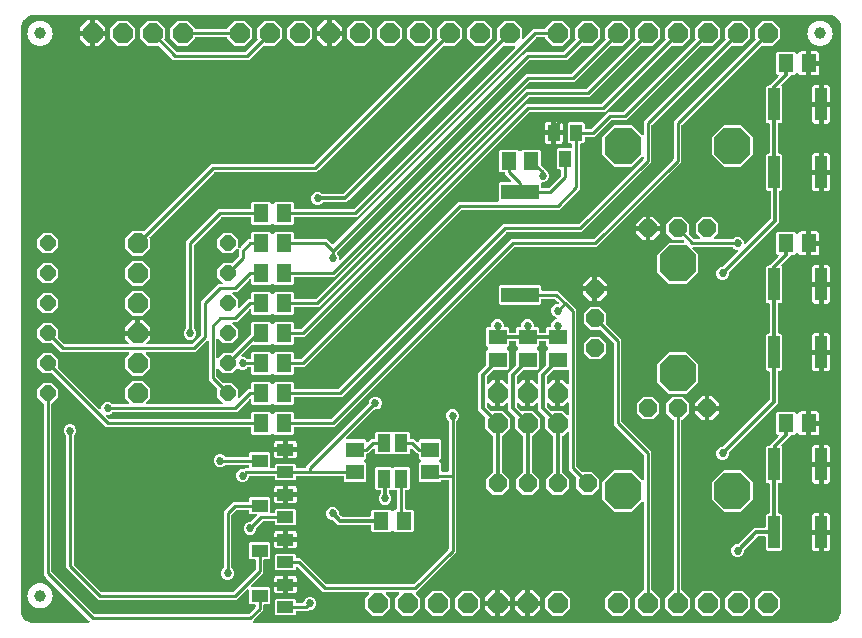
<source format=gtl>
G04 EAGLE Gerber RS-274X export*
G75*
%MOMM*%
%FSLAX34Y34*%
%LPD*%
%INTop Copper*%
%IPPOS*%
%AMOC8*
5,1,8,0,0,1.08239X$1,22.5*%
G01*
%ADD10R,3.200000X1.300000*%
%ADD11R,1.300000X1.500000*%
%ADD12P,1.415766X8X112.500000*%
%ADD13R,1.500000X1.300000*%
%ADD14R,1.400000X1.000000*%
%ADD15R,1.000000X2.750000*%
%ADD16P,1.814519X8X22.500000*%
%ADD17P,1.632244X8X112.500000*%
%ADD18R,1.100000X1.500000*%
%ADD19P,1.814519X8X202.500000*%
%ADD20P,1.814519X8X112.500000*%
%ADD21R,1.000000X1.400000*%
%ADD22P,1.632244X8X22.500000*%
%ADD23P,3.372727X8X22.500000*%
%ADD24P,1.632244X8X292.500000*%
%ADD25P,3.372727X8X292.500000*%
%ADD26P,1.632244X8X202.500000*%
%ADD27P,3.372727X8X202.500000*%
%ADD28C,1.000000*%
%ADD29C,0.254000*%
%ADD30C,0.685800*%
%ADD31C,0.304800*%

G36*
X12722Y2541D02*
X12722Y2541D01*
X12723Y2541D01*
X14191Y2541D01*
X14193Y2541D01*
X60187Y2541D01*
X60217Y2545D01*
X60246Y2542D01*
X60357Y2565D01*
X60469Y2581D01*
X60496Y2593D01*
X60524Y2598D01*
X60625Y2650D01*
X60728Y2697D01*
X60751Y2716D01*
X60777Y2729D01*
X60859Y2807D01*
X60945Y2880D01*
X60962Y2905D01*
X60983Y2925D01*
X61040Y3023D01*
X61103Y3117D01*
X61112Y3145D01*
X61127Y3170D01*
X61155Y3280D01*
X61189Y3388D01*
X61190Y3418D01*
X61197Y3446D01*
X61193Y3559D01*
X61196Y3672D01*
X61189Y3701D01*
X61188Y3730D01*
X61153Y3838D01*
X61124Y3947D01*
X61109Y3973D01*
X61100Y4001D01*
X61055Y4064D01*
X60979Y4192D01*
X60933Y4235D01*
X60905Y4274D01*
X24329Y40850D01*
X22097Y43082D01*
X22097Y187609D01*
X22085Y187695D01*
X22082Y187783D01*
X22065Y187835D01*
X22057Y187890D01*
X22022Y187970D01*
X21995Y188053D01*
X21967Y188092D01*
X21941Y188149D01*
X21845Y188263D01*
X21800Y188326D01*
X16827Y193299D01*
X16827Y200401D01*
X21849Y205423D01*
X28951Y205423D01*
X33973Y200401D01*
X33973Y193299D01*
X29000Y188326D01*
X28948Y188257D01*
X28888Y188193D01*
X28862Y188143D01*
X28829Y188099D01*
X28798Y188018D01*
X28758Y187940D01*
X28750Y187892D01*
X28728Y187834D01*
X28716Y187686D01*
X28703Y187609D01*
X28703Y46239D01*
X28715Y46152D01*
X28718Y46065D01*
X28735Y46012D01*
X28743Y45957D01*
X28778Y45877D01*
X28805Y45794D01*
X28833Y45755D01*
X28859Y45698D01*
X28954Y45585D01*
X28969Y45561D01*
X28978Y45552D01*
X29000Y45521D01*
X64571Y9950D01*
X64640Y9898D01*
X64704Y9838D01*
X64754Y9812D01*
X64798Y9779D01*
X64880Y9748D01*
X64958Y9708D01*
X65005Y9700D01*
X65064Y9678D01*
X65211Y9666D01*
X65289Y9653D01*
X195061Y9653D01*
X195148Y9665D01*
X195235Y9668D01*
X195288Y9685D01*
X195343Y9693D01*
X195423Y9728D01*
X195506Y9755D01*
X195545Y9783D01*
X195602Y9809D01*
X195716Y9905D01*
X195779Y9950D01*
X201300Y15471D01*
X201352Y15541D01*
X201412Y15604D01*
X201438Y15654D01*
X201471Y15698D01*
X201502Y15780D01*
X201542Y15858D01*
X201550Y15905D01*
X201572Y15964D01*
X201584Y16111D01*
X201597Y16189D01*
X201597Y17352D01*
X201589Y17410D01*
X201591Y17468D01*
X201569Y17550D01*
X201557Y17634D01*
X201534Y17687D01*
X201519Y17743D01*
X201476Y17816D01*
X201441Y17893D01*
X201403Y17938D01*
X201374Y17988D01*
X201312Y18046D01*
X201258Y18110D01*
X201209Y18142D01*
X201166Y18182D01*
X201091Y18221D01*
X201021Y18268D01*
X200965Y18285D01*
X200913Y18312D01*
X200845Y18323D01*
X200750Y18353D01*
X200650Y18356D01*
X200582Y18367D01*
X197058Y18367D01*
X195867Y19558D01*
X195867Y29995D01*
X195863Y30025D01*
X195866Y30054D01*
X195843Y30165D01*
X195827Y30277D01*
X195815Y30304D01*
X195810Y30332D01*
X195758Y30433D01*
X195711Y30536D01*
X195692Y30559D01*
X195679Y30585D01*
X195601Y30667D01*
X195528Y30753D01*
X195503Y30770D01*
X195483Y30791D01*
X195385Y30848D01*
X195291Y30911D01*
X195263Y30920D01*
X195238Y30935D01*
X195128Y30963D01*
X195020Y30997D01*
X194990Y30998D01*
X194962Y31005D01*
X194849Y31001D01*
X194736Y31004D01*
X194707Y30997D01*
X194678Y30996D01*
X194570Y30961D01*
X194461Y30932D01*
X194435Y30917D01*
X194407Y30908D01*
X194344Y30863D01*
X194216Y30787D01*
X194173Y30741D01*
X194134Y30713D01*
X187750Y24329D01*
X185518Y22097D01*
X68482Y22097D01*
X41147Y49432D01*
X41147Y160258D01*
X41135Y160345D01*
X41132Y160432D01*
X41115Y160485D01*
X41107Y160540D01*
X41072Y160619D01*
X41045Y160703D01*
X41017Y160742D01*
X40991Y160799D01*
X40895Y160912D01*
X40850Y160976D01*
X39820Y162006D01*
X38988Y164014D01*
X38988Y166186D01*
X39820Y168194D01*
X41356Y169730D01*
X43364Y170562D01*
X45536Y170562D01*
X47544Y169730D01*
X49080Y168194D01*
X49912Y166186D01*
X49912Y164014D01*
X49080Y162006D01*
X48050Y160976D01*
X47998Y160906D01*
X47938Y160842D01*
X47912Y160793D01*
X47879Y160749D01*
X47848Y160667D01*
X47808Y160589D01*
X47800Y160542D01*
X47778Y160483D01*
X47766Y160335D01*
X47753Y160258D01*
X47753Y52589D01*
X47765Y52502D01*
X47768Y52415D01*
X47785Y52362D01*
X47793Y52307D01*
X47828Y52227D01*
X47855Y52144D01*
X47883Y52105D01*
X47909Y52048D01*
X48005Y51934D01*
X48050Y51871D01*
X70921Y29000D01*
X70990Y28948D01*
X71054Y28888D01*
X71104Y28862D01*
X71148Y28829D01*
X71230Y28798D01*
X71308Y28758D01*
X71355Y28750D01*
X71414Y28728D01*
X71561Y28716D01*
X71639Y28703D01*
X182361Y28703D01*
X182448Y28715D01*
X182535Y28718D01*
X182588Y28735D01*
X182643Y28743D01*
X182723Y28778D01*
X182806Y28805D01*
X182845Y28833D01*
X182902Y28859D01*
X183016Y28955D01*
X183079Y29000D01*
X201300Y47221D01*
X201352Y47290D01*
X201412Y47354D01*
X201438Y47404D01*
X201471Y47448D01*
X201502Y47530D01*
X201542Y47608D01*
X201550Y47655D01*
X201572Y47714D01*
X201584Y47861D01*
X201597Y47939D01*
X201597Y55452D01*
X201589Y55510D01*
X201591Y55568D01*
X201569Y55650D01*
X201557Y55734D01*
X201534Y55787D01*
X201519Y55843D01*
X201476Y55916D01*
X201441Y55993D01*
X201403Y56038D01*
X201374Y56088D01*
X201312Y56146D01*
X201258Y56210D01*
X201209Y56242D01*
X201166Y56282D01*
X201091Y56321D01*
X201021Y56368D01*
X200965Y56385D01*
X200913Y56412D01*
X200845Y56423D01*
X200750Y56453D01*
X200650Y56456D01*
X200582Y56467D01*
X197058Y56467D01*
X195867Y57658D01*
X195867Y69342D01*
X197058Y70533D01*
X212742Y70533D01*
X213933Y69342D01*
X213933Y57658D01*
X212742Y56467D01*
X209218Y56467D01*
X209160Y56459D01*
X209102Y56461D01*
X209020Y56439D01*
X208936Y56427D01*
X208883Y56404D01*
X208827Y56389D01*
X208754Y56346D01*
X208677Y56311D01*
X208632Y56273D01*
X208582Y56244D01*
X208524Y56182D01*
X208460Y56128D01*
X208428Y56079D01*
X208388Y56036D01*
X208349Y55961D01*
X208302Y55891D01*
X208285Y55835D01*
X208258Y55783D01*
X208247Y55715D01*
X208217Y55620D01*
X208214Y55520D01*
X208203Y55452D01*
X208203Y44782D01*
X197587Y34166D01*
X197569Y34142D01*
X197547Y34123D01*
X197484Y34029D01*
X197416Y33939D01*
X197405Y33911D01*
X197389Y33887D01*
X197355Y33779D01*
X197315Y33673D01*
X197312Y33644D01*
X197303Y33616D01*
X197300Y33502D01*
X197291Y33390D01*
X197297Y33361D01*
X197296Y33332D01*
X197325Y33222D01*
X197347Y33111D01*
X197360Y33085D01*
X197368Y33057D01*
X197426Y32959D01*
X197478Y32859D01*
X197498Y32837D01*
X197513Y32812D01*
X197596Y32735D01*
X197674Y32653D01*
X197699Y32638D01*
X197720Y32618D01*
X197821Y32566D01*
X197919Y32509D01*
X197947Y32502D01*
X197973Y32488D01*
X198051Y32475D01*
X198194Y32439D01*
X198257Y32441D01*
X198305Y32433D01*
X212742Y32433D01*
X213933Y31242D01*
X213933Y19558D01*
X212742Y18367D01*
X209218Y18367D01*
X209160Y18359D01*
X209102Y18361D01*
X209020Y18339D01*
X208936Y18327D01*
X208883Y18304D01*
X208827Y18289D01*
X208754Y18246D01*
X208677Y18211D01*
X208632Y18173D01*
X208582Y18144D01*
X208524Y18082D01*
X208460Y18028D01*
X208428Y17979D01*
X208388Y17936D01*
X208349Y17861D01*
X208302Y17791D01*
X208285Y17735D01*
X208258Y17683D01*
X208247Y17615D01*
X208217Y17520D01*
X208214Y17420D01*
X208203Y17352D01*
X208203Y13032D01*
X200450Y5279D01*
X199445Y4274D01*
X199427Y4250D01*
X199405Y4231D01*
X199342Y4137D01*
X199274Y4047D01*
X199263Y4019D01*
X199247Y3995D01*
X199213Y3887D01*
X199173Y3781D01*
X199170Y3752D01*
X199161Y3724D01*
X199158Y3610D01*
X199149Y3498D01*
X199155Y3469D01*
X199154Y3440D01*
X199183Y3330D01*
X199205Y3219D01*
X199218Y3193D01*
X199226Y3165D01*
X199283Y3067D01*
X199336Y2967D01*
X199356Y2945D01*
X199371Y2920D01*
X199454Y2843D01*
X199532Y2761D01*
X199557Y2746D01*
X199578Y2726D01*
X199679Y2674D01*
X199777Y2617D01*
X199805Y2610D01*
X199831Y2596D01*
X199909Y2583D01*
X200052Y2547D01*
X200115Y2549D01*
X200163Y2541D01*
X687300Y2541D01*
X687356Y2549D01*
X687399Y2546D01*
X689183Y2721D01*
X689460Y2789D01*
X689466Y2792D01*
X689472Y2794D01*
X692769Y4159D01*
X692795Y4175D01*
X692825Y4184D01*
X692889Y4230D01*
X693013Y4304D01*
X693058Y4350D01*
X693098Y4379D01*
X695621Y6902D01*
X695638Y6924D01*
X695658Y6941D01*
X695660Y6944D01*
X695663Y6947D01*
X695686Y6983D01*
X695715Y7028D01*
X695792Y7129D01*
X695803Y7160D01*
X695816Y7178D01*
X695824Y7204D01*
X695841Y7231D01*
X697206Y10528D01*
X697277Y10803D01*
X697277Y10810D01*
X697279Y10817D01*
X697454Y12600D01*
X697452Y12657D01*
X697459Y12700D01*
X697459Y507300D01*
X697451Y507356D01*
X697454Y507400D01*
X697279Y509183D01*
X697211Y509460D01*
X697208Y509466D01*
X697206Y509472D01*
X695841Y512769D01*
X695825Y512795D01*
X695816Y512825D01*
X695770Y512889D01*
X695696Y513013D01*
X695650Y513058D01*
X695621Y513098D01*
X693098Y515621D01*
X693073Y515639D01*
X693053Y515663D01*
X692986Y515705D01*
X692871Y515792D01*
X692811Y515815D01*
X692769Y515841D01*
X689472Y517206D01*
X689453Y517211D01*
X689442Y517217D01*
X689411Y517222D01*
X689197Y517277D01*
X689190Y517277D01*
X689183Y517279D01*
X687400Y517454D01*
X687343Y517452D01*
X687300Y517459D01*
X13529Y517459D01*
X13474Y517451D01*
X13430Y517454D01*
X11648Y517279D01*
X11483Y517239D01*
X11438Y517233D01*
X11416Y517223D01*
X11372Y517212D01*
X11365Y517208D01*
X11359Y517207D01*
X8067Y515845D01*
X8040Y515829D01*
X8011Y515820D01*
X7947Y515774D01*
X7822Y515700D01*
X7778Y515654D01*
X7738Y515625D01*
X5215Y513108D01*
X5197Y513084D01*
X5174Y513064D01*
X5132Y512997D01*
X5044Y512881D01*
X5021Y512821D01*
X4995Y512779D01*
X3627Y509489D01*
X3555Y509214D01*
X3555Y509207D01*
X3554Y509201D01*
X3375Y507419D01*
X3377Y507363D01*
X3370Y507320D01*
X3370Y507286D01*
X2562Y12710D01*
X2569Y12654D01*
X2566Y12610D01*
X2740Y10825D01*
X2807Y10549D01*
X2811Y10542D01*
X2812Y10536D01*
X4175Y7236D01*
X4191Y7209D01*
X4201Y7180D01*
X4246Y7116D01*
X4319Y6991D01*
X4327Y6984D01*
X4329Y6981D01*
X4368Y6944D01*
X4395Y6906D01*
X6918Y4380D01*
X6943Y4362D01*
X6963Y4338D01*
X7030Y4296D01*
X7145Y4209D01*
X7206Y4186D01*
X7248Y4160D01*
X10546Y2794D01*
X10821Y2723D01*
X10829Y2723D01*
X10835Y2721D01*
X12620Y2546D01*
X12676Y2548D01*
X12720Y2541D01*
X12722Y2541D01*
X12722Y2541D01*
G37*
%LPC*%
G36*
X199058Y161917D02*
X199058Y161917D01*
X197867Y163108D01*
X197867Y167132D01*
X197859Y167190D01*
X197861Y167248D01*
X197839Y167330D01*
X197827Y167414D01*
X197804Y167467D01*
X197789Y167523D01*
X197746Y167596D01*
X197711Y167673D01*
X197673Y167718D01*
X197644Y167768D01*
X197582Y167826D01*
X197528Y167890D01*
X197479Y167922D01*
X197436Y167962D01*
X197361Y168001D01*
X197291Y168048D01*
X197235Y168065D01*
X197183Y168092D01*
X197115Y168103D01*
X197020Y168133D01*
X196920Y168136D01*
X196852Y168147D01*
X74832Y168147D01*
X29599Y213380D01*
X29530Y213432D01*
X29466Y213492D01*
X29416Y213518D01*
X29372Y213551D01*
X29290Y213582D01*
X29213Y213622D01*
X29165Y213630D01*
X29106Y213652D01*
X28959Y213664D01*
X28881Y213677D01*
X21849Y213677D01*
X16827Y218699D01*
X16827Y225801D01*
X21849Y230823D01*
X28951Y230823D01*
X33973Y225801D01*
X33973Y218769D01*
X33980Y218714D01*
X33979Y218673D01*
X33986Y218647D01*
X33988Y218595D01*
X34005Y218542D01*
X34013Y218487D01*
X34048Y218407D01*
X34050Y218401D01*
X34051Y218398D01*
X34052Y218397D01*
X34075Y218324D01*
X34103Y218285D01*
X34129Y218228D01*
X34225Y218114D01*
X34270Y218051D01*
X69005Y183316D01*
X69029Y183298D01*
X69048Y183276D01*
X69142Y183213D01*
X69232Y183145D01*
X69260Y183134D01*
X69284Y183118D01*
X69392Y183084D01*
X69498Y183044D01*
X69527Y183041D01*
X69555Y183032D01*
X69669Y183029D01*
X69781Y183020D01*
X69810Y183026D01*
X69839Y183025D01*
X69949Y183054D01*
X70060Y183076D01*
X70086Y183089D01*
X70114Y183097D01*
X70212Y183155D01*
X70312Y183207D01*
X70334Y183227D01*
X70359Y183242D01*
X70436Y183325D01*
X70518Y183403D01*
X70533Y183428D01*
X70553Y183449D01*
X70605Y183550D01*
X70662Y183648D01*
X70669Y183676D01*
X70683Y183702D01*
X70696Y183780D01*
X70732Y183923D01*
X70730Y183986D01*
X70738Y184034D01*
X70738Y185236D01*
X71570Y187244D01*
X73106Y188780D01*
X75114Y189612D01*
X77286Y189612D01*
X79294Y188780D01*
X80324Y187750D01*
X80394Y187698D01*
X80458Y187638D01*
X80507Y187612D01*
X80551Y187579D01*
X80633Y187548D01*
X80711Y187508D01*
X80758Y187500D01*
X80817Y187478D01*
X80965Y187466D01*
X81042Y187453D01*
X93818Y187453D01*
X93847Y187457D01*
X93876Y187454D01*
X93987Y187477D01*
X94099Y187493D01*
X94126Y187505D01*
X94155Y187510D01*
X94255Y187562D01*
X94359Y187609D01*
X94381Y187628D01*
X94407Y187641D01*
X94489Y187719D01*
X94576Y187792D01*
X94592Y187817D01*
X94613Y187837D01*
X94670Y187935D01*
X94733Y188029D01*
X94742Y188057D01*
X94757Y188082D01*
X94785Y188192D01*
X94819Y188300D01*
X94820Y188330D01*
X94827Y188358D01*
X94823Y188471D01*
X94826Y188584D01*
X94819Y188613D01*
X94818Y188642D01*
X94783Y188750D01*
X94754Y188859D01*
X94739Y188885D01*
X94730Y188913D01*
X94685Y188976D01*
X94609Y189104D01*
X94563Y189147D01*
X94535Y189186D01*
X91185Y192536D01*
X91185Y201164D01*
X97286Y207265D01*
X105914Y207265D01*
X112015Y201164D01*
X112015Y192536D01*
X108665Y189186D01*
X108647Y189162D01*
X108624Y189143D01*
X108562Y189049D01*
X108494Y188959D01*
X108483Y188931D01*
X108467Y188907D01*
X108433Y188799D01*
X108392Y188693D01*
X108390Y188664D01*
X108381Y188636D01*
X108378Y188522D01*
X108369Y188410D01*
X108375Y188381D01*
X108374Y188352D01*
X108402Y188242D01*
X108425Y188131D01*
X108438Y188105D01*
X108446Y188077D01*
X108503Y187979D01*
X108556Y187879D01*
X108576Y187857D01*
X108591Y187832D01*
X108673Y187755D01*
X108751Y187673D01*
X108777Y187658D01*
X108798Y187638D01*
X108899Y187586D01*
X108997Y187529D01*
X109025Y187522D01*
X109051Y187508D01*
X109129Y187495D01*
X109272Y187459D01*
X109335Y187461D01*
X109382Y187453D01*
X172623Y187453D01*
X172652Y187457D01*
X172681Y187454D01*
X172792Y187477D01*
X172904Y187493D01*
X172931Y187505D01*
X172960Y187510D01*
X173060Y187562D01*
X173164Y187609D01*
X173186Y187628D01*
X173212Y187641D01*
X173294Y187719D01*
X173381Y187792D01*
X173397Y187817D01*
X173418Y187837D01*
X173475Y187935D01*
X173538Y188029D01*
X173547Y188057D01*
X173562Y188082D01*
X173590Y188192D01*
X173624Y188300D01*
X173625Y188330D01*
X173632Y188358D01*
X173628Y188471D01*
X173631Y188584D01*
X173624Y188613D01*
X173623Y188642D01*
X173588Y188750D01*
X173559Y188859D01*
X173544Y188885D01*
X173535Y188913D01*
X173490Y188976D01*
X173414Y189104D01*
X173368Y189147D01*
X173340Y189186D01*
X169227Y193299D01*
X169227Y200331D01*
X169215Y200418D01*
X169212Y200505D01*
X169195Y200558D01*
X169187Y200613D01*
X169152Y200693D01*
X169125Y200776D01*
X169097Y200815D01*
X169071Y200872D01*
X168975Y200986D01*
X168930Y201049D01*
X161797Y208182D01*
X161797Y240406D01*
X161793Y240435D01*
X161796Y240465D01*
X161773Y240576D01*
X161757Y240688D01*
X161745Y240715D01*
X161740Y240743D01*
X161688Y240844D01*
X161641Y240947D01*
X161622Y240970D01*
X161609Y240996D01*
X161531Y241078D01*
X161458Y241164D01*
X161433Y241181D01*
X161413Y241202D01*
X161315Y241259D01*
X161221Y241322D01*
X161193Y241331D01*
X161168Y241346D01*
X161058Y241373D01*
X160950Y241408D01*
X160920Y241408D01*
X160892Y241416D01*
X160779Y241412D01*
X160666Y241415D01*
X160637Y241408D01*
X160608Y241407D01*
X160500Y241372D01*
X160391Y241343D01*
X160365Y241328D01*
X160337Y241319D01*
X160274Y241274D01*
X160146Y241198D01*
X160103Y241152D01*
X160064Y241124D01*
X150587Y231647D01*
X109382Y231647D01*
X109353Y231643D01*
X109324Y231646D01*
X109213Y231623D01*
X109101Y231607D01*
X109074Y231595D01*
X109045Y231590D01*
X108945Y231538D01*
X108841Y231491D01*
X108819Y231472D01*
X108793Y231459D01*
X108711Y231381D01*
X108624Y231308D01*
X108608Y231283D01*
X108587Y231263D01*
X108530Y231165D01*
X108467Y231071D01*
X108458Y231043D01*
X108443Y231018D01*
X108415Y230908D01*
X108381Y230800D01*
X108380Y230770D01*
X108373Y230742D01*
X108377Y230629D01*
X108374Y230516D01*
X108381Y230487D01*
X108382Y230458D01*
X108417Y230350D01*
X108446Y230241D01*
X108461Y230215D01*
X108470Y230187D01*
X108515Y230124D01*
X108591Y229996D01*
X108637Y229953D01*
X108665Y229914D01*
X112015Y226564D01*
X112015Y217936D01*
X105914Y211835D01*
X97286Y211835D01*
X91185Y217936D01*
X91185Y226564D01*
X94535Y229914D01*
X94553Y229938D01*
X94576Y229957D01*
X94638Y230051D01*
X94706Y230141D01*
X94717Y230169D01*
X94733Y230193D01*
X94767Y230301D01*
X94808Y230407D01*
X94810Y230436D01*
X94819Y230464D01*
X94822Y230578D01*
X94831Y230690D01*
X94825Y230719D01*
X94826Y230748D01*
X94798Y230858D01*
X94775Y230969D01*
X94762Y230995D01*
X94754Y231023D01*
X94697Y231121D01*
X94644Y231221D01*
X94624Y231243D01*
X94609Y231268D01*
X94527Y231345D01*
X94449Y231427D01*
X94423Y231442D01*
X94402Y231462D01*
X94301Y231514D01*
X94203Y231571D01*
X94175Y231578D01*
X94149Y231592D01*
X94071Y231605D01*
X93928Y231641D01*
X93865Y231639D01*
X93818Y231647D01*
X36732Y231647D01*
X29599Y238780D01*
X29530Y238832D01*
X29466Y238892D01*
X29416Y238918D01*
X29372Y238951D01*
X29290Y238982D01*
X29212Y239022D01*
X29165Y239030D01*
X29106Y239052D01*
X28959Y239064D01*
X28881Y239077D01*
X21849Y239077D01*
X16827Y244099D01*
X16827Y251201D01*
X21849Y256223D01*
X28951Y256223D01*
X33973Y251201D01*
X33973Y244169D01*
X33981Y244111D01*
X33979Y244054D01*
X33987Y244026D01*
X33988Y243995D01*
X34005Y243942D01*
X34013Y243887D01*
X34038Y243831D01*
X34051Y243779D01*
X34065Y243756D01*
X34075Y243724D01*
X34103Y243685D01*
X34129Y243628D01*
X34170Y243579D01*
X34196Y243534D01*
X34239Y243495D01*
X34270Y243451D01*
X39171Y238550D01*
X39240Y238498D01*
X39304Y238438D01*
X39354Y238412D01*
X39398Y238379D01*
X39480Y238348D01*
X39558Y238308D01*
X39605Y238300D01*
X39664Y238278D01*
X39811Y238266D01*
X39889Y238253D01*
X93099Y238253D01*
X93128Y238257D01*
X93157Y238254D01*
X93269Y238277D01*
X93381Y238293D01*
X93407Y238305D01*
X93436Y238310D01*
X93537Y238362D01*
X93640Y238409D01*
X93663Y238428D01*
X93689Y238441D01*
X93771Y238519D01*
X93857Y238592D01*
X93873Y238617D01*
X93895Y238637D01*
X93952Y238735D01*
X94015Y238829D01*
X94024Y238857D01*
X94038Y238882D01*
X94066Y238992D01*
X94100Y239100D01*
X94101Y239130D01*
X94108Y239158D01*
X94105Y239271D01*
X94108Y239384D01*
X94100Y239413D01*
X94099Y239442D01*
X94065Y239550D01*
X94036Y239659D01*
X94021Y239685D01*
X94012Y239713D01*
X93966Y239776D01*
X93891Y239904D01*
X93845Y239947D01*
X93817Y239986D01*
X90677Y243126D01*
X90677Y245619D01*
X100584Y245619D01*
X100642Y245627D01*
X100700Y245625D01*
X100782Y245647D01*
X100865Y245659D01*
X100919Y245683D01*
X100975Y245697D01*
X101048Y245740D01*
X101125Y245775D01*
X101169Y245813D01*
X101220Y245843D01*
X101277Y245904D01*
X101342Y245959D01*
X101374Y246007D01*
X101414Y246050D01*
X101453Y246125D01*
X101499Y246195D01*
X101517Y246251D01*
X101544Y246303D01*
X101555Y246371D01*
X101585Y246466D01*
X101588Y246566D01*
X101599Y246634D01*
X101599Y247651D01*
X101601Y247651D01*
X101601Y246634D01*
X101609Y246576D01*
X101608Y246518D01*
X101629Y246436D01*
X101641Y246353D01*
X101665Y246299D01*
X101679Y246243D01*
X101722Y246170D01*
X101757Y246093D01*
X101795Y246048D01*
X101825Y245998D01*
X101886Y245940D01*
X101941Y245876D01*
X101989Y245844D01*
X102032Y245804D01*
X102107Y245765D01*
X102177Y245719D01*
X102233Y245701D01*
X102285Y245674D01*
X102353Y245663D01*
X102448Y245633D01*
X102548Y245630D01*
X102616Y245619D01*
X112523Y245619D01*
X112523Y243126D01*
X109383Y239986D01*
X109365Y239962D01*
X109343Y239943D01*
X109280Y239849D01*
X109212Y239759D01*
X109202Y239731D01*
X109185Y239707D01*
X109151Y239599D01*
X109111Y239493D01*
X109108Y239464D01*
X109100Y239436D01*
X109097Y239322D01*
X109087Y239210D01*
X109093Y239181D01*
X109092Y239152D01*
X109121Y239042D01*
X109143Y238931D01*
X109157Y238905D01*
X109164Y238877D01*
X109222Y238779D01*
X109274Y238679D01*
X109294Y238657D01*
X109309Y238632D01*
X109392Y238555D01*
X109470Y238473D01*
X109495Y238458D01*
X109517Y238438D01*
X109617Y238386D01*
X109715Y238329D01*
X109744Y238322D01*
X109770Y238308D01*
X109847Y238295D01*
X109991Y238259D01*
X110053Y238261D01*
X110101Y238253D01*
X147431Y238253D01*
X147517Y238265D01*
X147605Y238268D01*
X147657Y238285D01*
X147712Y238293D01*
X147792Y238328D01*
X147875Y238355D01*
X147914Y238383D01*
X147971Y238409D01*
X148085Y238505D01*
X148148Y238550D01*
X155150Y245552D01*
X155202Y245621D01*
X155262Y245685D01*
X155288Y245735D01*
X155321Y245779D01*
X155352Y245860D01*
X155392Y245938D01*
X155400Y245986D01*
X155422Y246044D01*
X155434Y246192D01*
X155447Y246269D01*
X155447Y274418D01*
X170082Y289053D01*
X172623Y289053D01*
X172652Y289057D01*
X172681Y289054D01*
X172792Y289077D01*
X172904Y289093D01*
X172931Y289105D01*
X172960Y289110D01*
X173060Y289162D01*
X173164Y289209D01*
X173186Y289228D01*
X173212Y289241D01*
X173294Y289319D01*
X173381Y289392D01*
X173397Y289417D01*
X173418Y289437D01*
X173475Y289535D01*
X173538Y289629D01*
X173547Y289657D01*
X173562Y289682D01*
X173590Y289792D01*
X173624Y289900D01*
X173625Y289930D01*
X173632Y289958D01*
X173628Y290071D01*
X173631Y290184D01*
X173624Y290213D01*
X173623Y290242D01*
X173588Y290350D01*
X173559Y290459D01*
X173544Y290485D01*
X173535Y290513D01*
X173490Y290576D01*
X173414Y290704D01*
X173368Y290747D01*
X173340Y290786D01*
X169227Y294899D01*
X169227Y302001D01*
X174249Y307023D01*
X181281Y307023D01*
X181368Y307035D01*
X181455Y307038D01*
X181508Y307055D01*
X181563Y307063D01*
X181643Y307098D01*
X181726Y307125D01*
X181765Y307153D01*
X181822Y307179D01*
X181936Y307275D01*
X181999Y307320D01*
X186900Y312221D01*
X186952Y312291D01*
X187012Y312354D01*
X187038Y312404D01*
X187071Y312448D01*
X187102Y312530D01*
X187142Y312608D01*
X187150Y312655D01*
X187172Y312714D01*
X187184Y312861D01*
X187197Y312939D01*
X187197Y318673D01*
X187193Y318702D01*
X187196Y318731D01*
X187173Y318842D01*
X187157Y318954D01*
X187145Y318981D01*
X187140Y319010D01*
X187088Y319110D01*
X187041Y319214D01*
X187022Y319236D01*
X187009Y319262D01*
X186931Y319344D01*
X186858Y319431D01*
X186833Y319447D01*
X186813Y319468D01*
X186715Y319525D01*
X186621Y319588D01*
X186593Y319597D01*
X186568Y319612D01*
X186458Y319640D01*
X186350Y319674D01*
X186320Y319675D01*
X186292Y319682D01*
X186179Y319678D01*
X186066Y319681D01*
X186037Y319674D01*
X186008Y319673D01*
X185900Y319638D01*
X185791Y319609D01*
X185765Y319594D01*
X185737Y319585D01*
X185674Y319540D01*
X185546Y319464D01*
X185503Y319418D01*
X185464Y319390D01*
X181351Y315277D01*
X174249Y315277D01*
X169227Y320299D01*
X169227Y327401D01*
X174249Y332423D01*
X181351Y332423D01*
X186373Y327401D01*
X186373Y320495D01*
X186377Y320465D01*
X186374Y320436D01*
X186397Y320325D01*
X186413Y320213D01*
X186425Y320186D01*
X186430Y320157D01*
X186483Y320057D01*
X186529Y319954D01*
X186548Y319931D01*
X186561Y319905D01*
X186639Y319823D01*
X186712Y319737D01*
X186737Y319720D01*
X186757Y319699D01*
X186855Y319642D01*
X186949Y319579D01*
X186977Y319570D01*
X187002Y319555D01*
X187112Y319528D01*
X187220Y319493D01*
X187250Y319492D01*
X187278Y319485D01*
X187391Y319489D01*
X187504Y319486D01*
X187533Y319493D01*
X187562Y319494D01*
X187670Y319529D01*
X187779Y319558D01*
X187805Y319573D01*
X187833Y319582D01*
X187897Y319627D01*
X188024Y319703D01*
X188067Y319749D01*
X188106Y319777D01*
X189429Y321100D01*
X195482Y327153D01*
X196852Y327153D01*
X196910Y327161D01*
X196968Y327159D01*
X197050Y327181D01*
X197134Y327193D01*
X197187Y327216D01*
X197243Y327231D01*
X197316Y327274D01*
X197393Y327309D01*
X197438Y327347D01*
X197488Y327376D01*
X197546Y327438D01*
X197610Y327492D01*
X197642Y327541D01*
X197682Y327584D01*
X197721Y327659D01*
X197768Y327729D01*
X197785Y327785D01*
X197812Y327837D01*
X197823Y327905D01*
X197853Y328000D01*
X197856Y328100D01*
X197867Y328168D01*
X197867Y332192D01*
X199058Y333383D01*
X213742Y333383D01*
X215182Y331943D01*
X215229Y331907D01*
X215269Y331865D01*
X215342Y331822D01*
X215409Y331772D01*
X215464Y331751D01*
X215514Y331721D01*
X215596Y331701D01*
X215675Y331670D01*
X215733Y331666D01*
X215790Y331651D01*
X215874Y331654D01*
X215958Y331647D01*
X216016Y331658D01*
X216074Y331660D01*
X216154Y331686D01*
X216237Y331703D01*
X216289Y331730D01*
X216345Y331748D01*
X216401Y331788D01*
X216489Y331834D01*
X216562Y331903D01*
X216618Y331943D01*
X218058Y333383D01*
X232742Y333383D01*
X233933Y332192D01*
X233933Y328168D01*
X233941Y328110D01*
X233939Y328052D01*
X233961Y327970D01*
X233973Y327886D01*
X233996Y327833D01*
X234011Y327777D01*
X234054Y327704D01*
X234089Y327627D01*
X234127Y327582D01*
X234156Y327532D01*
X234218Y327474D01*
X234272Y327410D01*
X234321Y327378D01*
X234364Y327338D01*
X234439Y327299D01*
X234509Y327252D01*
X234565Y327235D01*
X234617Y327208D01*
X234685Y327197D01*
X234780Y327167D01*
X234880Y327164D01*
X234948Y327153D01*
X261718Y327153D01*
X265982Y322889D01*
X266029Y322854D01*
X266069Y322811D01*
X266142Y322768D01*
X266209Y322718D01*
X266264Y322697D01*
X266314Y322667D01*
X266396Y322647D01*
X266475Y322617D01*
X266533Y322612D01*
X266590Y322597D01*
X266674Y322600D01*
X266758Y322593D01*
X266816Y322604D01*
X266874Y322606D01*
X266954Y322632D01*
X267037Y322649D01*
X267089Y322676D01*
X267145Y322694D01*
X267201Y322734D01*
X267289Y322780D01*
X267362Y322849D01*
X267418Y322889D01*
X428200Y483671D01*
X430432Y485903D01*
X461761Y485903D01*
X461848Y485915D01*
X461935Y485918D01*
X461988Y485935D01*
X462043Y485943D01*
X462123Y485978D01*
X462206Y486005D01*
X462245Y486033D01*
X462302Y486059D01*
X462416Y486155D01*
X462479Y486200D01*
X472182Y495903D01*
X472217Y495950D01*
X472260Y495990D01*
X472303Y496063D01*
X472353Y496130D01*
X472374Y496185D01*
X472404Y496236D01*
X472425Y496317D01*
X472455Y496396D01*
X472459Y496454D01*
X472474Y496511D01*
X472471Y496595D01*
X472478Y496679D01*
X472467Y496737D01*
X472465Y496795D01*
X472439Y496875D01*
X472422Y496958D01*
X472395Y497010D01*
X472377Y497066D01*
X472337Y497122D01*
X472291Y497210D01*
X472222Y497283D01*
X472185Y497335D01*
X472185Y505964D01*
X478286Y512065D01*
X486914Y512065D01*
X493015Y505964D01*
X493015Y497336D01*
X486914Y491235D01*
X478285Y491235D01*
X478242Y491267D01*
X478202Y491310D01*
X478129Y491353D01*
X478062Y491403D01*
X478007Y491424D01*
X477957Y491454D01*
X477875Y491474D01*
X477796Y491504D01*
X477738Y491509D01*
X477681Y491524D01*
X477597Y491521D01*
X477513Y491528D01*
X477455Y491517D01*
X477397Y491515D01*
X477317Y491489D01*
X477234Y491472D01*
X477182Y491445D01*
X477127Y491427D01*
X477070Y491387D01*
X476982Y491341D01*
X476909Y491272D01*
X476853Y491232D01*
X464918Y479297D01*
X433589Y479297D01*
X433502Y479285D01*
X433415Y479282D01*
X433362Y479265D01*
X433307Y479257D01*
X433227Y479222D01*
X433144Y479195D01*
X433105Y479167D01*
X433048Y479141D01*
X432934Y479045D01*
X432871Y479000D01*
X270440Y316570D01*
X270405Y316523D01*
X270363Y316483D01*
X270320Y316410D01*
X270269Y316342D01*
X270249Y316288D01*
X270219Y316237D01*
X270198Y316155D01*
X270168Y316077D01*
X270163Y316018D01*
X270149Y315962D01*
X270152Y315877D01*
X270145Y315793D01*
X270156Y315736D01*
X270158Y315678D01*
X270184Y315597D01*
X270200Y315515D01*
X270227Y315463D01*
X270245Y315407D01*
X270286Y315351D01*
X270331Y315262D01*
X270400Y315190D01*
X270440Y315134D01*
X271330Y314244D01*
X272162Y312236D01*
X272162Y310802D01*
X272166Y310773D01*
X272163Y310744D01*
X272186Y310633D01*
X272202Y310520D01*
X272214Y310494D01*
X272219Y310465D01*
X272271Y310364D01*
X272318Y310261D01*
X272337Y310239D01*
X272350Y310213D01*
X272428Y310130D01*
X272501Y310044D01*
X272526Y310028D01*
X272546Y310006D01*
X272644Y309949D01*
X272738Y309886D01*
X272766Y309878D01*
X272791Y309863D01*
X272901Y309835D01*
X273009Y309801D01*
X273039Y309800D01*
X273067Y309793D01*
X273180Y309796D01*
X273293Y309793D01*
X273322Y309801D01*
X273351Y309802D01*
X273459Y309837D01*
X273568Y309865D01*
X273594Y309880D01*
X273622Y309889D01*
X273685Y309935D01*
X273813Y310010D01*
X273856Y310056D01*
X273895Y310084D01*
X430664Y466853D01*
X468111Y466853D01*
X468198Y466865D01*
X468285Y466868D01*
X468338Y466885D01*
X468393Y466893D01*
X468473Y466928D01*
X468556Y466955D01*
X468595Y466983D01*
X468652Y467009D01*
X468766Y467105D01*
X468829Y467150D01*
X497582Y495903D01*
X497617Y495950D01*
X497660Y495990D01*
X497703Y496063D01*
X497753Y496130D01*
X497774Y496185D01*
X497804Y496236D01*
X497825Y496317D01*
X497855Y496396D01*
X497859Y496454D01*
X497874Y496511D01*
X497871Y496595D01*
X497878Y496679D01*
X497867Y496737D01*
X497865Y496795D01*
X497839Y496875D01*
X497822Y496958D01*
X497795Y497010D01*
X497777Y497066D01*
X497737Y497122D01*
X497691Y497210D01*
X497622Y497283D01*
X497585Y497335D01*
X497585Y505964D01*
X503686Y512065D01*
X512314Y512065D01*
X518415Y505964D01*
X518415Y497336D01*
X512314Y491235D01*
X503685Y491235D01*
X503642Y491267D01*
X503602Y491310D01*
X503529Y491353D01*
X503462Y491403D01*
X503407Y491424D01*
X503357Y491454D01*
X503275Y491474D01*
X503196Y491504D01*
X503138Y491509D01*
X503081Y491524D01*
X502997Y491521D01*
X502913Y491528D01*
X502855Y491517D01*
X502797Y491515D01*
X502717Y491489D01*
X502634Y491472D01*
X502582Y491445D01*
X502527Y491427D01*
X502470Y491387D01*
X502382Y491341D01*
X502309Y491272D01*
X502253Y491232D01*
X471268Y460247D01*
X433820Y460247D01*
X433734Y460235D01*
X433646Y460232D01*
X433594Y460215D01*
X433539Y460207D01*
X433459Y460172D01*
X433376Y460145D01*
X433336Y460117D01*
X433279Y460091D01*
X433166Y459995D01*
X433102Y459950D01*
X268300Y295147D01*
X234948Y295147D01*
X234890Y295139D01*
X234832Y295141D01*
X234750Y295119D01*
X234666Y295107D01*
X234613Y295084D01*
X234557Y295069D01*
X234484Y295026D01*
X234407Y294991D01*
X234362Y294953D01*
X234312Y294924D01*
X234254Y294862D01*
X234190Y294808D01*
X234158Y294759D01*
X234118Y294716D01*
X234079Y294641D01*
X234032Y294571D01*
X234015Y294515D01*
X233988Y294463D01*
X233977Y294395D01*
X233947Y294300D01*
X233944Y294200D01*
X233933Y294132D01*
X233933Y290108D01*
X232742Y288917D01*
X218058Y288917D01*
X216618Y290357D01*
X216571Y290392D01*
X216531Y290435D01*
X216458Y290478D01*
X216391Y290528D01*
X216336Y290549D01*
X216286Y290579D01*
X216204Y290599D01*
X216125Y290630D01*
X216067Y290634D01*
X216010Y290649D01*
X215926Y290646D01*
X215842Y290653D01*
X215784Y290642D01*
X215726Y290640D01*
X215646Y290614D01*
X215563Y290597D01*
X215511Y290570D01*
X215455Y290552D01*
X215399Y290512D01*
X215311Y290466D01*
X215238Y290398D01*
X215182Y290357D01*
X213742Y288917D01*
X199058Y288917D01*
X197867Y290108D01*
X197867Y292345D01*
X197863Y292375D01*
X197866Y292404D01*
X197843Y292515D01*
X197827Y292627D01*
X197815Y292654D01*
X197810Y292682D01*
X197758Y292783D01*
X197711Y292886D01*
X197692Y292909D01*
X197679Y292935D01*
X197601Y293017D01*
X197528Y293103D01*
X197503Y293120D01*
X197483Y293141D01*
X197385Y293198D01*
X197291Y293261D01*
X197263Y293270D01*
X197238Y293285D01*
X197128Y293313D01*
X197020Y293347D01*
X196990Y293348D01*
X196962Y293355D01*
X196849Y293351D01*
X196736Y293354D01*
X196707Y293347D01*
X196678Y293346D01*
X196570Y293311D01*
X196461Y293282D01*
X196435Y293267D01*
X196407Y293258D01*
X196344Y293213D01*
X196216Y293137D01*
X196173Y293091D01*
X196134Y293063D01*
X187750Y284679D01*
X185518Y282447D01*
X182977Y282447D01*
X182948Y282443D01*
X182919Y282446D01*
X182808Y282423D01*
X182696Y282407D01*
X182669Y282395D01*
X182640Y282390D01*
X182540Y282338D01*
X182436Y282291D01*
X182414Y282272D01*
X182388Y282259D01*
X182306Y282181D01*
X182219Y282108D01*
X182203Y282083D01*
X182182Y282063D01*
X182125Y281965D01*
X182062Y281871D01*
X182053Y281843D01*
X182038Y281818D01*
X182010Y281708D01*
X181976Y281600D01*
X181975Y281570D01*
X181968Y281542D01*
X181972Y281429D01*
X181969Y281316D01*
X181976Y281287D01*
X181977Y281258D01*
X182012Y281150D01*
X182041Y281041D01*
X182056Y281015D01*
X182065Y280987D01*
X182110Y280924D01*
X182186Y280796D01*
X182232Y280753D01*
X182260Y280714D01*
X186373Y276601D01*
X186373Y269695D01*
X186377Y269665D01*
X186374Y269636D01*
X186397Y269525D01*
X186413Y269413D01*
X186425Y269386D01*
X186430Y269358D01*
X186482Y269257D01*
X186529Y269154D01*
X186548Y269131D01*
X186561Y269105D01*
X186639Y269023D01*
X186712Y268937D01*
X186737Y268920D01*
X186757Y268899D01*
X186855Y268842D01*
X186949Y268779D01*
X186977Y268770D01*
X187002Y268755D01*
X187112Y268727D01*
X187220Y268693D01*
X187250Y268692D01*
X187278Y268685D01*
X187391Y268689D01*
X187504Y268686D01*
X187533Y268693D01*
X187562Y268694D01*
X187670Y268729D01*
X187779Y268758D01*
X187805Y268773D01*
X187833Y268782D01*
X187896Y268827D01*
X188024Y268903D01*
X188067Y268949D01*
X188106Y268977D01*
X195482Y276353D01*
X196852Y276353D01*
X196910Y276361D01*
X196968Y276359D01*
X197050Y276381D01*
X197134Y276393D01*
X197187Y276416D01*
X197243Y276431D01*
X197316Y276474D01*
X197393Y276509D01*
X197438Y276547D01*
X197488Y276576D01*
X197546Y276638D01*
X197610Y276692D01*
X197642Y276741D01*
X197682Y276784D01*
X197721Y276859D01*
X197768Y276929D01*
X197785Y276985D01*
X197812Y277037D01*
X197823Y277105D01*
X197853Y277200D01*
X197856Y277300D01*
X197867Y277368D01*
X197867Y281392D01*
X199058Y282583D01*
X213742Y282583D01*
X215182Y281143D01*
X215229Y281107D01*
X215269Y281065D01*
X215342Y281022D01*
X215409Y280972D01*
X215464Y280951D01*
X215514Y280921D01*
X215596Y280901D01*
X215675Y280870D01*
X215733Y280866D01*
X215790Y280851D01*
X215874Y280854D01*
X215958Y280847D01*
X216016Y280858D01*
X216074Y280860D01*
X216154Y280886D01*
X216237Y280903D01*
X216289Y280930D01*
X216345Y280948D01*
X216401Y280988D01*
X216489Y281034D01*
X216562Y281103D01*
X216618Y281143D01*
X218058Y282583D01*
X232742Y282583D01*
X233933Y281392D01*
X233933Y277368D01*
X233941Y277310D01*
X233939Y277252D01*
X233961Y277170D01*
X233973Y277086D01*
X233996Y277033D01*
X234011Y276977D01*
X234054Y276904D01*
X234089Y276827D01*
X234127Y276782D01*
X234156Y276732D01*
X234218Y276674D01*
X234272Y276610D01*
X234321Y276578D01*
X234364Y276538D01*
X234439Y276499D01*
X234509Y276452D01*
X234565Y276435D01*
X234617Y276408D01*
X234685Y276397D01*
X234780Y276367D01*
X234880Y276364D01*
X234948Y276353D01*
X252096Y276353D01*
X252182Y276365D01*
X252270Y276368D01*
X252322Y276385D01*
X252377Y276393D01*
X252457Y276428D01*
X252540Y276455D01*
X252579Y276483D01*
X252637Y276509D01*
X252750Y276605D01*
X252813Y276650D01*
X430316Y454153D01*
X480811Y454153D01*
X480898Y454165D01*
X480985Y454168D01*
X481038Y454185D01*
X481093Y454193D01*
X481173Y454228D01*
X481256Y454255D01*
X481295Y454283D01*
X481352Y454309D01*
X481466Y454405D01*
X481529Y454450D01*
X522982Y495903D01*
X523017Y495950D01*
X523060Y495990D01*
X523103Y496063D01*
X523153Y496130D01*
X523174Y496185D01*
X523204Y496236D01*
X523225Y496317D01*
X523255Y496396D01*
X523259Y496454D01*
X523274Y496511D01*
X523271Y496595D01*
X523278Y496679D01*
X523267Y496737D01*
X523265Y496795D01*
X523239Y496875D01*
X523222Y496958D01*
X523195Y497010D01*
X523177Y497066D01*
X523137Y497122D01*
X523091Y497210D01*
X523022Y497283D01*
X522985Y497335D01*
X522985Y505964D01*
X529086Y512065D01*
X537714Y512065D01*
X543815Y505964D01*
X543815Y497336D01*
X537714Y491235D01*
X529085Y491235D01*
X529042Y491267D01*
X529002Y491310D01*
X528929Y491353D01*
X528862Y491403D01*
X528807Y491424D01*
X528757Y491454D01*
X528675Y491474D01*
X528596Y491504D01*
X528538Y491509D01*
X528481Y491524D01*
X528397Y491521D01*
X528313Y491528D01*
X528255Y491517D01*
X528197Y491515D01*
X528117Y491489D01*
X528034Y491472D01*
X527982Y491445D01*
X527927Y491427D01*
X527870Y491387D01*
X527782Y491341D01*
X527709Y491272D01*
X527653Y491232D01*
X483968Y447547D01*
X433473Y447547D01*
X433386Y447535D01*
X433299Y447532D01*
X433246Y447515D01*
X433191Y447507D01*
X433111Y447472D01*
X433028Y447445D01*
X432989Y447417D01*
X432932Y447391D01*
X432819Y447295D01*
X432755Y447250D01*
X255252Y269747D01*
X234948Y269747D01*
X234890Y269739D01*
X234832Y269741D01*
X234750Y269719D01*
X234666Y269707D01*
X234613Y269684D01*
X234557Y269669D01*
X234484Y269626D01*
X234407Y269591D01*
X234362Y269553D01*
X234312Y269524D01*
X234254Y269462D01*
X234190Y269408D01*
X234158Y269359D01*
X234118Y269316D01*
X234079Y269241D01*
X234032Y269171D01*
X234015Y269115D01*
X233988Y269063D01*
X233977Y268995D01*
X233947Y268900D01*
X233944Y268800D01*
X233933Y268732D01*
X233933Y264708D01*
X232742Y263517D01*
X218058Y263517D01*
X216618Y264957D01*
X216571Y264992D01*
X216531Y265035D01*
X216458Y265078D01*
X216391Y265128D01*
X216336Y265149D01*
X216286Y265179D01*
X216204Y265199D01*
X216125Y265230D01*
X216067Y265234D01*
X216010Y265249D01*
X215926Y265246D01*
X215842Y265253D01*
X215784Y265242D01*
X215726Y265240D01*
X215646Y265214D01*
X215563Y265197D01*
X215511Y265170D01*
X215455Y265152D01*
X215399Y265112D01*
X215311Y265066D01*
X215238Y264998D01*
X215182Y264957D01*
X213742Y263517D01*
X199058Y263517D01*
X197867Y264708D01*
X197867Y266945D01*
X197863Y266975D01*
X197866Y267004D01*
X197843Y267115D01*
X197827Y267227D01*
X197815Y267254D01*
X197810Y267282D01*
X197758Y267383D01*
X197711Y267486D01*
X197692Y267509D01*
X197679Y267535D01*
X197601Y267617D01*
X197528Y267703D01*
X197503Y267720D01*
X197483Y267741D01*
X197385Y267798D01*
X197291Y267861D01*
X197263Y267870D01*
X197238Y267885D01*
X197128Y267913D01*
X197020Y267947D01*
X196990Y267948D01*
X196962Y267955D01*
X196849Y267951D01*
X196736Y267954D01*
X196707Y267947D01*
X196678Y267946D01*
X196570Y267911D01*
X196461Y267882D01*
X196435Y267867D01*
X196407Y267858D01*
X196344Y267813D01*
X196216Y267737D01*
X196173Y267691D01*
X196134Y267663D01*
X185518Y257047D01*
X182977Y257047D01*
X182948Y257043D01*
X182919Y257046D01*
X182808Y257023D01*
X182696Y257007D01*
X182669Y256995D01*
X182640Y256990D01*
X182540Y256938D01*
X182436Y256891D01*
X182414Y256872D01*
X182388Y256859D01*
X182306Y256781D01*
X182219Y256708D01*
X182203Y256683D01*
X182182Y256663D01*
X182125Y256565D01*
X182062Y256471D01*
X182053Y256443D01*
X182038Y256418D01*
X182010Y256308D01*
X181976Y256200D01*
X181975Y256170D01*
X181968Y256142D01*
X181972Y256029D01*
X181969Y255916D01*
X181976Y255887D01*
X181977Y255858D01*
X182012Y255750D01*
X182041Y255641D01*
X182056Y255615D01*
X182065Y255587D01*
X182110Y255524D01*
X182186Y255396D01*
X182232Y255353D01*
X182260Y255314D01*
X186373Y251201D01*
X186373Y244099D01*
X181351Y239077D01*
X174249Y239077D01*
X170136Y243190D01*
X170112Y243208D01*
X170093Y243231D01*
X169999Y243293D01*
X169909Y243361D01*
X169881Y243372D01*
X169857Y243388D01*
X169749Y243422D01*
X169643Y243463D01*
X169614Y243465D01*
X169586Y243474D01*
X169472Y243477D01*
X169360Y243486D01*
X169331Y243480D01*
X169302Y243481D01*
X169192Y243453D01*
X169081Y243430D01*
X169055Y243417D01*
X169027Y243409D01*
X168929Y243352D01*
X168829Y243299D01*
X168807Y243279D01*
X168782Y243264D01*
X168705Y243182D01*
X168623Y243104D01*
X168608Y243078D01*
X168588Y243057D01*
X168536Y242956D01*
X168479Y242858D01*
X168472Y242830D01*
X168458Y242804D01*
X168445Y242726D01*
X168409Y242583D01*
X168411Y242520D01*
X168403Y242473D01*
X168403Y227427D01*
X168407Y227398D01*
X168404Y227369D01*
X168427Y227258D01*
X168443Y227146D01*
X168455Y227119D01*
X168460Y227090D01*
X168512Y226990D01*
X168559Y226886D01*
X168578Y226864D01*
X168591Y226838D01*
X168669Y226756D01*
X168742Y226669D01*
X168767Y226653D01*
X168787Y226632D01*
X168885Y226575D01*
X168979Y226512D01*
X169007Y226503D01*
X169032Y226488D01*
X169142Y226460D01*
X169250Y226426D01*
X169280Y226425D01*
X169308Y226418D01*
X169421Y226422D01*
X169534Y226419D01*
X169563Y226426D01*
X169592Y226427D01*
X169700Y226462D01*
X169809Y226491D01*
X169835Y226506D01*
X169863Y226515D01*
X169926Y226560D01*
X170054Y226636D01*
X170097Y226682D01*
X170136Y226710D01*
X174249Y230823D01*
X181281Y230823D01*
X181368Y230835D01*
X181455Y230838D01*
X181508Y230855D01*
X181563Y230863D01*
X181643Y230898D01*
X181726Y230925D01*
X181765Y230953D01*
X181822Y230979D01*
X181936Y231075D01*
X181999Y231120D01*
X197570Y246691D01*
X197622Y246760D01*
X197682Y246824D01*
X197708Y246874D01*
X197741Y246918D01*
X197772Y247000D01*
X197812Y247078D01*
X197820Y247125D01*
X197842Y247184D01*
X197854Y247331D01*
X197867Y247409D01*
X197867Y255992D01*
X199058Y257183D01*
X213742Y257183D01*
X215182Y255743D01*
X215229Y255707D01*
X215269Y255665D01*
X215342Y255622D01*
X215409Y255572D01*
X215464Y255551D01*
X215514Y255521D01*
X215596Y255501D01*
X215675Y255470D01*
X215733Y255466D01*
X215790Y255451D01*
X215874Y255454D01*
X215958Y255447D01*
X216016Y255458D01*
X216074Y255460D01*
X216154Y255486D01*
X216237Y255503D01*
X216289Y255530D01*
X216345Y255548D01*
X216401Y255588D01*
X216489Y255634D01*
X216562Y255703D01*
X216618Y255743D01*
X218058Y257183D01*
X232742Y257183D01*
X233933Y255992D01*
X233933Y251968D01*
X233941Y251910D01*
X233939Y251852D01*
X233961Y251770D01*
X233973Y251686D01*
X233996Y251633D01*
X234011Y251577D01*
X234054Y251504D01*
X234089Y251427D01*
X234127Y251382D01*
X234156Y251332D01*
X234218Y251274D01*
X234272Y251210D01*
X234321Y251178D01*
X234364Y251138D01*
X234439Y251099D01*
X234509Y251052D01*
X234565Y251035D01*
X234617Y251008D01*
X234685Y250997D01*
X234780Y250967D01*
X234880Y250964D01*
X234948Y250953D01*
X239511Y250953D01*
X239598Y250965D01*
X239685Y250968D01*
X239738Y250985D01*
X239793Y250993D01*
X239873Y251028D01*
X239956Y251055D01*
X239995Y251083D01*
X240052Y251109D01*
X240166Y251205D01*
X240229Y251250D01*
X430813Y441834D01*
X493892Y441834D01*
X493979Y441846D01*
X494066Y441849D01*
X494119Y441866D01*
X494174Y441874D01*
X494254Y441909D01*
X494337Y441936D01*
X494376Y441964D01*
X494433Y441990D01*
X494547Y442086D01*
X494610Y442131D01*
X548382Y495903D01*
X548417Y495950D01*
X548460Y495990D01*
X548503Y496063D01*
X548553Y496130D01*
X548574Y496185D01*
X548604Y496236D01*
X548625Y496317D01*
X548655Y496396D01*
X548659Y496454D01*
X548674Y496511D01*
X548671Y496595D01*
X548678Y496679D01*
X548667Y496737D01*
X548665Y496795D01*
X548639Y496875D01*
X548622Y496958D01*
X548595Y497010D01*
X548577Y497066D01*
X548537Y497122D01*
X548491Y497210D01*
X548422Y497283D01*
X548385Y497335D01*
X548385Y505964D01*
X554486Y512065D01*
X563114Y512065D01*
X569215Y505964D01*
X569215Y497336D01*
X563114Y491235D01*
X554485Y491235D01*
X554442Y491267D01*
X554402Y491310D01*
X554329Y491353D01*
X554262Y491403D01*
X554207Y491424D01*
X554157Y491454D01*
X554075Y491474D01*
X553996Y491504D01*
X553938Y491509D01*
X553881Y491524D01*
X553797Y491521D01*
X553713Y491528D01*
X553655Y491517D01*
X553597Y491515D01*
X553517Y491489D01*
X553434Y491472D01*
X553382Y491445D01*
X553327Y491427D01*
X553270Y491387D01*
X553182Y491341D01*
X553109Y491272D01*
X553053Y491232D01*
X497049Y435228D01*
X433970Y435228D01*
X433883Y435216D01*
X433796Y435213D01*
X433743Y435196D01*
X433688Y435188D01*
X433608Y435153D01*
X433525Y435126D01*
X433486Y435098D01*
X433429Y435072D01*
X433315Y434976D01*
X433252Y434931D01*
X242668Y244347D01*
X234948Y244347D01*
X234890Y244339D01*
X234832Y244341D01*
X234750Y244319D01*
X234666Y244307D01*
X234613Y244284D01*
X234557Y244269D01*
X234484Y244226D01*
X234407Y244191D01*
X234362Y244153D01*
X234312Y244124D01*
X234254Y244062D01*
X234190Y244008D01*
X234158Y243959D01*
X234118Y243916D01*
X234079Y243841D01*
X234032Y243771D01*
X234015Y243715D01*
X233988Y243663D01*
X233977Y243595D01*
X233947Y243500D01*
X233944Y243400D01*
X233933Y243332D01*
X233933Y239308D01*
X232742Y238117D01*
X218058Y238117D01*
X216618Y239557D01*
X216571Y239592D01*
X216531Y239635D01*
X216458Y239678D01*
X216391Y239728D01*
X216336Y239749D01*
X216286Y239779D01*
X216204Y239799D01*
X216125Y239830D01*
X216067Y239834D01*
X216010Y239849D01*
X215926Y239846D01*
X215842Y239853D01*
X215784Y239842D01*
X215726Y239840D01*
X215646Y239814D01*
X215563Y239797D01*
X215511Y239770D01*
X215455Y239752D01*
X215399Y239712D01*
X215311Y239666D01*
X215238Y239598D01*
X215182Y239557D01*
X213742Y238117D01*
X198759Y238117D01*
X198672Y238105D01*
X198585Y238102D01*
X198532Y238085D01*
X198477Y238077D01*
X198397Y238042D01*
X198314Y238015D01*
X198275Y237987D01*
X198218Y237961D01*
X198105Y237865D01*
X198041Y237820D01*
X189666Y229445D01*
X189648Y229421D01*
X189626Y229402D01*
X189563Y229308D01*
X189495Y229218D01*
X189484Y229190D01*
X189468Y229166D01*
X189434Y229058D01*
X189394Y228952D01*
X189391Y228923D01*
X189382Y228895D01*
X189379Y228781D01*
X189370Y228669D01*
X189376Y228640D01*
X189375Y228611D01*
X189404Y228501D01*
X189426Y228390D01*
X189439Y228364D01*
X189447Y228336D01*
X189505Y228238D01*
X189557Y228138D01*
X189577Y228116D01*
X189592Y228091D01*
X189675Y228014D01*
X189753Y227932D01*
X189778Y227917D01*
X189799Y227897D01*
X189900Y227845D01*
X189998Y227788D01*
X190026Y227781D01*
X190052Y227767D01*
X190130Y227754D01*
X190273Y227718D01*
X190336Y227720D01*
X190384Y227712D01*
X191586Y227712D01*
X193594Y226880D01*
X194624Y225850D01*
X194694Y225798D01*
X194758Y225738D01*
X194807Y225712D01*
X194851Y225679D01*
X194933Y225648D01*
X195011Y225608D01*
X195058Y225600D01*
X195117Y225578D01*
X195265Y225566D01*
X195342Y225553D01*
X196852Y225553D01*
X196910Y225561D01*
X196968Y225559D01*
X197050Y225581D01*
X197134Y225593D01*
X197187Y225616D01*
X197243Y225631D01*
X197316Y225674D01*
X197393Y225709D01*
X197438Y225747D01*
X197488Y225776D01*
X197546Y225838D01*
X197610Y225892D01*
X197642Y225941D01*
X197682Y225984D01*
X197721Y226059D01*
X197768Y226129D01*
X197785Y226185D01*
X197812Y226237D01*
X197823Y226305D01*
X197853Y226400D01*
X197856Y226500D01*
X197867Y226568D01*
X197867Y230592D01*
X199058Y231783D01*
X213742Y231783D01*
X215182Y230343D01*
X215229Y230307D01*
X215269Y230265D01*
X215342Y230222D01*
X215409Y230172D01*
X215464Y230151D01*
X215514Y230121D01*
X215596Y230101D01*
X215675Y230070D01*
X215733Y230066D01*
X215790Y230051D01*
X215874Y230054D01*
X215958Y230047D01*
X216016Y230058D01*
X216074Y230060D01*
X216154Y230086D01*
X216237Y230103D01*
X216289Y230130D01*
X216345Y230148D01*
X216401Y230188D01*
X216489Y230234D01*
X216562Y230303D01*
X216618Y230343D01*
X218058Y231783D01*
X232742Y231783D01*
X233933Y230592D01*
X233933Y226568D01*
X233941Y226510D01*
X233939Y226452D01*
X233961Y226370D01*
X233973Y226286D01*
X233996Y226233D01*
X234011Y226177D01*
X234054Y226104D01*
X234089Y226027D01*
X234127Y225982D01*
X234156Y225932D01*
X234218Y225874D01*
X234272Y225810D01*
X234321Y225778D01*
X234364Y225738D01*
X234439Y225699D01*
X234509Y225652D01*
X234565Y225635D01*
X234617Y225608D01*
X234685Y225597D01*
X234780Y225567D01*
X234880Y225564D01*
X234948Y225553D01*
X239511Y225553D01*
X239598Y225565D01*
X239685Y225568D01*
X239738Y225585D01*
X239793Y225593D01*
X239873Y225628D01*
X239956Y225655D01*
X239995Y225683D01*
X240052Y225709D01*
X240166Y225805D01*
X240229Y225850D01*
X373282Y358903D01*
X406402Y358903D01*
X406460Y358911D01*
X406518Y358909D01*
X406600Y358931D01*
X406684Y358943D01*
X406737Y358966D01*
X406793Y358981D01*
X406866Y359024D01*
X406943Y359059D01*
X406988Y359097D01*
X407038Y359126D01*
X407096Y359188D01*
X407160Y359242D01*
X407192Y359291D01*
X407232Y359334D01*
X407271Y359409D01*
X407318Y359479D01*
X407335Y359535D01*
X407362Y359587D01*
X407373Y359655D01*
X407403Y359750D01*
X407406Y359850D01*
X407417Y359918D01*
X407417Y374692D01*
X408608Y375883D01*
X417095Y375883D01*
X417125Y375887D01*
X417154Y375884D01*
X417265Y375907D01*
X417377Y375923D01*
X417404Y375935D01*
X417432Y375940D01*
X417533Y375992D01*
X417636Y376039D01*
X417659Y376058D01*
X417685Y376071D01*
X417767Y376149D01*
X417853Y376222D01*
X417870Y376247D01*
X417891Y376267D01*
X417948Y376365D01*
X418011Y376459D01*
X418020Y376487D01*
X418035Y376512D01*
X418063Y376622D01*
X418097Y376730D01*
X418098Y376760D01*
X418105Y376788D01*
X418101Y376901D01*
X418104Y377014D01*
X418097Y377043D01*
X418096Y377072D01*
X418061Y377180D01*
X418032Y377289D01*
X418017Y377315D01*
X418008Y377343D01*
X417963Y377406D01*
X417887Y377534D01*
X417841Y377577D01*
X417813Y377616D01*
X412647Y382782D01*
X412647Y383152D01*
X412639Y383210D01*
X412641Y383268D01*
X412619Y383350D01*
X412607Y383434D01*
X412584Y383487D01*
X412569Y383543D01*
X412526Y383616D01*
X412491Y383693D01*
X412453Y383738D01*
X412424Y383788D01*
X412362Y383846D01*
X412308Y383910D01*
X412259Y383942D01*
X412216Y383982D01*
X412141Y384021D01*
X412071Y384068D01*
X412015Y384085D01*
X411963Y384112D01*
X411895Y384123D01*
X411800Y384153D01*
X411700Y384156D01*
X411632Y384167D01*
X408608Y384167D01*
X407417Y385358D01*
X407417Y402042D01*
X408608Y403233D01*
X423292Y403233D01*
X424732Y401793D01*
X424779Y401758D01*
X424819Y401715D01*
X424892Y401672D01*
X424959Y401622D01*
X425014Y401601D01*
X425064Y401571D01*
X425146Y401551D01*
X425225Y401520D01*
X425283Y401516D01*
X425340Y401501D01*
X425424Y401504D01*
X425508Y401497D01*
X425566Y401508D01*
X425624Y401510D01*
X425704Y401536D01*
X425787Y401553D01*
X425839Y401580D01*
X425895Y401598D01*
X425951Y401638D01*
X426039Y401684D01*
X426112Y401752D01*
X426168Y401793D01*
X427608Y403233D01*
X442292Y403233D01*
X443483Y402042D01*
X443483Y390259D01*
X443495Y390172D01*
X443498Y390084D01*
X443515Y390032D01*
X443523Y389977D01*
X443558Y389897D01*
X443585Y389814D01*
X443613Y389775D01*
X443639Y389718D01*
X443735Y389605D01*
X443780Y389541D01*
X445571Y387750D01*
X447897Y385424D01*
X447905Y385397D01*
X447933Y385358D01*
X447959Y385301D01*
X448055Y385188D01*
X448100Y385124D01*
X449130Y384094D01*
X449962Y382086D01*
X449962Y379914D01*
X449130Y377906D01*
X447594Y376370D01*
X445586Y375538D01*
X444498Y375538D01*
X444440Y375530D01*
X444382Y375532D01*
X444300Y375510D01*
X444216Y375498D01*
X444163Y375475D01*
X444107Y375460D01*
X444034Y375417D01*
X443957Y375382D01*
X443912Y375344D01*
X443862Y375315D01*
X443804Y375253D01*
X443740Y375199D01*
X443708Y375150D01*
X443668Y375107D01*
X443629Y375032D01*
X443582Y374962D01*
X443565Y374906D01*
X443538Y374854D01*
X443527Y374786D01*
X443497Y374691D01*
X443494Y374591D01*
X443483Y374523D01*
X443483Y371668D01*
X443491Y371610D01*
X443489Y371552D01*
X443511Y371470D01*
X443523Y371386D01*
X443546Y371333D01*
X443561Y371277D01*
X443604Y371204D01*
X443639Y371127D01*
X443677Y371082D01*
X443706Y371032D01*
X443768Y370974D01*
X443822Y370910D01*
X443871Y370878D01*
X443914Y370838D01*
X443989Y370799D01*
X444059Y370752D01*
X444115Y370735D01*
X444167Y370708D01*
X444235Y370697D01*
X444330Y370667D01*
X444430Y370664D01*
X444498Y370653D01*
X449061Y370653D01*
X449148Y370665D01*
X449235Y370668D01*
X449288Y370685D01*
X449343Y370693D01*
X449423Y370728D01*
X449506Y370755D01*
X449545Y370783D01*
X449602Y370809D01*
X449716Y370905D01*
X449779Y370950D01*
X459950Y381121D01*
X460002Y381190D01*
X460062Y381254D01*
X460088Y381304D01*
X460121Y381348D01*
X460152Y381430D01*
X460192Y381508D01*
X460200Y381555D01*
X460222Y381614D01*
X460234Y381761D01*
X460247Y381839D01*
X460247Y385352D01*
X460240Y385400D01*
X460241Y385406D01*
X460239Y385412D01*
X460241Y385468D01*
X460219Y385550D01*
X460207Y385634D01*
X460184Y385687D01*
X460169Y385743D01*
X460126Y385816D01*
X460091Y385893D01*
X460053Y385938D01*
X460024Y385988D01*
X459962Y386046D01*
X459908Y386110D01*
X459859Y386142D01*
X459816Y386182D01*
X459741Y386221D01*
X459671Y386268D01*
X459615Y386285D01*
X459563Y386312D01*
X459495Y386323D01*
X459400Y386353D01*
X459300Y386356D01*
X459232Y386367D01*
X457708Y386367D01*
X456517Y387558D01*
X456517Y403242D01*
X457708Y404433D01*
X468732Y404433D01*
X468790Y404441D01*
X468848Y404439D01*
X468930Y404461D01*
X469014Y404473D01*
X469067Y404496D01*
X469123Y404511D01*
X469196Y404554D01*
X469273Y404589D01*
X469318Y404627D01*
X469368Y404656D01*
X469426Y404718D01*
X469490Y404772D01*
X469522Y404821D01*
X469562Y404864D01*
X469601Y404939D01*
X469648Y405009D01*
X469665Y405065D01*
X469692Y405117D01*
X469703Y405185D01*
X469733Y405280D01*
X469736Y405380D01*
X469747Y405448D01*
X469747Y407352D01*
X469739Y407410D01*
X469741Y407468D01*
X469719Y407550D01*
X469707Y407634D01*
X469684Y407687D01*
X469669Y407743D01*
X469626Y407816D01*
X469591Y407893D01*
X469553Y407938D01*
X469524Y407988D01*
X469462Y408046D01*
X469408Y408110D01*
X469359Y408142D01*
X469316Y408182D01*
X469241Y408221D01*
X469171Y408268D01*
X469115Y408285D01*
X469063Y408312D01*
X468995Y408323D01*
X468900Y408353D01*
X468800Y408356D01*
X468732Y408367D01*
X467208Y408367D01*
X466017Y409558D01*
X466017Y425242D01*
X467208Y426433D01*
X478892Y426433D01*
X480083Y425242D01*
X480083Y421718D01*
X480091Y421660D01*
X480089Y421602D01*
X480111Y421520D01*
X480123Y421436D01*
X480146Y421383D01*
X480161Y421327D01*
X480204Y421254D01*
X480239Y421177D01*
X480277Y421132D01*
X480306Y421082D01*
X480368Y421024D01*
X480422Y420960D01*
X480471Y420928D01*
X480514Y420888D01*
X480589Y420849D01*
X480659Y420802D01*
X480715Y420785D01*
X480767Y420758D01*
X480835Y420747D01*
X480930Y420717D01*
X481030Y420714D01*
X481098Y420703D01*
X485386Y420703D01*
X485472Y420715D01*
X485560Y420718D01*
X485612Y420735D01*
X485667Y420743D01*
X485747Y420778D01*
X485830Y420805D01*
X485869Y420833D01*
X485926Y420859D01*
X486040Y420955D01*
X486103Y421000D01*
X498011Y432908D01*
X500243Y435140D01*
X512599Y435140D01*
X512685Y435152D01*
X512773Y435155D01*
X512825Y435172D01*
X512880Y435180D01*
X512960Y435215D01*
X513043Y435242D01*
X513082Y435270D01*
X513139Y435296D01*
X513253Y435392D01*
X513316Y435437D01*
X573782Y495903D01*
X573817Y495950D01*
X573860Y495990D01*
X573903Y496063D01*
X573953Y496130D01*
X573974Y496185D01*
X574004Y496235D01*
X574024Y496317D01*
X574055Y496396D01*
X574059Y496454D01*
X574074Y496511D01*
X574071Y496595D01*
X574078Y496679D01*
X574067Y496737D01*
X574065Y496795D01*
X574039Y496875D01*
X574022Y496958D01*
X573995Y497010D01*
X573977Y497066D01*
X573937Y497122D01*
X573891Y497210D01*
X573822Y497283D01*
X573785Y497335D01*
X573785Y505964D01*
X579886Y512065D01*
X588514Y512065D01*
X594615Y505964D01*
X594615Y497336D01*
X588514Y491235D01*
X579885Y491235D01*
X579842Y491267D01*
X579802Y491310D01*
X579729Y491353D01*
X579662Y491403D01*
X579607Y491424D01*
X579557Y491454D01*
X579475Y491474D01*
X579396Y491505D01*
X579338Y491509D01*
X579281Y491524D01*
X579197Y491521D01*
X579113Y491528D01*
X579055Y491517D01*
X578997Y491515D01*
X578917Y491489D01*
X578834Y491472D01*
X578782Y491445D01*
X578727Y491427D01*
X578670Y491387D01*
X578582Y491341D01*
X578509Y491272D01*
X578453Y491232D01*
X517987Y430766D01*
X515755Y428534D01*
X503400Y428534D01*
X503313Y428522D01*
X503226Y428519D01*
X503173Y428502D01*
X503118Y428495D01*
X503038Y428459D01*
X502955Y428432D01*
X502916Y428404D01*
X502859Y428378D01*
X502746Y428282D01*
X502682Y428237D01*
X488542Y414097D01*
X481098Y414097D01*
X481040Y414089D01*
X480982Y414091D01*
X480900Y414069D01*
X480816Y414057D01*
X480763Y414034D01*
X480707Y414019D01*
X480634Y413976D01*
X480557Y413941D01*
X480512Y413903D01*
X480462Y413874D01*
X480404Y413812D01*
X480340Y413758D01*
X480308Y413709D01*
X480268Y413666D01*
X480229Y413591D01*
X480182Y413521D01*
X480165Y413465D01*
X480138Y413413D01*
X480127Y413345D01*
X480097Y413250D01*
X480094Y413150D01*
X480083Y413082D01*
X480083Y409558D01*
X478892Y408367D01*
X477368Y408367D01*
X477310Y408359D01*
X477252Y408361D01*
X477170Y408339D01*
X477086Y408327D01*
X477033Y408304D01*
X476977Y408289D01*
X476904Y408246D01*
X476827Y408211D01*
X476782Y408173D01*
X476732Y408144D01*
X476674Y408082D01*
X476610Y408028D01*
X476578Y407979D01*
X476538Y407936D01*
X476499Y407861D01*
X476452Y407791D01*
X476435Y407735D01*
X476408Y407683D01*
X476397Y407615D01*
X476367Y407520D01*
X476364Y407420D01*
X476353Y407352D01*
X476353Y370082D01*
X458568Y352297D01*
X376439Y352297D01*
X376352Y352285D01*
X376265Y352282D01*
X376212Y352265D01*
X376157Y352257D01*
X376077Y352222D01*
X375994Y352195D01*
X375955Y352167D01*
X375898Y352141D01*
X375784Y352045D01*
X375721Y352000D01*
X242668Y218947D01*
X234948Y218947D01*
X234890Y218939D01*
X234832Y218941D01*
X234750Y218919D01*
X234666Y218907D01*
X234613Y218884D01*
X234557Y218869D01*
X234484Y218826D01*
X234407Y218791D01*
X234362Y218753D01*
X234312Y218724D01*
X234254Y218662D01*
X234190Y218608D01*
X234158Y218559D01*
X234118Y218516D01*
X234079Y218441D01*
X234032Y218371D01*
X234015Y218315D01*
X233988Y218263D01*
X233977Y218195D01*
X233947Y218100D01*
X233944Y218000D01*
X233933Y217932D01*
X233933Y213908D01*
X232742Y212717D01*
X218058Y212717D01*
X216618Y214157D01*
X216571Y214192D01*
X216531Y214235D01*
X216458Y214278D01*
X216391Y214328D01*
X216336Y214349D01*
X216286Y214379D01*
X216204Y214399D01*
X216125Y214430D01*
X216067Y214434D01*
X216010Y214449D01*
X215926Y214446D01*
X215842Y214453D01*
X215784Y214442D01*
X215726Y214440D01*
X215646Y214414D01*
X215563Y214397D01*
X215511Y214370D01*
X215455Y214352D01*
X215399Y214312D01*
X215311Y214266D01*
X215238Y214198D01*
X215182Y214157D01*
X213742Y212717D01*
X199058Y212717D01*
X197867Y213908D01*
X197867Y217932D01*
X197859Y217990D01*
X197861Y218048D01*
X197839Y218130D01*
X197827Y218214D01*
X197804Y218267D01*
X197789Y218323D01*
X197746Y218396D01*
X197711Y218473D01*
X197673Y218518D01*
X197644Y218568D01*
X197582Y218626D01*
X197528Y218690D01*
X197479Y218722D01*
X197436Y218762D01*
X197361Y218801D01*
X197291Y218848D01*
X197235Y218865D01*
X197183Y218892D01*
X197115Y218903D01*
X197020Y218933D01*
X196920Y218936D01*
X196852Y218947D01*
X195342Y218947D01*
X195255Y218935D01*
X195168Y218932D01*
X195115Y218915D01*
X195060Y218907D01*
X194981Y218872D01*
X194897Y218845D01*
X194858Y218817D01*
X194801Y218791D01*
X194688Y218695D01*
X194624Y218650D01*
X193594Y217620D01*
X191586Y216788D01*
X189414Y216788D01*
X187406Y217620D01*
X187068Y217958D01*
X187021Y217993D01*
X186981Y218036D01*
X186908Y218078D01*
X186841Y218129D01*
X186786Y218150D01*
X186735Y218180D01*
X186654Y218200D01*
X186575Y218230D01*
X186516Y218235D01*
X186460Y218250D01*
X186376Y218247D01*
X186292Y218254D01*
X186234Y218242D01*
X186176Y218241D01*
X186096Y218215D01*
X186013Y218198D01*
X185961Y218171D01*
X185905Y218153D01*
X185849Y218113D01*
X185760Y218067D01*
X185688Y217998D01*
X185632Y217958D01*
X181351Y213677D01*
X174249Y213677D01*
X170136Y217790D01*
X170112Y217808D01*
X170093Y217831D01*
X169999Y217893D01*
X169909Y217961D01*
X169881Y217972D01*
X169857Y217988D01*
X169749Y218022D01*
X169643Y218063D01*
X169614Y218065D01*
X169586Y218074D01*
X169472Y218077D01*
X169360Y218086D01*
X169331Y218080D01*
X169302Y218081D01*
X169192Y218053D01*
X169081Y218030D01*
X169055Y218017D01*
X169027Y218009D01*
X168929Y217952D01*
X168829Y217899D01*
X168807Y217879D01*
X168782Y217864D01*
X168705Y217782D01*
X168623Y217704D01*
X168608Y217678D01*
X168588Y217657D01*
X168536Y217556D01*
X168479Y217458D01*
X168472Y217430D01*
X168458Y217404D01*
X168445Y217326D01*
X168409Y217183D01*
X168411Y217120D01*
X168403Y217073D01*
X168403Y211339D01*
X168415Y211252D01*
X168418Y211165D01*
X168435Y211112D01*
X168443Y211057D01*
X168478Y210977D01*
X168505Y210894D01*
X168533Y210855D01*
X168559Y210798D01*
X168655Y210684D01*
X168700Y210621D01*
X173601Y205720D01*
X173670Y205668D01*
X173734Y205608D01*
X173784Y205582D01*
X173828Y205549D01*
X173910Y205518D01*
X173988Y205478D01*
X174035Y205470D01*
X174094Y205448D01*
X174241Y205436D01*
X174319Y205423D01*
X181351Y205423D01*
X186373Y200401D01*
X186373Y193495D01*
X186377Y193465D01*
X186374Y193436D01*
X186397Y193325D01*
X186413Y193213D01*
X186425Y193186D01*
X186430Y193158D01*
X186482Y193057D01*
X186529Y192954D01*
X186548Y192931D01*
X186561Y192905D01*
X186639Y192823D01*
X186712Y192737D01*
X186737Y192720D01*
X186757Y192699D01*
X186855Y192642D01*
X186949Y192579D01*
X186977Y192570D01*
X187002Y192555D01*
X187112Y192527D01*
X187220Y192493D01*
X187250Y192492D01*
X187278Y192485D01*
X187391Y192489D01*
X187504Y192486D01*
X187533Y192493D01*
X187562Y192494D01*
X187670Y192529D01*
X187779Y192558D01*
X187805Y192573D01*
X187833Y192582D01*
X187896Y192627D01*
X188024Y192703D01*
X188067Y192749D01*
X188106Y192777D01*
X195482Y200153D01*
X196852Y200153D01*
X196910Y200161D01*
X196968Y200159D01*
X197050Y200181D01*
X197134Y200193D01*
X197187Y200216D01*
X197243Y200231D01*
X197316Y200274D01*
X197393Y200309D01*
X197438Y200347D01*
X197488Y200376D01*
X197546Y200438D01*
X197610Y200492D01*
X197642Y200541D01*
X197682Y200584D01*
X197721Y200659D01*
X197768Y200729D01*
X197785Y200785D01*
X197812Y200837D01*
X197823Y200905D01*
X197853Y201000D01*
X197856Y201100D01*
X197867Y201168D01*
X197867Y205192D01*
X199058Y206383D01*
X213742Y206383D01*
X215182Y204943D01*
X215229Y204907D01*
X215269Y204865D01*
X215342Y204822D01*
X215409Y204772D01*
X215464Y204751D01*
X215514Y204721D01*
X215596Y204701D01*
X215675Y204670D01*
X215733Y204666D01*
X215790Y204651D01*
X215874Y204654D01*
X215958Y204647D01*
X216016Y204658D01*
X216074Y204660D01*
X216154Y204686D01*
X216237Y204703D01*
X216289Y204730D01*
X216345Y204748D01*
X216401Y204788D01*
X216489Y204834D01*
X216562Y204903D01*
X216618Y204943D01*
X218058Y206383D01*
X232742Y206383D01*
X233933Y205192D01*
X233933Y201168D01*
X233941Y201110D01*
X233939Y201052D01*
X233961Y200970D01*
X233973Y200886D01*
X233996Y200833D01*
X234011Y200777D01*
X234054Y200704D01*
X234089Y200627D01*
X234127Y200582D01*
X234156Y200532D01*
X234218Y200474D01*
X234272Y200410D01*
X234321Y200378D01*
X234364Y200338D01*
X234439Y200299D01*
X234509Y200252D01*
X234565Y200235D01*
X234617Y200208D01*
X234685Y200197D01*
X234780Y200167D01*
X234880Y200164D01*
X234948Y200153D01*
X271261Y200153D01*
X271348Y200165D01*
X271435Y200168D01*
X271488Y200185D01*
X271543Y200193D01*
X271623Y200228D01*
X271706Y200255D01*
X271745Y200283D01*
X271802Y200309D01*
X271916Y200405D01*
X271979Y200450D01*
X411382Y339853D01*
X474461Y339853D01*
X474548Y339865D01*
X474635Y339868D01*
X474688Y339885D01*
X474743Y339893D01*
X474823Y339928D01*
X474906Y339955D01*
X474945Y339983D01*
X475002Y340009D01*
X475116Y340105D01*
X475179Y340150D01*
X529800Y394771D01*
X529852Y394840D01*
X529912Y394904D01*
X529938Y394954D01*
X529971Y394998D01*
X530002Y395080D01*
X530042Y395158D01*
X530050Y395205D01*
X530072Y395264D01*
X530084Y395411D01*
X530097Y395489D01*
X530097Y396838D01*
X530093Y396867D01*
X530096Y396896D01*
X530073Y397007D01*
X530057Y397120D01*
X530045Y397146D01*
X530040Y397175D01*
X529988Y397276D01*
X529941Y397379D01*
X529922Y397401D01*
X529909Y397427D01*
X529831Y397509D01*
X529758Y397596D01*
X529733Y397612D01*
X529713Y397634D01*
X529615Y397691D01*
X529521Y397754D01*
X529493Y397762D01*
X529468Y397777D01*
X529358Y397805D01*
X529250Y397839D01*
X529220Y397840D01*
X529192Y397847D01*
X529079Y397844D01*
X528966Y397847D01*
X528937Y397839D01*
X528908Y397838D01*
X528800Y397803D01*
X528691Y397775D01*
X528665Y397760D01*
X528637Y397751D01*
X528574Y397705D01*
X528446Y397630D01*
X528403Y397584D01*
X528364Y397556D01*
X519595Y388787D01*
X505005Y388787D01*
X494687Y399105D01*
X494687Y413695D01*
X505005Y424013D01*
X519595Y424013D01*
X528364Y415244D01*
X528388Y415226D01*
X528407Y415204D01*
X528501Y415141D01*
X528591Y415073D01*
X528619Y415063D01*
X528643Y415046D01*
X528751Y415012D01*
X528857Y414972D01*
X528886Y414969D01*
X528914Y414961D01*
X529028Y414958D01*
X529140Y414948D01*
X529169Y414954D01*
X529198Y414953D01*
X529308Y414982D01*
X529419Y415004D01*
X529445Y415018D01*
X529473Y415025D01*
X529571Y415083D01*
X529671Y415135D01*
X529693Y415155D01*
X529718Y415170D01*
X529795Y415253D01*
X529877Y415331D01*
X529892Y415356D01*
X529912Y415378D01*
X529964Y415479D01*
X530021Y415576D01*
X530028Y415605D01*
X530042Y415631D01*
X530055Y415708D01*
X530091Y415852D01*
X530089Y415914D01*
X530097Y415962D01*
X530097Y426818D01*
X532329Y429050D01*
X599182Y495903D01*
X599217Y495950D01*
X599260Y495990D01*
X599303Y496063D01*
X599353Y496130D01*
X599374Y496185D01*
X599404Y496235D01*
X599424Y496317D01*
X599455Y496396D01*
X599459Y496454D01*
X599474Y496511D01*
X599471Y496595D01*
X599478Y496679D01*
X599467Y496737D01*
X599465Y496795D01*
X599439Y496875D01*
X599422Y496958D01*
X599395Y497010D01*
X599377Y497066D01*
X599337Y497122D01*
X599291Y497210D01*
X599222Y497283D01*
X599185Y497335D01*
X599185Y505964D01*
X605286Y512065D01*
X613914Y512065D01*
X620015Y505964D01*
X620015Y497336D01*
X613914Y491235D01*
X605285Y491235D01*
X605242Y491267D01*
X605202Y491310D01*
X605129Y491353D01*
X605062Y491403D01*
X605007Y491424D01*
X604957Y491454D01*
X604875Y491474D01*
X604796Y491505D01*
X604738Y491509D01*
X604681Y491524D01*
X604597Y491521D01*
X604513Y491528D01*
X604455Y491517D01*
X604397Y491515D01*
X604317Y491489D01*
X604234Y491472D01*
X604182Y491445D01*
X604127Y491427D01*
X604070Y491387D01*
X603982Y491341D01*
X603909Y491272D01*
X603853Y491232D01*
X537000Y424379D01*
X536948Y424310D01*
X536888Y424246D01*
X536862Y424196D01*
X536829Y424152D01*
X536798Y424070D01*
X536758Y423993D01*
X536750Y423945D01*
X536728Y423886D01*
X536716Y423739D01*
X536703Y423661D01*
X536703Y392332D01*
X477618Y333247D01*
X414539Y333247D01*
X414452Y333235D01*
X414365Y333232D01*
X414312Y333215D01*
X414257Y333207D01*
X414177Y333172D01*
X414094Y333145D01*
X414055Y333117D01*
X413998Y333091D01*
X413884Y332995D01*
X413821Y332950D01*
X274418Y193547D01*
X234948Y193547D01*
X234890Y193539D01*
X234832Y193541D01*
X234750Y193519D01*
X234666Y193507D01*
X234613Y193484D01*
X234557Y193469D01*
X234484Y193426D01*
X234407Y193391D01*
X234362Y193353D01*
X234312Y193324D01*
X234254Y193262D01*
X234190Y193208D01*
X234158Y193159D01*
X234118Y193116D01*
X234079Y193041D01*
X234032Y192971D01*
X234015Y192915D01*
X233988Y192863D01*
X233977Y192795D01*
X233947Y192700D01*
X233944Y192600D01*
X233933Y192532D01*
X233933Y188508D01*
X232742Y187317D01*
X218058Y187317D01*
X216618Y188757D01*
X216571Y188792D01*
X216531Y188835D01*
X216458Y188878D01*
X216391Y188928D01*
X216336Y188949D01*
X216286Y188979D01*
X216204Y188999D01*
X216125Y189030D01*
X216067Y189034D01*
X216010Y189049D01*
X215926Y189046D01*
X215842Y189053D01*
X215784Y189042D01*
X215726Y189040D01*
X215646Y189014D01*
X215563Y188997D01*
X215511Y188970D01*
X215455Y188952D01*
X215399Y188912D01*
X215311Y188866D01*
X215238Y188798D01*
X215182Y188757D01*
X213742Y187317D01*
X199058Y187317D01*
X197867Y188508D01*
X197867Y190745D01*
X197863Y190775D01*
X197866Y190804D01*
X197843Y190915D01*
X197827Y191027D01*
X197815Y191054D01*
X197810Y191082D01*
X197758Y191183D01*
X197711Y191286D01*
X197692Y191309D01*
X197679Y191335D01*
X197601Y191417D01*
X197528Y191503D01*
X197503Y191520D01*
X197483Y191541D01*
X197385Y191598D01*
X197291Y191661D01*
X197263Y191670D01*
X197238Y191685D01*
X197128Y191713D01*
X197020Y191747D01*
X196990Y191748D01*
X196962Y191755D01*
X196849Y191751D01*
X196736Y191754D01*
X196707Y191747D01*
X196678Y191746D01*
X196570Y191711D01*
X196461Y191682D01*
X196435Y191667D01*
X196407Y191658D01*
X196344Y191613D01*
X196216Y191537D01*
X196173Y191491D01*
X196134Y191463D01*
X185518Y180847D01*
X81042Y180847D01*
X80955Y180835D01*
X80868Y180832D01*
X80815Y180815D01*
X80760Y180807D01*
X80681Y180772D01*
X80597Y180745D01*
X80558Y180717D01*
X80501Y180691D01*
X80388Y180595D01*
X80324Y180550D01*
X79294Y179520D01*
X77286Y178688D01*
X76084Y178688D01*
X76054Y178684D01*
X76025Y178687D01*
X75914Y178664D01*
X75802Y178648D01*
X75775Y178636D01*
X75746Y178631D01*
X75646Y178578D01*
X75543Y178532D01*
X75520Y178513D01*
X75494Y178500D01*
X75412Y178422D01*
X75326Y178349D01*
X75309Y178324D01*
X75288Y178304D01*
X75231Y178206D01*
X75168Y178112D01*
X75159Y178084D01*
X75144Y178059D01*
X75117Y177949D01*
X75082Y177841D01*
X75081Y177811D01*
X75074Y177783D01*
X75078Y177670D01*
X75075Y177557D01*
X75082Y177528D01*
X75083Y177499D01*
X75118Y177391D01*
X75147Y177282D01*
X75162Y177256D01*
X75171Y177228D01*
X75216Y177165D01*
X75292Y177037D01*
X75338Y176994D01*
X75366Y176955D01*
X77271Y175050D01*
X77341Y174998D01*
X77404Y174938D01*
X77454Y174912D01*
X77498Y174879D01*
X77580Y174848D01*
X77658Y174808D01*
X77705Y174800D01*
X77764Y174778D01*
X77911Y174766D01*
X77989Y174753D01*
X196852Y174753D01*
X196910Y174761D01*
X196968Y174759D01*
X197050Y174781D01*
X197134Y174793D01*
X197187Y174816D01*
X197243Y174831D01*
X197316Y174874D01*
X197393Y174909D01*
X197438Y174947D01*
X197488Y174976D01*
X197546Y175038D01*
X197610Y175092D01*
X197642Y175141D01*
X197682Y175184D01*
X197721Y175259D01*
X197768Y175329D01*
X197785Y175385D01*
X197812Y175437D01*
X197823Y175505D01*
X197853Y175600D01*
X197856Y175700D01*
X197867Y175768D01*
X197867Y179792D01*
X199058Y180983D01*
X213742Y180983D01*
X215182Y179543D01*
X215229Y179507D01*
X215269Y179465D01*
X215342Y179422D01*
X215409Y179372D01*
X215464Y179351D01*
X215514Y179321D01*
X215596Y179301D01*
X215675Y179270D01*
X215733Y179266D01*
X215790Y179251D01*
X215874Y179254D01*
X215958Y179247D01*
X216016Y179258D01*
X216074Y179260D01*
X216154Y179286D01*
X216237Y179303D01*
X216289Y179330D01*
X216345Y179348D01*
X216401Y179388D01*
X216489Y179434D01*
X216562Y179503D01*
X216618Y179543D01*
X218058Y180983D01*
X232742Y180983D01*
X233933Y179792D01*
X233933Y175768D01*
X233941Y175710D01*
X233939Y175652D01*
X233961Y175570D01*
X233973Y175486D01*
X233996Y175433D01*
X234011Y175377D01*
X234054Y175304D01*
X234089Y175227D01*
X234127Y175182D01*
X234156Y175132D01*
X234218Y175074D01*
X234272Y175010D01*
X234321Y174978D01*
X234364Y174938D01*
X234439Y174899D01*
X234509Y174852D01*
X234565Y174835D01*
X234617Y174808D01*
X234685Y174797D01*
X234780Y174767D01*
X234880Y174764D01*
X234948Y174753D01*
X264911Y174753D01*
X264998Y174765D01*
X265085Y174768D01*
X265138Y174785D01*
X265193Y174793D01*
X265273Y174828D01*
X265356Y174855D01*
X265395Y174883D01*
X265452Y174909D01*
X265566Y175005D01*
X265629Y175050D01*
X417732Y327153D01*
X487161Y327153D01*
X487248Y327165D01*
X487335Y327168D01*
X487388Y327185D01*
X487443Y327193D01*
X487523Y327228D01*
X487606Y327255D01*
X487645Y327283D01*
X487702Y327309D01*
X487816Y327405D01*
X487879Y327450D01*
X555200Y394771D01*
X555252Y394840D01*
X555312Y394904D01*
X555338Y394954D01*
X555371Y394998D01*
X555402Y395080D01*
X555442Y395158D01*
X555450Y395205D01*
X555472Y395264D01*
X555484Y395411D01*
X555497Y395489D01*
X555497Y426818D01*
X624582Y495903D01*
X624617Y495950D01*
X624660Y495990D01*
X624703Y496063D01*
X624753Y496130D01*
X624774Y496185D01*
X624804Y496236D01*
X624825Y496317D01*
X624855Y496396D01*
X624859Y496454D01*
X624874Y496511D01*
X624871Y496595D01*
X624878Y496679D01*
X624867Y496737D01*
X624865Y496795D01*
X624839Y496875D01*
X624822Y496958D01*
X624795Y497010D01*
X624777Y497066D01*
X624737Y497122D01*
X624691Y497210D01*
X624622Y497283D01*
X624585Y497335D01*
X624585Y505964D01*
X630686Y512065D01*
X639314Y512065D01*
X645415Y505964D01*
X645415Y497336D01*
X639314Y491235D01*
X630685Y491235D01*
X630642Y491267D01*
X630602Y491310D01*
X630529Y491353D01*
X630462Y491403D01*
X630407Y491424D01*
X630357Y491454D01*
X630275Y491474D01*
X630196Y491504D01*
X630138Y491509D01*
X630081Y491524D01*
X629997Y491521D01*
X629913Y491528D01*
X629855Y491517D01*
X629797Y491515D01*
X629717Y491489D01*
X629634Y491472D01*
X629582Y491445D01*
X629527Y491427D01*
X629470Y491387D01*
X629382Y491341D01*
X629309Y491272D01*
X629253Y491232D01*
X562400Y424379D01*
X562348Y424310D01*
X562288Y424246D01*
X562262Y424196D01*
X562229Y424152D01*
X562198Y424070D01*
X562158Y423992D01*
X562150Y423945D01*
X562128Y423886D01*
X562116Y423739D01*
X562103Y423661D01*
X562103Y392332D01*
X490318Y320547D01*
X420889Y320547D01*
X420802Y320535D01*
X420715Y320532D01*
X420662Y320515D01*
X420607Y320507D01*
X420527Y320472D01*
X420444Y320445D01*
X420405Y320417D01*
X420348Y320391D01*
X420234Y320295D01*
X420171Y320250D01*
X268068Y168147D01*
X234948Y168147D01*
X234890Y168139D01*
X234832Y168141D01*
X234750Y168119D01*
X234666Y168107D01*
X234613Y168084D01*
X234557Y168069D01*
X234484Y168026D01*
X234407Y167991D01*
X234362Y167953D01*
X234312Y167924D01*
X234254Y167862D01*
X234190Y167808D01*
X234158Y167759D01*
X234118Y167716D01*
X234079Y167641D01*
X234032Y167571D01*
X234015Y167515D01*
X233988Y167463D01*
X233977Y167395D01*
X233947Y167300D01*
X233944Y167200D01*
X233933Y167132D01*
X233933Y163108D01*
X232742Y161917D01*
X218058Y161917D01*
X216618Y163357D01*
X216571Y163392D01*
X216531Y163435D01*
X216458Y163478D01*
X216391Y163528D01*
X216336Y163549D01*
X216286Y163579D01*
X216204Y163599D01*
X216125Y163630D01*
X216067Y163634D01*
X216010Y163649D01*
X215926Y163646D01*
X215842Y163653D01*
X215784Y163642D01*
X215726Y163640D01*
X215646Y163614D01*
X215563Y163597D01*
X215511Y163570D01*
X215455Y163552D01*
X215399Y163512D01*
X215311Y163466D01*
X215238Y163398D01*
X215182Y163357D01*
X213742Y161917D01*
X199058Y161917D01*
G37*
%LPD*%
%LPC*%
G36*
X402435Y111077D02*
X402435Y111077D01*
X396827Y116685D01*
X396827Y124615D01*
X402546Y130334D01*
X402598Y130404D01*
X402658Y130467D01*
X402684Y130517D01*
X402717Y130561D01*
X402748Y130643D01*
X402788Y130721D01*
X402796Y130768D01*
X402818Y130827D01*
X402830Y130974D01*
X402843Y131052D01*
X402843Y160020D01*
X402835Y160078D01*
X402837Y160136D01*
X402815Y160218D01*
X402803Y160302D01*
X402780Y160355D01*
X402765Y160411D01*
X402722Y160484D01*
X402687Y160561D01*
X402649Y160606D01*
X402620Y160656D01*
X402558Y160714D01*
X402504Y160778D01*
X402455Y160810D01*
X402412Y160850D01*
X402337Y160889D01*
X402267Y160936D01*
X402211Y160953D01*
X402159Y160980D01*
X402138Y160983D01*
X395985Y167136D01*
X395985Y175839D01*
X395994Y175863D01*
X396024Y175914D01*
X396045Y175995D01*
X396075Y176074D01*
X396080Y176133D01*
X396094Y176189D01*
X396091Y176273D01*
X396099Y176357D01*
X396087Y176415D01*
X396085Y176473D01*
X396059Y176554D01*
X396043Y176636D01*
X396016Y176688D01*
X395998Y176744D01*
X395958Y176800D01*
X395912Y176889D01*
X395843Y176961D01*
X395803Y177017D01*
X390143Y182677D01*
X390143Y214223D01*
X392524Y216604D01*
X396570Y220650D01*
X396622Y220720D01*
X396682Y220784D01*
X396708Y220833D01*
X396741Y220877D01*
X396772Y220959D01*
X396812Y221037D01*
X396820Y221084D01*
X396842Y221143D01*
X396854Y221290D01*
X396867Y221368D01*
X396867Y232792D01*
X398307Y234232D01*
X398343Y234279D01*
X398385Y234319D01*
X398428Y234392D01*
X398478Y234459D01*
X398499Y234514D01*
X398529Y234564D01*
X398549Y234646D01*
X398580Y234725D01*
X398584Y234783D01*
X398599Y234840D01*
X398596Y234924D01*
X398603Y235008D01*
X398592Y235066D01*
X398590Y235124D01*
X398564Y235204D01*
X398547Y235287D01*
X398520Y235339D01*
X398502Y235395D01*
X398462Y235451D01*
X398416Y235539D01*
X398347Y235612D01*
X398307Y235668D01*
X396867Y237108D01*
X396867Y251792D01*
X398058Y252983D01*
X399923Y252983D01*
X399981Y252991D01*
X400039Y252989D01*
X400121Y253011D01*
X400205Y253023D01*
X400258Y253046D01*
X400314Y253061D01*
X400387Y253104D01*
X400464Y253139D01*
X400509Y253177D01*
X400559Y253206D01*
X400617Y253268D01*
X400681Y253322D01*
X400713Y253371D01*
X400753Y253414D01*
X400792Y253489D01*
X400839Y253559D01*
X400856Y253615D01*
X400883Y253667D01*
X400894Y253735D01*
X400924Y253830D01*
X400927Y253930D01*
X400938Y253998D01*
X400938Y255086D01*
X401770Y257094D01*
X403306Y258630D01*
X405314Y259462D01*
X407486Y259462D01*
X409494Y258630D01*
X411030Y257094D01*
X411862Y255086D01*
X411862Y253998D01*
X411870Y253940D01*
X411868Y253882D01*
X411890Y253800D01*
X411902Y253716D01*
X411925Y253663D01*
X411940Y253607D01*
X411983Y253534D01*
X412018Y253457D01*
X412056Y253412D01*
X412085Y253362D01*
X412147Y253304D01*
X412201Y253240D01*
X412250Y253208D01*
X412293Y253168D01*
X412368Y253129D01*
X412438Y253082D01*
X412494Y253065D01*
X412546Y253038D01*
X412614Y253027D01*
X412709Y252997D01*
X412809Y252994D01*
X412877Y252983D01*
X414742Y252983D01*
X415933Y251792D01*
X415933Y249022D01*
X415941Y248964D01*
X415939Y248906D01*
X415961Y248824D01*
X415973Y248740D01*
X415996Y248687D01*
X416011Y248631D01*
X416054Y248558D01*
X416089Y248481D01*
X416127Y248436D01*
X416156Y248386D01*
X416218Y248328D01*
X416272Y248264D01*
X416321Y248232D01*
X416364Y248192D01*
X416439Y248153D01*
X416509Y248106D01*
X416565Y248089D01*
X416617Y248062D01*
X416685Y248051D01*
X416780Y248021D01*
X416880Y248018D01*
X416948Y248007D01*
X421252Y248007D01*
X421310Y248015D01*
X421368Y248013D01*
X421450Y248035D01*
X421534Y248047D01*
X421587Y248070D01*
X421643Y248085D01*
X421716Y248128D01*
X421793Y248163D01*
X421838Y248201D01*
X421888Y248230D01*
X421946Y248292D01*
X422010Y248346D01*
X422042Y248395D01*
X422082Y248438D01*
X422121Y248513D01*
X422168Y248583D01*
X422185Y248639D01*
X422212Y248691D01*
X422223Y248759D01*
X422253Y248854D01*
X422256Y248954D01*
X422267Y249022D01*
X422267Y251792D01*
X423458Y252983D01*
X425323Y252983D01*
X425381Y252991D01*
X425439Y252989D01*
X425521Y253011D01*
X425605Y253023D01*
X425658Y253046D01*
X425714Y253061D01*
X425787Y253104D01*
X425864Y253139D01*
X425909Y253177D01*
X425959Y253206D01*
X426017Y253268D01*
X426081Y253322D01*
X426113Y253371D01*
X426153Y253414D01*
X426192Y253489D01*
X426239Y253559D01*
X426256Y253615D01*
X426283Y253667D01*
X426294Y253735D01*
X426324Y253830D01*
X426327Y253930D01*
X426338Y253998D01*
X426338Y255086D01*
X427170Y257094D01*
X428706Y258630D01*
X430714Y259462D01*
X432886Y259462D01*
X434894Y258630D01*
X436430Y257094D01*
X437262Y255086D01*
X437262Y253998D01*
X437270Y253940D01*
X437268Y253882D01*
X437290Y253800D01*
X437302Y253716D01*
X437325Y253663D01*
X437340Y253607D01*
X437383Y253534D01*
X437418Y253457D01*
X437456Y253412D01*
X437485Y253362D01*
X437547Y253304D01*
X437601Y253240D01*
X437650Y253208D01*
X437693Y253168D01*
X437768Y253129D01*
X437838Y253082D01*
X437894Y253065D01*
X437946Y253038D01*
X438014Y253027D01*
X438109Y252997D01*
X438209Y252994D01*
X438277Y252983D01*
X440142Y252983D01*
X441333Y251792D01*
X441333Y249022D01*
X441341Y248964D01*
X441339Y248906D01*
X441361Y248824D01*
X441373Y248740D01*
X441396Y248687D01*
X441411Y248631D01*
X441454Y248558D01*
X441489Y248481D01*
X441527Y248436D01*
X441556Y248386D01*
X441618Y248328D01*
X441672Y248264D01*
X441721Y248232D01*
X441764Y248192D01*
X441839Y248153D01*
X441909Y248106D01*
X441965Y248089D01*
X442017Y248062D01*
X442085Y248051D01*
X442180Y248021D01*
X442280Y248018D01*
X442348Y248007D01*
X446652Y248007D01*
X446710Y248015D01*
X446768Y248013D01*
X446850Y248035D01*
X446934Y248047D01*
X446987Y248070D01*
X447043Y248085D01*
X447116Y248128D01*
X447193Y248163D01*
X447238Y248201D01*
X447288Y248230D01*
X447346Y248292D01*
X447410Y248346D01*
X447442Y248395D01*
X447482Y248438D01*
X447521Y248513D01*
X447568Y248583D01*
X447585Y248639D01*
X447612Y248691D01*
X447623Y248759D01*
X447653Y248854D01*
X447656Y248954D01*
X447667Y249022D01*
X447667Y251792D01*
X448858Y252983D01*
X450723Y252983D01*
X450781Y252991D01*
X450839Y252989D01*
X450921Y253011D01*
X451005Y253023D01*
X451058Y253046D01*
X451114Y253061D01*
X451187Y253104D01*
X451264Y253139D01*
X451309Y253177D01*
X451359Y253206D01*
X451417Y253268D01*
X451481Y253322D01*
X451513Y253371D01*
X451553Y253414D01*
X451592Y253489D01*
X451639Y253559D01*
X451656Y253615D01*
X451683Y253667D01*
X451694Y253735D01*
X451724Y253830D01*
X451727Y253930D01*
X451738Y253998D01*
X451738Y255086D01*
X452570Y257094D01*
X454106Y258630D01*
X455994Y259412D01*
X456019Y259427D01*
X456047Y259436D01*
X456141Y259499D01*
X456238Y259557D01*
X456259Y259578D01*
X456283Y259594D01*
X456356Y259681D01*
X456434Y259763D01*
X456447Y259789D01*
X456466Y259812D01*
X456512Y259915D01*
X456564Y260016D01*
X456569Y260045D01*
X456581Y260072D01*
X456597Y260184D01*
X456619Y260295D01*
X456616Y260324D01*
X456620Y260353D01*
X456604Y260465D01*
X456594Y260578D01*
X456584Y260605D01*
X456580Y260635D01*
X456533Y260738D01*
X456492Y260843D01*
X456475Y260867D01*
X456463Y260894D01*
X456389Y260980D01*
X456321Y261070D01*
X456297Y261088D01*
X456278Y261110D01*
X456212Y261152D01*
X456093Y261240D01*
X456034Y261262D01*
X455994Y261288D01*
X454106Y262070D01*
X452570Y263606D01*
X451738Y265614D01*
X451738Y267786D01*
X452570Y269794D01*
X454106Y271330D01*
X456114Y272162D01*
X457316Y272162D01*
X457346Y272166D01*
X457375Y272163D01*
X457486Y272186D01*
X457598Y272202D01*
X457625Y272214D01*
X457653Y272219D01*
X457754Y272272D01*
X457857Y272318D01*
X457880Y272337D01*
X457906Y272350D01*
X457988Y272428D01*
X458074Y272501D01*
X458091Y272526D01*
X458112Y272546D01*
X458169Y272644D01*
X458232Y272738D01*
X458241Y272766D01*
X458256Y272791D01*
X458284Y272901D01*
X458318Y273009D01*
X458319Y273039D01*
X458326Y273067D01*
X458322Y273180D01*
X458325Y273293D01*
X458318Y273322D01*
X458317Y273351D01*
X458282Y273459D01*
X458253Y273568D01*
X458238Y273594D01*
X458229Y273622D01*
X458184Y273685D01*
X458108Y273813D01*
X458062Y273856D01*
X458034Y273895D01*
X455179Y276750D01*
X455109Y276802D01*
X455046Y276862D01*
X454996Y276888D01*
X454952Y276921D01*
X454870Y276952D01*
X454792Y276992D01*
X454745Y277000D01*
X454686Y277022D01*
X454539Y277034D01*
X454461Y277047D01*
X444498Y277047D01*
X444440Y277039D01*
X444382Y277041D01*
X444300Y277019D01*
X444216Y277007D01*
X444163Y276984D01*
X444107Y276969D01*
X444034Y276926D01*
X443957Y276891D01*
X443912Y276853D01*
X443862Y276824D01*
X443804Y276762D01*
X443740Y276708D01*
X443708Y276659D01*
X443668Y276616D01*
X443629Y276541D01*
X443582Y276471D01*
X443565Y276415D01*
X443538Y276363D01*
X443527Y276295D01*
X443497Y276200D01*
X443494Y276100D01*
X443483Y276032D01*
X443483Y273008D01*
X442292Y271817D01*
X408608Y271817D01*
X407417Y273008D01*
X407417Y287692D01*
X408608Y288883D01*
X442292Y288883D01*
X443483Y287692D01*
X443483Y284668D01*
X443491Y284610D01*
X443489Y284552D01*
X443511Y284470D01*
X443523Y284386D01*
X443546Y284333D01*
X443561Y284277D01*
X443604Y284204D01*
X443639Y284127D01*
X443677Y284082D01*
X443706Y284032D01*
X443768Y283974D01*
X443822Y283910D01*
X443871Y283878D01*
X443914Y283838D01*
X443989Y283799D01*
X444059Y283752D01*
X444115Y283735D01*
X444167Y283708D01*
X444235Y283697D01*
X444330Y283667D01*
X444430Y283664D01*
X444498Y283653D01*
X457618Y283653D01*
X473203Y268068D01*
X473203Y135139D01*
X473215Y135052D01*
X473218Y134965D01*
X473235Y134912D01*
X473243Y134857D01*
X473278Y134777D01*
X473305Y134694D01*
X473333Y134655D01*
X473359Y134598D01*
X473455Y134485D01*
X473500Y134421D01*
X477449Y130472D01*
X477495Y130437D01*
X477536Y130394D01*
X477608Y130352D01*
X477676Y130301D01*
X477731Y130280D01*
X477781Y130251D01*
X477863Y130230D01*
X477941Y130200D01*
X478000Y130195D01*
X478057Y130181D01*
X478141Y130183D01*
X478225Y130177D01*
X478282Y130188D01*
X478341Y130190D01*
X478421Y130216D01*
X478455Y130223D01*
X486565Y130223D01*
X492173Y124615D01*
X492173Y116685D01*
X486565Y111077D01*
X478635Y111077D01*
X473027Y116685D01*
X473027Y124799D01*
X473050Y124858D01*
X473055Y124917D01*
X473069Y124973D01*
X473066Y125058D01*
X473074Y125141D01*
X473062Y125199D01*
X473060Y125258D01*
X473034Y125338D01*
X473018Y125420D01*
X472991Y125472D01*
X472973Y125528D01*
X472933Y125584D01*
X472887Y125673D01*
X472818Y125745D01*
X472778Y125801D01*
X466597Y131982D01*
X466597Y163668D01*
X466593Y163697D01*
X466596Y163726D01*
X466573Y163837D01*
X466557Y163949D01*
X466545Y163976D01*
X466540Y164005D01*
X466488Y164105D01*
X466441Y164209D01*
X466422Y164231D01*
X466409Y164257D01*
X466331Y164339D01*
X466258Y164426D01*
X466233Y164442D01*
X466213Y164463D01*
X466115Y164520D01*
X466021Y164583D01*
X465993Y164592D01*
X465968Y164607D01*
X465858Y164635D01*
X465750Y164669D01*
X465720Y164670D01*
X465692Y164677D01*
X465579Y164673D01*
X465466Y164676D01*
X465437Y164669D01*
X465408Y164668D01*
X465300Y164633D01*
X465191Y164604D01*
X465165Y164589D01*
X465137Y164580D01*
X465074Y164535D01*
X464946Y164459D01*
X464903Y164413D01*
X464864Y164385D01*
X461461Y160982D01*
X461437Y160972D01*
X461381Y160957D01*
X461308Y160914D01*
X461231Y160879D01*
X461186Y160841D01*
X461136Y160812D01*
X461078Y160750D01*
X461014Y160696D01*
X460982Y160647D01*
X460942Y160604D01*
X460903Y160529D01*
X460856Y160459D01*
X460839Y160403D01*
X460812Y160351D01*
X460801Y160283D01*
X460771Y160188D01*
X460768Y160088D01*
X460757Y160020D01*
X460757Y131052D01*
X460769Y130965D01*
X460772Y130878D01*
X460789Y130825D01*
X460797Y130770D01*
X460832Y130690D01*
X460859Y130607D01*
X460887Y130568D01*
X460913Y130511D01*
X461009Y130398D01*
X461054Y130334D01*
X466773Y124615D01*
X466773Y116685D01*
X461165Y111077D01*
X453235Y111077D01*
X447627Y116685D01*
X447627Y124615D01*
X453346Y130334D01*
X453398Y130404D01*
X453458Y130467D01*
X453484Y130517D01*
X453517Y130561D01*
X453548Y130643D01*
X453588Y130721D01*
X453596Y130768D01*
X453618Y130827D01*
X453630Y130974D01*
X453643Y131052D01*
X453643Y160020D01*
X453635Y160078D01*
X453637Y160136D01*
X453615Y160218D01*
X453603Y160302D01*
X453580Y160355D01*
X453565Y160411D01*
X453522Y160484D01*
X453487Y160561D01*
X453449Y160606D01*
X453420Y160656D01*
X453358Y160714D01*
X453304Y160778D01*
X453255Y160810D01*
X453212Y160850D01*
X453137Y160889D01*
X453067Y160936D01*
X453011Y160953D01*
X452959Y160980D01*
X452938Y160983D01*
X446785Y167136D01*
X446785Y175839D01*
X446794Y175863D01*
X446824Y175914D01*
X446845Y175995D01*
X446875Y176074D01*
X446880Y176133D01*
X446894Y176189D01*
X446891Y176273D01*
X446899Y176357D01*
X446887Y176415D01*
X446885Y176473D01*
X446859Y176554D01*
X446843Y176636D01*
X446816Y176688D01*
X446798Y176744D01*
X446758Y176800D01*
X446712Y176889D01*
X446643Y176961D01*
X446603Y177017D01*
X443324Y180296D01*
X440943Y182677D01*
X440943Y188095D01*
X440939Y188124D01*
X440942Y188153D01*
X440919Y188265D01*
X440903Y188377D01*
X440891Y188403D01*
X440886Y188432D01*
X440833Y188533D01*
X440787Y188636D01*
X440768Y188658D01*
X440755Y188685D01*
X440677Y188767D01*
X440604Y188853D01*
X440579Y188869D01*
X440559Y188891D01*
X440461Y188948D01*
X440367Y189011D01*
X440339Y189020D01*
X440314Y189034D01*
X440204Y189062D01*
X440096Y189096D01*
X440066Y189097D01*
X440038Y189104D01*
X439925Y189101D01*
X439812Y189104D01*
X439783Y189096D01*
X439754Y189095D01*
X439646Y189061D01*
X439537Y189032D01*
X439511Y189017D01*
X439483Y189008D01*
X439420Y188962D01*
X439292Y188887D01*
X439249Y188841D01*
X439210Y188813D01*
X436324Y185927D01*
X433831Y185927D01*
X433831Y195834D01*
X433823Y195892D01*
X433825Y195950D01*
X433803Y196032D01*
X433791Y196115D01*
X433767Y196169D01*
X433753Y196225D01*
X433710Y196298D01*
X433675Y196375D01*
X433637Y196419D01*
X433607Y196470D01*
X433546Y196527D01*
X433491Y196592D01*
X433443Y196624D01*
X433400Y196664D01*
X433325Y196703D01*
X433255Y196749D01*
X433199Y196767D01*
X433147Y196794D01*
X433079Y196805D01*
X432984Y196835D01*
X432884Y196838D01*
X432816Y196849D01*
X430784Y196849D01*
X430726Y196841D01*
X430668Y196842D01*
X430586Y196821D01*
X430503Y196809D01*
X430449Y196785D01*
X430393Y196771D01*
X430320Y196728D01*
X430243Y196693D01*
X430198Y196655D01*
X430148Y196625D01*
X430090Y196564D01*
X430026Y196509D01*
X429994Y196461D01*
X429954Y196418D01*
X429915Y196343D01*
X429869Y196273D01*
X429851Y196217D01*
X429824Y196165D01*
X429813Y196097D01*
X429783Y196002D01*
X429780Y195902D01*
X429769Y195834D01*
X429769Y185927D01*
X427276Y185927D01*
X424390Y188813D01*
X424366Y188831D01*
X424347Y188853D01*
X424253Y188916D01*
X424163Y188984D01*
X424135Y188994D01*
X424111Y189011D01*
X424003Y189045D01*
X423897Y189085D01*
X423868Y189088D01*
X423840Y189096D01*
X423726Y189099D01*
X423614Y189109D01*
X423585Y189103D01*
X423556Y189104D01*
X423446Y189075D01*
X423335Y189053D01*
X423309Y189039D01*
X423281Y189032D01*
X423183Y188974D01*
X423083Y188922D01*
X423061Y188902D01*
X423036Y188887D01*
X422959Y188804D01*
X422877Y188726D01*
X422862Y188701D01*
X422842Y188679D01*
X422790Y188579D01*
X422733Y188481D01*
X422726Y188452D01*
X422712Y188426D01*
X422699Y188349D01*
X422663Y188205D01*
X422665Y188143D01*
X422657Y188095D01*
X422657Y186044D01*
X422669Y185957D01*
X422672Y185870D01*
X422689Y185817D01*
X422697Y185762D01*
X422732Y185682D01*
X422759Y185599D01*
X422787Y185560D01*
X422813Y185503D01*
X422909Y185390D01*
X422954Y185326D01*
X426233Y182047D01*
X426280Y182012D01*
X426320Y181970D01*
X426393Y181927D01*
X426460Y181876D01*
X426515Y181855D01*
X426565Y181826D01*
X426647Y181805D01*
X426726Y181775D01*
X426784Y181770D01*
X426841Y181756D01*
X426925Y181758D01*
X427009Y181752D01*
X427066Y181763D01*
X427125Y181765D01*
X427205Y181791D01*
X427288Y181807D01*
X427340Y181834D01*
X427395Y181852D01*
X427413Y181865D01*
X436114Y181865D01*
X442215Y175764D01*
X442215Y167136D01*
X436061Y160982D01*
X436037Y160972D01*
X435981Y160957D01*
X435908Y160914D01*
X435831Y160879D01*
X435786Y160841D01*
X435736Y160812D01*
X435678Y160750D01*
X435614Y160696D01*
X435582Y160647D01*
X435542Y160604D01*
X435503Y160529D01*
X435456Y160459D01*
X435439Y160403D01*
X435412Y160351D01*
X435401Y160283D01*
X435371Y160188D01*
X435368Y160088D01*
X435357Y160020D01*
X435357Y131052D01*
X435369Y130965D01*
X435372Y130878D01*
X435389Y130825D01*
X435397Y130770D01*
X435432Y130690D01*
X435459Y130607D01*
X435487Y130568D01*
X435513Y130511D01*
X435609Y130397D01*
X435654Y130334D01*
X441373Y124615D01*
X441373Y116685D01*
X435765Y111077D01*
X427835Y111077D01*
X422227Y116685D01*
X422227Y124615D01*
X427946Y130334D01*
X427998Y130404D01*
X428058Y130467D01*
X428084Y130517D01*
X428117Y130561D01*
X428148Y130643D01*
X428188Y130721D01*
X428196Y130768D01*
X428218Y130827D01*
X428230Y130974D01*
X428243Y131052D01*
X428243Y160020D01*
X428235Y160078D01*
X428237Y160136D01*
X428215Y160218D01*
X428203Y160302D01*
X428180Y160355D01*
X428165Y160411D01*
X428122Y160484D01*
X428087Y160561D01*
X428049Y160606D01*
X428020Y160656D01*
X427958Y160714D01*
X427904Y160778D01*
X427855Y160810D01*
X427812Y160850D01*
X427737Y160889D01*
X427667Y160936D01*
X427611Y160953D01*
X427559Y160980D01*
X427538Y160983D01*
X421385Y167136D01*
X421385Y175839D01*
X421394Y175863D01*
X421424Y175914D01*
X421445Y175995D01*
X421475Y176074D01*
X421480Y176133D01*
X421494Y176189D01*
X421491Y176273D01*
X421499Y176357D01*
X421487Y176415D01*
X421485Y176473D01*
X421459Y176554D01*
X421443Y176636D01*
X421416Y176688D01*
X421398Y176744D01*
X421358Y176800D01*
X421312Y176889D01*
X421243Y176961D01*
X421203Y177017D01*
X417924Y180296D01*
X415543Y182677D01*
X415543Y188095D01*
X415539Y188124D01*
X415542Y188153D01*
X415519Y188265D01*
X415503Y188377D01*
X415491Y188403D01*
X415486Y188432D01*
X415433Y188533D01*
X415387Y188636D01*
X415368Y188658D01*
X415355Y188685D01*
X415277Y188767D01*
X415204Y188853D01*
X415179Y188869D01*
X415159Y188891D01*
X415061Y188948D01*
X414967Y189011D01*
X414939Y189020D01*
X414914Y189034D01*
X414804Y189062D01*
X414696Y189096D01*
X414666Y189097D01*
X414638Y189104D01*
X414525Y189101D01*
X414412Y189104D01*
X414383Y189096D01*
X414354Y189095D01*
X414246Y189061D01*
X414137Y189032D01*
X414111Y189017D01*
X414083Y189008D01*
X414020Y188962D01*
X413892Y188887D01*
X413849Y188841D01*
X413810Y188813D01*
X410924Y185927D01*
X408431Y185927D01*
X408431Y195834D01*
X408423Y195892D01*
X408425Y195950D01*
X408403Y196032D01*
X408391Y196115D01*
X408367Y196169D01*
X408353Y196225D01*
X408310Y196298D01*
X408275Y196375D01*
X408237Y196419D01*
X408207Y196470D01*
X408146Y196527D01*
X408091Y196592D01*
X408043Y196624D01*
X408000Y196664D01*
X407925Y196703D01*
X407855Y196749D01*
X407799Y196767D01*
X407747Y196794D01*
X407679Y196805D01*
X407584Y196835D01*
X407484Y196838D01*
X407416Y196849D01*
X405384Y196849D01*
X405326Y196841D01*
X405268Y196842D01*
X405186Y196821D01*
X405103Y196809D01*
X405049Y196785D01*
X404993Y196771D01*
X404920Y196728D01*
X404843Y196693D01*
X404798Y196655D01*
X404748Y196625D01*
X404690Y196564D01*
X404626Y196509D01*
X404594Y196461D01*
X404554Y196418D01*
X404515Y196343D01*
X404469Y196273D01*
X404451Y196217D01*
X404424Y196165D01*
X404413Y196097D01*
X404383Y196002D01*
X404380Y195902D01*
X404369Y195834D01*
X404369Y185927D01*
X401876Y185927D01*
X398990Y188813D01*
X398966Y188831D01*
X398947Y188853D01*
X398853Y188916D01*
X398763Y188984D01*
X398735Y188994D01*
X398711Y189011D01*
X398603Y189045D01*
X398497Y189085D01*
X398468Y189088D01*
X398440Y189096D01*
X398326Y189099D01*
X398214Y189109D01*
X398185Y189103D01*
X398156Y189104D01*
X398046Y189075D01*
X397935Y189053D01*
X397909Y189039D01*
X397881Y189032D01*
X397783Y188974D01*
X397683Y188922D01*
X397661Y188902D01*
X397636Y188887D01*
X397559Y188804D01*
X397477Y188726D01*
X397462Y188701D01*
X397442Y188679D01*
X397390Y188579D01*
X397333Y188481D01*
X397326Y188452D01*
X397312Y188426D01*
X397299Y188349D01*
X397263Y188205D01*
X397265Y188143D01*
X397257Y188095D01*
X397257Y186044D01*
X397269Y185957D01*
X397272Y185870D01*
X397289Y185817D01*
X397297Y185762D01*
X397332Y185682D01*
X397359Y185599D01*
X397387Y185560D01*
X397413Y185503D01*
X397509Y185390D01*
X397554Y185326D01*
X400833Y182047D01*
X400880Y182012D01*
X400920Y181970D01*
X400993Y181927D01*
X401060Y181876D01*
X401115Y181855D01*
X401165Y181826D01*
X401247Y181805D01*
X401326Y181775D01*
X401384Y181770D01*
X401441Y181756D01*
X401525Y181758D01*
X401609Y181752D01*
X401666Y181763D01*
X401725Y181765D01*
X401805Y181791D01*
X401888Y181807D01*
X401940Y181834D01*
X401995Y181852D01*
X402013Y181865D01*
X410714Y181865D01*
X416815Y175764D01*
X416815Y167136D01*
X410661Y160982D01*
X410637Y160972D01*
X410581Y160957D01*
X410508Y160914D01*
X410431Y160879D01*
X410386Y160841D01*
X410336Y160812D01*
X410278Y160750D01*
X410214Y160696D01*
X410182Y160647D01*
X410142Y160604D01*
X410103Y160529D01*
X410056Y160459D01*
X410039Y160403D01*
X410012Y160351D01*
X410001Y160283D01*
X409971Y160188D01*
X409968Y160088D01*
X409957Y160020D01*
X409957Y131052D01*
X409969Y130965D01*
X409972Y130878D01*
X409989Y130825D01*
X409997Y130770D01*
X410032Y130690D01*
X410059Y130607D01*
X410087Y130568D01*
X410113Y130511D01*
X410209Y130397D01*
X410254Y130334D01*
X415973Y124615D01*
X415973Y116685D01*
X410365Y111077D01*
X402435Y111077D01*
G37*
%LPD*%
%LPC*%
G36*
X300486Y8635D02*
X300486Y8635D01*
X294385Y14736D01*
X294385Y23364D01*
X297735Y26714D01*
X297753Y26738D01*
X297776Y26757D01*
X297838Y26851D01*
X297906Y26941D01*
X297917Y26969D01*
X297933Y26993D01*
X297967Y27101D01*
X298008Y27207D01*
X298010Y27236D01*
X298019Y27264D01*
X298022Y27378D01*
X298031Y27490D01*
X298025Y27519D01*
X298026Y27548D01*
X297998Y27658D01*
X297975Y27769D01*
X297962Y27795D01*
X297954Y27823D01*
X297897Y27921D01*
X297844Y28021D01*
X297824Y28043D01*
X297809Y28068D01*
X297727Y28145D01*
X297649Y28227D01*
X297623Y28242D01*
X297602Y28262D01*
X297501Y28314D01*
X297403Y28371D01*
X297375Y28378D01*
X297349Y28392D01*
X297271Y28405D01*
X297128Y28441D01*
X297065Y28439D01*
X297018Y28447D01*
X258982Y28447D01*
X256750Y30679D01*
X237666Y49763D01*
X237642Y49781D01*
X237623Y49803D01*
X237529Y49866D01*
X237439Y49934D01*
X237411Y49945D01*
X237387Y49961D01*
X237279Y49995D01*
X237173Y50035D01*
X237144Y50038D01*
X237116Y50047D01*
X237002Y50050D01*
X236890Y50059D01*
X236861Y50053D01*
X236832Y50054D01*
X236722Y50025D01*
X236611Y50003D01*
X236585Y49990D01*
X236557Y49982D01*
X236459Y49924D01*
X236359Y49872D01*
X236337Y49852D01*
X236312Y49837D01*
X236235Y49754D01*
X236153Y49676D01*
X236138Y49651D01*
X236118Y49630D01*
X236066Y49529D01*
X236009Y49431D01*
X236002Y49403D01*
X235988Y49377D01*
X235975Y49299D01*
X235939Y49156D01*
X235941Y49093D01*
X235933Y49045D01*
X235933Y48158D01*
X234742Y46967D01*
X219058Y46967D01*
X217867Y48158D01*
X217867Y59842D01*
X219058Y61033D01*
X234742Y61033D01*
X235933Y59842D01*
X235933Y58318D01*
X235940Y58270D01*
X235939Y58263D01*
X235941Y58258D01*
X235939Y58202D01*
X235961Y58120D01*
X235973Y58036D01*
X235996Y57983D01*
X236011Y57927D01*
X236054Y57854D01*
X236089Y57777D01*
X236127Y57732D01*
X236156Y57682D01*
X236218Y57624D01*
X236272Y57560D01*
X236321Y57528D01*
X236364Y57488D01*
X236439Y57449D01*
X236509Y57402D01*
X236565Y57385D01*
X236617Y57358D01*
X236685Y57347D01*
X236780Y57317D01*
X236880Y57314D01*
X236948Y57303D01*
X239468Y57303D01*
X261421Y35350D01*
X261490Y35298D01*
X261554Y35238D01*
X261604Y35212D01*
X261648Y35179D01*
X261730Y35148D01*
X261808Y35108D01*
X261855Y35100D01*
X261914Y35078D01*
X262061Y35066D01*
X262139Y35053D01*
X334761Y35053D01*
X334848Y35065D01*
X334935Y35068D01*
X334988Y35085D01*
X335043Y35093D01*
X335123Y35128D01*
X335206Y35155D01*
X335245Y35183D01*
X335302Y35209D01*
X335416Y35305D01*
X335479Y35350D01*
X364700Y64571D01*
X364752Y64640D01*
X364812Y64704D01*
X364838Y64754D01*
X364871Y64798D01*
X364902Y64880D01*
X364942Y64958D01*
X364950Y65005D01*
X364972Y65064D01*
X364984Y65211D01*
X364997Y65289D01*
X364997Y122682D01*
X364989Y122740D01*
X364991Y122798D01*
X364969Y122880D01*
X364957Y122964D01*
X364934Y123017D01*
X364919Y123073D01*
X364876Y123146D01*
X364841Y123223D01*
X364803Y123268D01*
X364774Y123318D01*
X364712Y123376D01*
X364658Y123440D01*
X364609Y123472D01*
X364566Y123512D01*
X364491Y123551D01*
X364421Y123598D01*
X364365Y123615D01*
X364313Y123642D01*
X364245Y123653D01*
X364150Y123683D01*
X364050Y123686D01*
X363982Y123697D01*
X359798Y123697D01*
X359740Y123689D01*
X359682Y123691D01*
X359600Y123669D01*
X359516Y123657D01*
X359463Y123634D01*
X359407Y123619D01*
X359334Y123576D01*
X359257Y123541D01*
X359212Y123503D01*
X359162Y123474D01*
X359104Y123412D01*
X359040Y123358D01*
X359008Y123309D01*
X358968Y123266D01*
X358929Y123191D01*
X358882Y123121D01*
X358865Y123065D01*
X358838Y123013D01*
X358827Y122945D01*
X358807Y122882D01*
X357592Y121667D01*
X340908Y121667D01*
X339717Y122858D01*
X339717Y137542D01*
X341157Y138982D01*
X341192Y139029D01*
X341235Y139069D01*
X341278Y139142D01*
X341328Y139209D01*
X341349Y139264D01*
X341379Y139314D01*
X341399Y139396D01*
X341430Y139475D01*
X341434Y139533D01*
X341449Y139590D01*
X341446Y139674D01*
X341453Y139758D01*
X341442Y139816D01*
X341440Y139874D01*
X341414Y139954D01*
X341397Y140037D01*
X341370Y140089D01*
X341352Y140145D01*
X341312Y140201D01*
X341266Y140289D01*
X341198Y140362D01*
X341157Y140418D01*
X339717Y141858D01*
X339717Y144882D01*
X339709Y144940D01*
X339711Y144998D01*
X339689Y145080D01*
X339677Y145164D01*
X339654Y145217D01*
X339639Y145273D01*
X339596Y145346D01*
X339561Y145423D01*
X339523Y145468D01*
X339494Y145518D01*
X339432Y145576D01*
X339378Y145640D01*
X339329Y145672D01*
X339286Y145712D01*
X339211Y145751D01*
X339141Y145798D01*
X339085Y145815D01*
X339033Y145842D01*
X338965Y145853D01*
X338870Y145883D01*
X338770Y145886D01*
X338702Y145897D01*
X338382Y145897D01*
X334266Y150013D01*
X334242Y150031D01*
X334223Y150053D01*
X334129Y150116D01*
X334039Y150184D01*
X334011Y150195D01*
X333987Y150211D01*
X333879Y150245D01*
X333773Y150285D01*
X333744Y150288D01*
X333716Y150297D01*
X333602Y150300D01*
X333490Y150309D01*
X333461Y150303D01*
X333432Y150304D01*
X333322Y150275D01*
X333211Y150253D01*
X333185Y150240D01*
X333157Y150232D01*
X333059Y150174D01*
X332959Y150122D01*
X332937Y150102D01*
X332912Y150087D01*
X332835Y150004D01*
X332753Y149926D01*
X332738Y149901D01*
X332718Y149880D01*
X332666Y149779D01*
X332609Y149681D01*
X332602Y149653D01*
X332588Y149627D01*
X332575Y149549D01*
X332539Y149406D01*
X332541Y149343D01*
X332533Y149295D01*
X332533Y146358D01*
X331342Y145167D01*
X318658Y145167D01*
X318218Y145607D01*
X318171Y145642D01*
X318131Y145685D01*
X318058Y145728D01*
X317991Y145778D01*
X317936Y145799D01*
X317886Y145829D01*
X317804Y145850D01*
X317725Y145880D01*
X317667Y145884D01*
X317610Y145899D01*
X317526Y145896D01*
X317442Y145903D01*
X317384Y145892D01*
X317326Y145890D01*
X317246Y145864D01*
X317163Y145847D01*
X317111Y145820D01*
X317055Y145802D01*
X316999Y145762D01*
X316911Y145716D01*
X316838Y145648D01*
X316782Y145607D01*
X316342Y145167D01*
X303658Y145167D01*
X302467Y146358D01*
X302467Y149295D01*
X302463Y149325D01*
X302466Y149354D01*
X302443Y149465D01*
X302427Y149577D01*
X302415Y149604D01*
X302410Y149633D01*
X302357Y149733D01*
X302311Y149836D01*
X302292Y149859D01*
X302279Y149885D01*
X302201Y149967D01*
X302128Y150053D01*
X302103Y150070D01*
X302083Y150091D01*
X301985Y150148D01*
X301891Y150211D01*
X301863Y150220D01*
X301838Y150235D01*
X301728Y150262D01*
X301620Y150297D01*
X301590Y150298D01*
X301562Y150305D01*
X301449Y150301D01*
X301336Y150304D01*
X301307Y150297D01*
X301278Y150296D01*
X301170Y150261D01*
X301061Y150232D01*
X301035Y150217D01*
X301007Y150208D01*
X300944Y150163D01*
X300816Y150087D01*
X300773Y150041D01*
X300734Y150013D01*
X298850Y148129D01*
X296618Y145897D01*
X296298Y145897D01*
X296240Y145889D01*
X296182Y145891D01*
X296100Y145869D01*
X296016Y145857D01*
X295963Y145834D01*
X295907Y145819D01*
X295834Y145776D01*
X295757Y145741D01*
X295712Y145703D01*
X295662Y145674D01*
X295604Y145612D01*
X295540Y145558D01*
X295508Y145509D01*
X295468Y145466D01*
X295429Y145391D01*
X295382Y145321D01*
X295365Y145265D01*
X295338Y145213D01*
X295327Y145145D01*
X295297Y145050D01*
X295294Y144950D01*
X295283Y144882D01*
X295283Y141858D01*
X293843Y140418D01*
X293808Y140371D01*
X293765Y140331D01*
X293722Y140258D01*
X293672Y140191D01*
X293651Y140136D01*
X293621Y140086D01*
X293601Y140004D01*
X293570Y139925D01*
X293566Y139867D01*
X293551Y139810D01*
X293554Y139726D01*
X293547Y139642D01*
X293558Y139584D01*
X293560Y139526D01*
X293586Y139446D01*
X293603Y139363D01*
X293630Y139311D01*
X293648Y139255D01*
X293688Y139199D01*
X293734Y139111D01*
X293802Y139038D01*
X293843Y138982D01*
X295283Y137542D01*
X295283Y122858D01*
X294092Y121667D01*
X277408Y121667D01*
X276217Y122858D01*
X276217Y125882D01*
X276209Y125940D01*
X276211Y125998D01*
X276189Y126080D01*
X276177Y126164D01*
X276154Y126217D01*
X276139Y126273D01*
X276096Y126346D01*
X276061Y126423D01*
X276023Y126468D01*
X275994Y126518D01*
X275932Y126576D01*
X275878Y126640D01*
X275829Y126672D01*
X275786Y126712D01*
X275711Y126751D01*
X275641Y126798D01*
X275585Y126815D01*
X275533Y126842D01*
X275465Y126853D01*
X275370Y126883D01*
X275270Y126886D01*
X275202Y126897D01*
X236948Y126897D01*
X236890Y126889D01*
X236832Y126891D01*
X236750Y126869D01*
X236666Y126857D01*
X236613Y126834D01*
X236557Y126819D01*
X236484Y126776D01*
X236407Y126741D01*
X236362Y126703D01*
X236312Y126674D01*
X236254Y126612D01*
X236190Y126558D01*
X236158Y126509D01*
X236118Y126466D01*
X236079Y126391D01*
X236032Y126321D01*
X236015Y126265D01*
X235988Y126213D01*
X235977Y126145D01*
X235947Y126050D01*
X235944Y125950D01*
X235933Y125882D01*
X235933Y124358D01*
X234742Y123167D01*
X219058Y123167D01*
X217867Y124358D01*
X217867Y125882D01*
X217859Y125940D01*
X217861Y125998D01*
X217839Y126080D01*
X217827Y126164D01*
X217804Y126217D01*
X217789Y126273D01*
X217746Y126346D01*
X217711Y126423D01*
X217673Y126468D01*
X217644Y126518D01*
X217582Y126576D01*
X217528Y126640D01*
X217479Y126672D01*
X217436Y126712D01*
X217361Y126751D01*
X217291Y126798D01*
X217235Y126815D01*
X217183Y126842D01*
X217115Y126853D01*
X217020Y126883D01*
X216920Y126886D01*
X216852Y126897D01*
X196977Y126897D01*
X196919Y126889D01*
X196861Y126891D01*
X196779Y126869D01*
X196695Y126857D01*
X196642Y126834D01*
X196586Y126819D01*
X196513Y126776D01*
X196436Y126741D01*
X196391Y126703D01*
X196341Y126674D01*
X196283Y126612D01*
X196219Y126558D01*
X196187Y126509D01*
X196147Y126466D01*
X196108Y126391D01*
X196061Y126321D01*
X196044Y126265D01*
X196017Y126213D01*
X196006Y126145D01*
X195976Y126050D01*
X195973Y125950D01*
X195971Y125935D01*
X195130Y123906D01*
X193594Y122370D01*
X191586Y121538D01*
X189414Y121538D01*
X187406Y122370D01*
X185870Y123906D01*
X185038Y125914D01*
X185038Y128086D01*
X185870Y130094D01*
X187406Y131630D01*
X189414Y132462D01*
X190870Y132462D01*
X190957Y132474D01*
X191044Y132477D01*
X191097Y132494D01*
X191152Y132502D01*
X191232Y132537D01*
X191315Y132564D01*
X191354Y132592D01*
X191411Y132618D01*
X191525Y132714D01*
X191588Y132759D01*
X192332Y133503D01*
X194852Y133503D01*
X194910Y133511D01*
X194968Y133509D01*
X195050Y133531D01*
X195134Y133543D01*
X195187Y133566D01*
X195243Y133581D01*
X195316Y133624D01*
X195393Y133659D01*
X195438Y133697D01*
X195488Y133726D01*
X195546Y133788D01*
X195610Y133842D01*
X195642Y133891D01*
X195682Y133934D01*
X195721Y134009D01*
X195768Y134079D01*
X195785Y134135D01*
X195812Y134187D01*
X195823Y134255D01*
X195853Y134350D01*
X195856Y134450D01*
X195867Y134518D01*
X195867Y135382D01*
X195859Y135440D01*
X195861Y135498D01*
X195839Y135580D01*
X195827Y135664D01*
X195804Y135717D01*
X195789Y135773D01*
X195746Y135846D01*
X195711Y135923D01*
X195673Y135968D01*
X195644Y136018D01*
X195582Y136076D01*
X195528Y136140D01*
X195479Y136172D01*
X195436Y136212D01*
X195361Y136251D01*
X195291Y136298D01*
X195235Y136315D01*
X195183Y136342D01*
X195115Y136353D01*
X195020Y136383D01*
X194920Y136386D01*
X194852Y136397D01*
X176292Y136397D01*
X176205Y136385D01*
X176118Y136382D01*
X176065Y136365D01*
X176010Y136357D01*
X175931Y136322D01*
X175847Y136295D01*
X175808Y136267D01*
X175751Y136241D01*
X175638Y136145D01*
X175574Y136100D01*
X174544Y135070D01*
X172536Y134238D01*
X170364Y134238D01*
X168356Y135070D01*
X166820Y136606D01*
X165988Y138614D01*
X165988Y140786D01*
X166820Y142794D01*
X168356Y144330D01*
X170364Y145162D01*
X172536Y145162D01*
X174544Y144330D01*
X175574Y143300D01*
X175644Y143248D01*
X175708Y143188D01*
X175757Y143162D01*
X175801Y143129D01*
X175883Y143098D01*
X175961Y143058D01*
X176008Y143050D01*
X176067Y143028D01*
X176215Y143016D01*
X176292Y143003D01*
X194852Y143003D01*
X194910Y143011D01*
X194968Y143009D01*
X195050Y143031D01*
X195134Y143043D01*
X195187Y143066D01*
X195243Y143081D01*
X195316Y143124D01*
X195393Y143159D01*
X195438Y143197D01*
X195488Y143226D01*
X195546Y143288D01*
X195610Y143342D01*
X195642Y143391D01*
X195682Y143434D01*
X195721Y143509D01*
X195768Y143579D01*
X195785Y143635D01*
X195812Y143687D01*
X195823Y143755D01*
X195853Y143850D01*
X195856Y143950D01*
X195867Y144018D01*
X195867Y145542D01*
X197058Y146733D01*
X212742Y146733D01*
X213933Y145542D01*
X213933Y134518D01*
X213941Y134461D01*
X213939Y134407D01*
X213940Y134406D01*
X213939Y134402D01*
X213961Y134320D01*
X213973Y134236D01*
X213996Y134183D01*
X214011Y134127D01*
X214054Y134054D01*
X214089Y133977D01*
X214127Y133932D01*
X214156Y133882D01*
X214218Y133824D01*
X214272Y133760D01*
X214321Y133728D01*
X214364Y133688D01*
X214439Y133649D01*
X214509Y133602D01*
X214565Y133585D01*
X214617Y133558D01*
X214685Y133547D01*
X214780Y133517D01*
X214880Y133514D01*
X214948Y133503D01*
X216852Y133503D01*
X216910Y133511D01*
X216968Y133509D01*
X217050Y133531D01*
X217134Y133543D01*
X217187Y133566D01*
X217243Y133581D01*
X217316Y133624D01*
X217393Y133659D01*
X217438Y133697D01*
X217488Y133726D01*
X217546Y133788D01*
X217610Y133842D01*
X217642Y133891D01*
X217682Y133934D01*
X217721Y134009D01*
X217768Y134079D01*
X217785Y134135D01*
X217812Y134187D01*
X217823Y134255D01*
X217853Y134350D01*
X217856Y134450D01*
X217867Y134518D01*
X217867Y136042D01*
X219058Y137233D01*
X234742Y137233D01*
X235933Y136042D01*
X235933Y134518D01*
X235941Y134461D01*
X235939Y134407D01*
X235940Y134406D01*
X235939Y134402D01*
X235961Y134320D01*
X235973Y134236D01*
X235996Y134183D01*
X236011Y134127D01*
X236054Y134054D01*
X236089Y133977D01*
X236127Y133932D01*
X236156Y133882D01*
X236218Y133824D01*
X236272Y133760D01*
X236321Y133728D01*
X236364Y133688D01*
X236439Y133649D01*
X236509Y133602D01*
X236565Y133585D01*
X236617Y133558D01*
X236685Y133547D01*
X236780Y133517D01*
X236880Y133514D01*
X236948Y133503D01*
X243332Y133503D01*
X243390Y133511D01*
X243448Y133509D01*
X243530Y133531D01*
X243614Y133543D01*
X243667Y133566D01*
X243723Y133581D01*
X243796Y133624D01*
X243873Y133659D01*
X243918Y133697D01*
X243968Y133726D01*
X244026Y133788D01*
X244090Y133842D01*
X244122Y133891D01*
X244162Y133934D01*
X244201Y134009D01*
X244248Y134079D01*
X244265Y134135D01*
X244292Y134187D01*
X244303Y134255D01*
X244333Y134350D01*
X244336Y134450D01*
X244347Y134518D01*
X244347Y134718D01*
X297141Y187512D01*
X297193Y187581D01*
X297253Y187645D01*
X297279Y187695D01*
X297312Y187739D01*
X297343Y187821D01*
X297383Y187899D01*
X297391Y187946D01*
X297413Y188005D01*
X297425Y188152D01*
X297438Y188230D01*
X297438Y189686D01*
X298270Y191694D01*
X299806Y193230D01*
X301814Y194062D01*
X303986Y194062D01*
X305994Y193230D01*
X307530Y191694D01*
X308362Y189686D01*
X308362Y187514D01*
X307530Y185506D01*
X305994Y183970D01*
X303986Y183138D01*
X302530Y183138D01*
X302443Y183126D01*
X302356Y183123D01*
X302303Y183106D01*
X302248Y183098D01*
X302168Y183063D01*
X302085Y183036D01*
X302046Y183008D01*
X301989Y182982D01*
X301876Y182886D01*
X301812Y182841D01*
X278437Y159466D01*
X278419Y159442D01*
X278397Y159423D01*
X278334Y159329D01*
X278266Y159239D01*
X278255Y159211D01*
X278239Y159187D01*
X278205Y159079D01*
X278165Y158973D01*
X278162Y158944D01*
X278153Y158916D01*
X278150Y158802D01*
X278141Y158690D01*
X278147Y158661D01*
X278146Y158632D01*
X278175Y158522D01*
X278197Y158411D01*
X278210Y158385D01*
X278218Y158357D01*
X278276Y158259D01*
X278328Y158159D01*
X278348Y158137D01*
X278363Y158112D01*
X278446Y158035D01*
X278524Y157953D01*
X278549Y157938D01*
X278570Y157918D01*
X278671Y157866D01*
X278769Y157809D01*
X278797Y157802D01*
X278823Y157788D01*
X278901Y157775D01*
X279044Y157739D01*
X279107Y157741D01*
X279155Y157733D01*
X294092Y157733D01*
X295283Y156542D01*
X295283Y156355D01*
X295287Y156325D01*
X295284Y156296D01*
X295307Y156185D01*
X295323Y156073D01*
X295335Y156046D01*
X295340Y156018D01*
X295393Y155917D01*
X295439Y155814D01*
X295458Y155791D01*
X295471Y155765D01*
X295549Y155683D01*
X295622Y155597D01*
X295647Y155580D01*
X295667Y155559D01*
X295765Y155502D01*
X295859Y155439D01*
X295887Y155430D01*
X295912Y155415D01*
X296022Y155387D01*
X296130Y155353D01*
X296160Y155352D01*
X296188Y155345D01*
X296301Y155349D01*
X296414Y155346D01*
X296443Y155353D01*
X296472Y155354D01*
X296580Y155389D01*
X296689Y155418D01*
X296715Y155433D01*
X296743Y155442D01*
X296806Y155487D01*
X296934Y155563D01*
X296977Y155609D01*
X297016Y155637D01*
X299382Y158003D01*
X301452Y158003D01*
X301510Y158011D01*
X301568Y158009D01*
X301650Y158031D01*
X301734Y158043D01*
X301787Y158066D01*
X301843Y158081D01*
X301916Y158124D01*
X301993Y158159D01*
X302038Y158197D01*
X302088Y158226D01*
X302146Y158288D01*
X302210Y158342D01*
X302242Y158391D01*
X302282Y158434D01*
X302321Y158509D01*
X302368Y158579D01*
X302385Y158635D01*
X302412Y158687D01*
X302423Y158755D01*
X302453Y158850D01*
X302456Y158950D01*
X302467Y159018D01*
X302467Y163042D01*
X303658Y164233D01*
X316342Y164233D01*
X316782Y163793D01*
X316829Y163757D01*
X316869Y163715D01*
X316942Y163672D01*
X317009Y163622D01*
X317064Y163601D01*
X317114Y163571D01*
X317196Y163551D01*
X317275Y163520D01*
X317333Y163516D01*
X317390Y163501D01*
X317474Y163504D01*
X317558Y163497D01*
X317616Y163508D01*
X317674Y163510D01*
X317754Y163536D01*
X317837Y163553D01*
X317889Y163580D01*
X317945Y163598D01*
X318001Y163638D01*
X318089Y163684D01*
X318162Y163753D01*
X318218Y163793D01*
X318658Y164233D01*
X331342Y164233D01*
X332533Y163042D01*
X332533Y159018D01*
X332541Y158960D01*
X332539Y158902D01*
X332561Y158820D01*
X332573Y158736D01*
X332596Y158683D01*
X332611Y158627D01*
X332654Y158554D01*
X332689Y158477D01*
X332727Y158432D01*
X332756Y158382D01*
X332818Y158324D01*
X332872Y158260D01*
X332921Y158228D01*
X332964Y158188D01*
X333039Y158149D01*
X333109Y158102D01*
X333165Y158085D01*
X333217Y158058D01*
X333285Y158047D01*
X333380Y158017D01*
X333480Y158014D01*
X333548Y158003D01*
X335618Y158003D01*
X337984Y155637D01*
X338008Y155619D01*
X338027Y155597D01*
X338121Y155534D01*
X338211Y155466D01*
X338239Y155455D01*
X338263Y155439D01*
X338371Y155405D01*
X338477Y155365D01*
X338506Y155362D01*
X338534Y155353D01*
X338648Y155350D01*
X338760Y155341D01*
X338789Y155347D01*
X338818Y155346D01*
X338928Y155375D01*
X339039Y155397D01*
X339065Y155410D01*
X339093Y155418D01*
X339191Y155476D01*
X339291Y155528D01*
X339313Y155548D01*
X339338Y155563D01*
X339415Y155646D01*
X339497Y155724D01*
X339512Y155749D01*
X339532Y155770D01*
X339584Y155871D01*
X339641Y155969D01*
X339648Y155997D01*
X339662Y156023D01*
X339675Y156101D01*
X339711Y156244D01*
X339709Y156307D01*
X339717Y156355D01*
X339717Y156542D01*
X340908Y157733D01*
X357592Y157733D01*
X358783Y156542D01*
X358783Y141858D01*
X357343Y140418D01*
X357307Y140371D01*
X357265Y140331D01*
X357222Y140258D01*
X357172Y140191D01*
X357151Y140136D01*
X357121Y140086D01*
X357101Y140004D01*
X357070Y139925D01*
X357066Y139867D01*
X357051Y139810D01*
X357054Y139726D01*
X357047Y139642D01*
X357058Y139584D01*
X357060Y139526D01*
X357086Y139446D01*
X357103Y139363D01*
X357130Y139311D01*
X357148Y139255D01*
X357188Y139199D01*
X357234Y139111D01*
X357303Y139038D01*
X357343Y138982D01*
X358783Y137542D01*
X358783Y131318D01*
X358791Y131260D01*
X358789Y131202D01*
X358811Y131120D01*
X358823Y131036D01*
X358846Y130983D01*
X358861Y130927D01*
X358904Y130854D01*
X358939Y130777D01*
X358977Y130732D01*
X359006Y130682D01*
X359068Y130624D01*
X359122Y130560D01*
X359171Y130528D01*
X359214Y130488D01*
X359289Y130449D01*
X359359Y130402D01*
X359415Y130385D01*
X359467Y130358D01*
X359535Y130347D01*
X359630Y130317D01*
X359730Y130314D01*
X359798Y130303D01*
X363982Y130303D01*
X364040Y130311D01*
X364098Y130309D01*
X364180Y130331D01*
X364264Y130343D01*
X364317Y130366D01*
X364373Y130381D01*
X364446Y130424D01*
X364523Y130459D01*
X364568Y130497D01*
X364618Y130526D01*
X364676Y130588D01*
X364740Y130642D01*
X364772Y130691D01*
X364812Y130734D01*
X364851Y130809D01*
X364898Y130879D01*
X364915Y130935D01*
X364942Y130987D01*
X364953Y131055D01*
X364983Y131150D01*
X364986Y131250D01*
X364997Y131318D01*
X364997Y172958D01*
X364985Y173045D01*
X364982Y173132D01*
X364965Y173185D01*
X364957Y173240D01*
X364922Y173319D01*
X364895Y173403D01*
X364867Y173442D01*
X364841Y173499D01*
X364745Y173612D01*
X364700Y173676D01*
X363670Y174706D01*
X362838Y176714D01*
X362838Y178886D01*
X363670Y180894D01*
X365206Y182430D01*
X367214Y183262D01*
X369386Y183262D01*
X371394Y182430D01*
X372930Y180894D01*
X373762Y178886D01*
X373762Y176714D01*
X372930Y174706D01*
X371900Y173676D01*
X371848Y173606D01*
X371788Y173542D01*
X371762Y173493D01*
X371729Y173449D01*
X371698Y173367D01*
X371658Y173289D01*
X371650Y173242D01*
X371628Y173183D01*
X371616Y173035D01*
X371603Y172958D01*
X371603Y62132D01*
X337914Y28444D01*
X337813Y28423D01*
X337701Y28407D01*
X337674Y28395D01*
X337645Y28390D01*
X337545Y28338D01*
X337441Y28291D01*
X337419Y28272D01*
X337393Y28259D01*
X337311Y28181D01*
X337224Y28108D01*
X337208Y28083D01*
X337187Y28063D01*
X337130Y27965D01*
X337067Y27871D01*
X337058Y27843D01*
X337043Y27818D01*
X337015Y27708D01*
X336981Y27600D01*
X336980Y27570D01*
X336973Y27542D01*
X336977Y27429D01*
X336974Y27316D01*
X336981Y27287D01*
X336982Y27258D01*
X337017Y27150D01*
X337046Y27041D01*
X337061Y27015D01*
X337070Y26987D01*
X337115Y26924D01*
X337191Y26796D01*
X337237Y26753D01*
X337265Y26714D01*
X340615Y23364D01*
X340615Y14736D01*
X334514Y8635D01*
X325886Y8635D01*
X319785Y14736D01*
X319785Y23364D01*
X323135Y26714D01*
X323153Y26738D01*
X323176Y26757D01*
X323238Y26851D01*
X323306Y26941D01*
X323317Y26969D01*
X323333Y26993D01*
X323367Y27101D01*
X323408Y27207D01*
X323410Y27236D01*
X323419Y27264D01*
X323422Y27378D01*
X323431Y27490D01*
X323425Y27519D01*
X323426Y27548D01*
X323398Y27658D01*
X323375Y27769D01*
X323362Y27795D01*
X323354Y27823D01*
X323297Y27921D01*
X323244Y28021D01*
X323224Y28043D01*
X323209Y28068D01*
X323127Y28145D01*
X323049Y28227D01*
X323023Y28242D01*
X323002Y28262D01*
X322901Y28314D01*
X322803Y28371D01*
X322775Y28378D01*
X322749Y28392D01*
X322671Y28405D01*
X322528Y28441D01*
X322465Y28439D01*
X322418Y28447D01*
X312582Y28447D01*
X312553Y28443D01*
X312524Y28446D01*
X312413Y28423D01*
X312301Y28407D01*
X312274Y28395D01*
X312245Y28390D01*
X312145Y28338D01*
X312041Y28291D01*
X312019Y28272D01*
X311993Y28259D01*
X311911Y28181D01*
X311824Y28108D01*
X311808Y28083D01*
X311787Y28063D01*
X311730Y27965D01*
X311667Y27871D01*
X311658Y27843D01*
X311643Y27818D01*
X311615Y27708D01*
X311581Y27600D01*
X311580Y27570D01*
X311573Y27542D01*
X311577Y27429D01*
X311574Y27316D01*
X311581Y27287D01*
X311582Y27258D01*
X311617Y27150D01*
X311646Y27041D01*
X311661Y27015D01*
X311670Y26987D01*
X311715Y26924D01*
X311791Y26796D01*
X311837Y26753D01*
X311865Y26714D01*
X315215Y23364D01*
X315215Y14736D01*
X309114Y8635D01*
X300486Y8635D01*
G37*
%LPD*%
%LPC*%
G36*
X144964Y242188D02*
X144964Y242188D01*
X142956Y243020D01*
X141420Y244556D01*
X140588Y246564D01*
X140588Y248736D01*
X141420Y250744D01*
X142450Y251774D01*
X142502Y251844D01*
X142562Y251908D01*
X142588Y251957D01*
X142621Y252001D01*
X142652Y252083D01*
X142692Y252161D01*
X142700Y252208D01*
X142722Y252267D01*
X142734Y252415D01*
X142747Y252492D01*
X142747Y325218D01*
X170082Y352553D01*
X196852Y352553D01*
X196910Y352561D01*
X196968Y352559D01*
X197050Y352581D01*
X197134Y352593D01*
X197187Y352616D01*
X197243Y352631D01*
X197316Y352674D01*
X197393Y352709D01*
X197438Y352747D01*
X197488Y352776D01*
X197546Y352838D01*
X197610Y352892D01*
X197642Y352941D01*
X197682Y352984D01*
X197721Y353059D01*
X197768Y353129D01*
X197785Y353185D01*
X197812Y353237D01*
X197823Y353305D01*
X197853Y353400D01*
X197856Y353500D01*
X197867Y353568D01*
X197867Y357592D01*
X199058Y358783D01*
X213742Y358783D01*
X215182Y357343D01*
X215229Y357307D01*
X215269Y357265D01*
X215342Y357222D01*
X215409Y357172D01*
X215464Y357151D01*
X215514Y357121D01*
X215596Y357101D01*
X215675Y357070D01*
X215733Y357066D01*
X215790Y357051D01*
X215874Y357054D01*
X215958Y357047D01*
X216016Y357058D01*
X216074Y357060D01*
X216154Y357086D01*
X216237Y357103D01*
X216289Y357130D01*
X216345Y357148D01*
X216401Y357188D01*
X216489Y357234D01*
X216562Y357303D01*
X216618Y357343D01*
X218058Y358783D01*
X232742Y358783D01*
X233933Y357592D01*
X233933Y353568D01*
X233941Y353510D01*
X233939Y353452D01*
X233961Y353370D01*
X233973Y353286D01*
X233996Y353233D01*
X234011Y353177D01*
X234054Y353104D01*
X234089Y353027D01*
X234127Y352982D01*
X234156Y352932D01*
X234218Y352874D01*
X234272Y352810D01*
X234321Y352778D01*
X234364Y352738D01*
X234439Y352699D01*
X234509Y352652D01*
X234565Y352635D01*
X234617Y352608D01*
X234685Y352597D01*
X234780Y352567D01*
X234880Y352564D01*
X234948Y352553D01*
X283961Y352553D01*
X284048Y352565D01*
X284135Y352568D01*
X284188Y352585D01*
X284243Y352593D01*
X284323Y352628D01*
X284406Y352655D01*
X284445Y352683D01*
X284502Y352709D01*
X284616Y352805D01*
X284679Y352850D01*
X421331Y489502D01*
X421349Y489526D01*
X421371Y489545D01*
X421434Y489639D01*
X421502Y489729D01*
X421513Y489757D01*
X421529Y489781D01*
X421563Y489889D01*
X421603Y489995D01*
X421606Y490024D01*
X421615Y490052D01*
X421618Y490166D01*
X421627Y490278D01*
X421621Y490307D01*
X421622Y490336D01*
X421593Y490446D01*
X421571Y490557D01*
X421558Y490583D01*
X421550Y490611D01*
X421492Y490709D01*
X421440Y490809D01*
X421420Y490831D01*
X421405Y490856D01*
X421322Y490933D01*
X421244Y491015D01*
X421219Y491030D01*
X421198Y491050D01*
X421097Y491102D01*
X420999Y491159D01*
X420971Y491166D01*
X420945Y491180D01*
X420867Y491193D01*
X420724Y491229D01*
X420661Y491227D01*
X420613Y491235D01*
X412171Y491235D01*
X412147Y491244D01*
X412096Y491274D01*
X412015Y491295D01*
X411936Y491325D01*
X411877Y491330D01*
X411821Y491344D01*
X411737Y491341D01*
X411653Y491349D01*
X411595Y491337D01*
X411537Y491335D01*
X411456Y491309D01*
X411374Y491293D01*
X411322Y491266D01*
X411266Y491248D01*
X411210Y491208D01*
X411121Y491162D01*
X411049Y491093D01*
X410993Y491053D01*
X280714Y360774D01*
X278333Y358393D01*
X258588Y358393D01*
X258501Y358381D01*
X258414Y358378D01*
X258361Y358361D01*
X258306Y358353D01*
X258227Y358318D01*
X258143Y358291D01*
X258104Y358263D01*
X258047Y358237D01*
X257934Y358141D01*
X257870Y358096D01*
X257094Y357320D01*
X255086Y356488D01*
X252914Y356488D01*
X250906Y357320D01*
X249370Y358856D01*
X248538Y360864D01*
X248538Y363036D01*
X249370Y365044D01*
X250906Y366580D01*
X252914Y367412D01*
X255086Y367412D01*
X257094Y366580D01*
X257870Y365804D01*
X257940Y365752D01*
X258004Y365692D01*
X258053Y365666D01*
X258097Y365633D01*
X258179Y365602D01*
X258257Y365562D01*
X258304Y365554D01*
X258363Y365532D01*
X258511Y365520D01*
X258588Y365507D01*
X274966Y365507D01*
X275053Y365519D01*
X275140Y365522D01*
X275193Y365539D01*
X275248Y365547D01*
X275328Y365582D01*
X275411Y365609D01*
X275450Y365637D01*
X275507Y365663D01*
X275620Y365759D01*
X275684Y365804D01*
X405963Y496083D01*
X405998Y496129D01*
X406040Y496170D01*
X406083Y496243D01*
X406134Y496310D01*
X406155Y496365D01*
X406184Y496415D01*
X406205Y496497D01*
X406235Y496576D01*
X406240Y496634D01*
X406254Y496691D01*
X406252Y496775D01*
X406258Y496859D01*
X406247Y496916D01*
X406245Y496975D01*
X406219Y497055D01*
X406203Y497138D01*
X406176Y497190D01*
X406158Y497245D01*
X406145Y497263D01*
X406145Y505964D01*
X412246Y512065D01*
X420874Y512065D01*
X426975Y505964D01*
X426975Y497597D01*
X426979Y497567D01*
X426976Y497538D01*
X426999Y497427D01*
X427015Y497315D01*
X427027Y497288D01*
X427032Y497260D01*
X427084Y497159D01*
X427131Y497056D01*
X427150Y497033D01*
X427163Y497007D01*
X427241Y496925D01*
X427314Y496839D01*
X427339Y496822D01*
X427359Y496801D01*
X427457Y496744D01*
X427551Y496681D01*
X427579Y496672D01*
X427604Y496657D01*
X427714Y496629D01*
X427822Y496595D01*
X427852Y496594D01*
X427880Y496587D01*
X427993Y496591D01*
X428106Y496588D01*
X428135Y496595D01*
X428164Y496596D01*
X428272Y496631D01*
X428381Y496660D01*
X428407Y496675D01*
X428435Y496684D01*
X428498Y496729D01*
X428626Y496805D01*
X428669Y496851D01*
X428708Y496879D01*
X436782Y504953D01*
X445770Y504953D01*
X445828Y504961D01*
X445886Y504959D01*
X445968Y504981D01*
X446052Y504993D01*
X446105Y505016D01*
X446161Y505031D01*
X446234Y505074D01*
X446311Y505109D01*
X446356Y505147D01*
X446406Y505176D01*
X446464Y505238D01*
X446528Y505292D01*
X446560Y505341D01*
X446600Y505384D01*
X446639Y505459D01*
X446686Y505529D01*
X446703Y505585D01*
X446730Y505637D01*
X446741Y505705D01*
X446771Y505800D01*
X446774Y505900D01*
X446784Y505963D01*
X452886Y512065D01*
X461514Y512065D01*
X467615Y505964D01*
X467615Y497336D01*
X461514Y491235D01*
X452886Y491235D01*
X446785Y497337D01*
X446777Y497390D01*
X446779Y497448D01*
X446757Y497530D01*
X446745Y497614D01*
X446722Y497667D01*
X446707Y497723D01*
X446664Y497796D01*
X446629Y497873D01*
X446591Y497918D01*
X446562Y497968D01*
X446500Y498026D01*
X446446Y498090D01*
X446397Y498122D01*
X446354Y498162D01*
X446279Y498201D01*
X446209Y498248D01*
X446153Y498265D01*
X446101Y498292D01*
X446033Y498303D01*
X445938Y498333D01*
X445838Y498336D01*
X445770Y498347D01*
X439939Y498347D01*
X439852Y498335D01*
X439765Y498332D01*
X439712Y498315D01*
X439657Y498307D01*
X439577Y498272D01*
X439494Y498245D01*
X439455Y498217D01*
X439398Y498191D01*
X439284Y498095D01*
X439221Y498050D01*
X287118Y345947D01*
X234948Y345947D01*
X234890Y345939D01*
X234832Y345941D01*
X234750Y345919D01*
X234666Y345907D01*
X234613Y345884D01*
X234557Y345869D01*
X234484Y345826D01*
X234407Y345791D01*
X234362Y345753D01*
X234312Y345724D01*
X234254Y345662D01*
X234190Y345608D01*
X234158Y345559D01*
X234118Y345516D01*
X234079Y345441D01*
X234032Y345371D01*
X234015Y345315D01*
X233988Y345263D01*
X233977Y345195D01*
X233947Y345100D01*
X233944Y345000D01*
X233933Y344932D01*
X233933Y340908D01*
X232742Y339717D01*
X218058Y339717D01*
X216618Y341157D01*
X216571Y341192D01*
X216531Y341235D01*
X216458Y341278D01*
X216391Y341328D01*
X216336Y341349D01*
X216286Y341379D01*
X216204Y341399D01*
X216125Y341430D01*
X216067Y341434D01*
X216010Y341449D01*
X215926Y341446D01*
X215842Y341453D01*
X215784Y341442D01*
X215726Y341440D01*
X215646Y341414D01*
X215563Y341397D01*
X215511Y341370D01*
X215455Y341352D01*
X215399Y341312D01*
X215311Y341266D01*
X215238Y341198D01*
X215182Y341157D01*
X213742Y339717D01*
X199058Y339717D01*
X197867Y340908D01*
X197867Y344932D01*
X197859Y344990D01*
X197861Y345048D01*
X197839Y345130D01*
X197827Y345214D01*
X197804Y345267D01*
X197789Y345323D01*
X197746Y345396D01*
X197711Y345473D01*
X197673Y345518D01*
X197644Y345568D01*
X197582Y345626D01*
X197528Y345690D01*
X197479Y345722D01*
X197436Y345762D01*
X197361Y345801D01*
X197291Y345848D01*
X197235Y345865D01*
X197183Y345892D01*
X197115Y345903D01*
X197020Y345933D01*
X196920Y345936D01*
X196852Y345947D01*
X173239Y345947D01*
X173152Y345935D01*
X173065Y345932D01*
X173012Y345915D01*
X172957Y345907D01*
X172877Y345872D01*
X172794Y345845D01*
X172755Y345817D01*
X172698Y345791D01*
X172584Y345695D01*
X172521Y345650D01*
X149650Y322779D01*
X149598Y322710D01*
X149538Y322646D01*
X149512Y322596D01*
X149479Y322552D01*
X149448Y322470D01*
X149408Y322392D01*
X149400Y322345D01*
X149378Y322286D01*
X149366Y322139D01*
X149353Y322061D01*
X149353Y252492D01*
X149365Y252405D01*
X149368Y252318D01*
X149385Y252265D01*
X149393Y252210D01*
X149428Y252131D01*
X149455Y252047D01*
X149483Y252008D01*
X149509Y251951D01*
X149605Y251838D01*
X149650Y251774D01*
X150680Y250744D01*
X151512Y248736D01*
X151512Y246564D01*
X150680Y244556D01*
X149144Y243020D01*
X147136Y242188D01*
X144964Y242188D01*
G37*
%LPD*%
%LPC*%
G36*
X551505Y289237D02*
X551505Y289237D01*
X541187Y299555D01*
X541187Y314145D01*
X551505Y324463D01*
X563615Y324463D01*
X563645Y324467D01*
X563674Y324464D01*
X563785Y324487D01*
X563897Y324503D01*
X563924Y324515D01*
X563952Y324520D01*
X564053Y324572D01*
X564156Y324619D01*
X564179Y324638D01*
X564205Y324651D01*
X564287Y324729D01*
X564373Y324802D01*
X564390Y324827D01*
X564411Y324847D01*
X564468Y324945D01*
X564531Y325039D01*
X564540Y325067D01*
X564555Y325092D01*
X564583Y325202D01*
X564617Y325310D01*
X564618Y325340D01*
X564625Y325368D01*
X564621Y325481D01*
X564624Y325594D01*
X564617Y325623D01*
X564616Y325652D01*
X564581Y325760D01*
X564552Y325869D01*
X564537Y325895D01*
X564528Y325923D01*
X564483Y325986D01*
X564407Y326114D01*
X564361Y326157D01*
X564333Y326196D01*
X563951Y326578D01*
X563905Y326613D01*
X563864Y326656D01*
X563791Y326698D01*
X563724Y326749D01*
X563669Y326770D01*
X563619Y326799D01*
X563537Y326820D01*
X563459Y326850D01*
X563400Y326855D01*
X563343Y326869D01*
X563259Y326867D01*
X563175Y326873D01*
X563118Y326862D01*
X563059Y326860D01*
X562979Y326834D01*
X562945Y326827D01*
X554835Y326827D01*
X549227Y332435D01*
X549227Y340365D01*
X554835Y345973D01*
X562765Y345973D01*
X568373Y340365D01*
X568373Y332251D01*
X568350Y332192D01*
X568345Y332133D01*
X568331Y332077D01*
X568334Y331992D01*
X568326Y331909D01*
X568338Y331851D01*
X568340Y331792D01*
X568366Y331712D01*
X568382Y331630D01*
X568409Y331578D01*
X568427Y331522D01*
X568467Y331466D01*
X568513Y331377D01*
X568582Y331305D01*
X568622Y331249D01*
X572421Y327450D01*
X572491Y327398D01*
X572554Y327338D01*
X572604Y327312D01*
X572648Y327279D01*
X572730Y327248D01*
X572808Y327208D01*
X572855Y327200D01*
X572914Y327178D01*
X573061Y327166D01*
X573139Y327153D01*
X577058Y327153D01*
X577087Y327157D01*
X577117Y327154D01*
X577228Y327177D01*
X577340Y327193D01*
X577367Y327205D01*
X577395Y327210D01*
X577496Y327262D01*
X577599Y327309D01*
X577622Y327328D01*
X577648Y327341D01*
X577730Y327419D01*
X577816Y327492D01*
X577833Y327517D01*
X577854Y327537D01*
X577911Y327635D01*
X577974Y327729D01*
X577983Y327757D01*
X577998Y327782D01*
X578025Y327892D01*
X578060Y328000D01*
X578060Y328030D01*
X578068Y328058D01*
X578064Y328171D01*
X578067Y328284D01*
X578060Y328313D01*
X578059Y328342D01*
X578024Y328450D01*
X577995Y328559D01*
X577980Y328585D01*
X577971Y328613D01*
X577926Y328676D01*
X577850Y328804D01*
X577804Y328847D01*
X577776Y328886D01*
X574227Y332435D01*
X574227Y340365D01*
X579835Y345973D01*
X587765Y345973D01*
X593373Y340365D01*
X593373Y332435D01*
X589824Y328886D01*
X589806Y328862D01*
X589784Y328843D01*
X589721Y328749D01*
X589653Y328659D01*
X589642Y328631D01*
X589626Y328607D01*
X589592Y328499D01*
X589552Y328393D01*
X589549Y328364D01*
X589540Y328336D01*
X589537Y328222D01*
X589528Y328110D01*
X589534Y328081D01*
X589533Y328052D01*
X589562Y327942D01*
X589584Y327831D01*
X589597Y327805D01*
X589605Y327777D01*
X589663Y327679D01*
X589715Y327579D01*
X589735Y327557D01*
X589750Y327532D01*
X589833Y327455D01*
X589911Y327373D01*
X589936Y327358D01*
X589957Y327338D01*
X590058Y327286D01*
X590156Y327229D01*
X590184Y327222D01*
X590211Y327208D01*
X590288Y327195D01*
X590432Y327159D01*
X590494Y327161D01*
X590542Y327153D01*
X604758Y327153D01*
X604845Y327165D01*
X604932Y327168D01*
X604985Y327185D01*
X605040Y327193D01*
X605119Y327228D01*
X605203Y327255D01*
X605242Y327283D01*
X605299Y327309D01*
X605412Y327405D01*
X605476Y327450D01*
X606506Y328480D01*
X608514Y329312D01*
X610686Y329312D01*
X612694Y328480D01*
X614230Y326944D01*
X615062Y324936D01*
X615062Y324093D01*
X615066Y324064D01*
X615063Y324034D01*
X615086Y323923D01*
X615102Y323811D01*
X615114Y323785D01*
X615119Y323756D01*
X615171Y323655D01*
X615218Y323552D01*
X615237Y323529D01*
X615250Y323503D01*
X615328Y323421D01*
X615401Y323335D01*
X615426Y323319D01*
X615446Y323297D01*
X615544Y323240D01*
X615638Y323177D01*
X615666Y323168D01*
X615691Y323154D01*
X615801Y323126D01*
X615909Y323091D01*
X615939Y323091D01*
X615967Y323083D01*
X616080Y323087D01*
X616193Y323084D01*
X616222Y323092D01*
X616251Y323093D01*
X616359Y323127D01*
X616468Y323156D01*
X616494Y323171D01*
X616522Y323180D01*
X616585Y323225D01*
X616713Y323301D01*
X616756Y323347D01*
X616795Y323375D01*
X637496Y344076D01*
X637548Y344146D01*
X637608Y344210D01*
X637634Y344259D01*
X637667Y344303D01*
X637698Y344385D01*
X637738Y344463D01*
X637746Y344510D01*
X637768Y344569D01*
X637780Y344716D01*
X637793Y344794D01*
X637793Y367202D01*
X637785Y367260D01*
X637787Y367318D01*
X637765Y367400D01*
X637753Y367484D01*
X637730Y367537D01*
X637715Y367593D01*
X637672Y367666D01*
X637637Y367743D01*
X637599Y367788D01*
X637570Y367838D01*
X637508Y367896D01*
X637454Y367960D01*
X637405Y367992D01*
X637362Y368032D01*
X637287Y368071D01*
X637217Y368118D01*
X637161Y368135D01*
X637109Y368162D01*
X637041Y368173D01*
X636946Y368203D01*
X636846Y368206D01*
X636778Y368217D01*
X634558Y368217D01*
X633367Y369408D01*
X633367Y398592D01*
X634558Y399783D01*
X635828Y399783D01*
X635886Y399791D01*
X635944Y399789D01*
X636026Y399811D01*
X636110Y399823D01*
X636163Y399846D01*
X636219Y399861D01*
X636292Y399904D01*
X636369Y399939D01*
X636414Y399977D01*
X636464Y400006D01*
X636522Y400068D01*
X636586Y400122D01*
X636618Y400171D01*
X636658Y400214D01*
X636697Y400289D01*
X636744Y400359D01*
X636761Y400415D01*
X636788Y400467D01*
X636799Y400535D01*
X636829Y400630D01*
X636832Y400730D01*
X636843Y400798D01*
X636843Y424702D01*
X636835Y424760D01*
X636837Y424818D01*
X636815Y424900D01*
X636803Y424984D01*
X636780Y425037D01*
X636765Y425093D01*
X636722Y425166D01*
X636687Y425243D01*
X636649Y425288D01*
X636620Y425338D01*
X636558Y425396D01*
X636504Y425460D01*
X636455Y425492D01*
X636412Y425532D01*
X636337Y425571D01*
X636267Y425618D01*
X636211Y425635D01*
X636159Y425662D01*
X636091Y425673D01*
X635996Y425703D01*
X635896Y425706D01*
X635828Y425717D01*
X634558Y425717D01*
X633367Y426908D01*
X633367Y456092D01*
X634558Y457283D01*
X635982Y457283D01*
X636069Y457295D01*
X636156Y457298D01*
X636209Y457315D01*
X636264Y457323D01*
X636344Y457358D01*
X636427Y457385D01*
X636466Y457413D01*
X636523Y457439D01*
X636636Y457535D01*
X636700Y457580D01*
X644104Y464984D01*
X644122Y465008D01*
X644144Y465027D01*
X644207Y465121D01*
X644275Y465211D01*
X644285Y465239D01*
X644302Y465263D01*
X644336Y465371D01*
X644376Y465477D01*
X644379Y465506D01*
X644388Y465534D01*
X644390Y465648D01*
X644400Y465760D01*
X644394Y465789D01*
X644395Y465818D01*
X644366Y465928D01*
X644344Y466039D01*
X644330Y466065D01*
X644323Y466093D01*
X644265Y466191D01*
X644213Y466291D01*
X644193Y466313D01*
X644178Y466338D01*
X644095Y466415D01*
X644017Y466497D01*
X643992Y466512D01*
X643970Y466532D01*
X643870Y466584D01*
X643772Y466641D01*
X643743Y466648D01*
X643717Y466662D01*
X643640Y466675D01*
X643587Y466688D01*
X642367Y467908D01*
X642367Y484592D01*
X643558Y485783D01*
X658242Y485783D01*
X659461Y484564D01*
X659499Y484535D01*
X659532Y484499D01*
X659613Y484450D01*
X659688Y484393D01*
X659733Y484376D01*
X659775Y484350D01*
X659865Y484326D01*
X659953Y484292D01*
X660002Y484288D01*
X660049Y484275D01*
X660143Y484276D01*
X660237Y484268D01*
X660284Y484278D01*
X660333Y484279D01*
X660423Y484306D01*
X660515Y484324D01*
X660559Y484347D01*
X660605Y484361D01*
X660684Y484412D01*
X660768Y484455D01*
X660803Y484489D01*
X660844Y484515D01*
X660891Y484573D01*
X660974Y484651D01*
X661018Y484726D01*
X661058Y484774D01*
X661367Y485310D01*
X661840Y485783D01*
X662419Y486118D01*
X663066Y486291D01*
X667869Y486291D01*
X667869Y477266D01*
X667877Y477208D01*
X667875Y477150D01*
X667897Y477068D01*
X667909Y476985D01*
X667933Y476931D01*
X667947Y476875D01*
X667990Y476802D01*
X668025Y476725D01*
X668063Y476681D01*
X668093Y476630D01*
X668154Y476573D01*
X668209Y476508D01*
X668257Y476476D01*
X668300Y476436D01*
X668375Y476397D01*
X668445Y476351D01*
X668501Y476333D01*
X668553Y476306D01*
X668621Y476295D01*
X668716Y476265D01*
X668816Y476262D01*
X668884Y476251D01*
X669901Y476251D01*
X669901Y476249D01*
X668884Y476249D01*
X668826Y476241D01*
X668768Y476242D01*
X668686Y476221D01*
X668603Y476209D01*
X668549Y476185D01*
X668493Y476171D01*
X668420Y476128D01*
X668343Y476093D01*
X668298Y476055D01*
X668248Y476025D01*
X668190Y475964D01*
X668126Y475909D01*
X668094Y475861D01*
X668054Y475818D01*
X668015Y475743D01*
X667969Y475673D01*
X667951Y475617D01*
X667924Y475565D01*
X667913Y475497D01*
X667883Y475402D01*
X667880Y475302D01*
X667869Y475234D01*
X667869Y466209D01*
X663066Y466209D01*
X662419Y466382D01*
X661840Y466717D01*
X661367Y467190D01*
X661058Y467726D01*
X661028Y467764D01*
X661005Y467807D01*
X660940Y467876D01*
X660882Y467949D01*
X660843Y467978D01*
X660809Y468013D01*
X660728Y468061D01*
X660652Y468116D01*
X660606Y468133D01*
X660564Y468157D01*
X660473Y468180D01*
X660385Y468212D01*
X660336Y468215D01*
X660289Y468227D01*
X660195Y468224D01*
X660101Y468230D01*
X660053Y468220D01*
X660004Y468218D01*
X659915Y468189D01*
X659823Y468169D01*
X659780Y468146D01*
X659734Y468131D01*
X659673Y468088D01*
X659573Y468033D01*
X659512Y467972D01*
X659461Y467936D01*
X658242Y466717D01*
X655472Y466717D01*
X655414Y466709D01*
X655356Y466711D01*
X655274Y466689D01*
X655190Y466677D01*
X655137Y466654D01*
X655081Y466639D01*
X655008Y466596D01*
X654931Y466561D01*
X654886Y466523D01*
X654836Y466494D01*
X654778Y466432D01*
X654714Y466378D01*
X654682Y466329D01*
X654642Y466286D01*
X654603Y466211D01*
X654556Y466141D01*
X654539Y466085D01*
X654512Y466033D01*
X654501Y465965D01*
X654471Y465870D01*
X654468Y465770D01*
X654457Y465702D01*
X654457Y465277D01*
X647070Y457890D01*
X647035Y457844D01*
X646993Y457803D01*
X646950Y457730D01*
X646899Y457663D01*
X646879Y457608D01*
X646849Y457558D01*
X646828Y457476D01*
X646798Y457397D01*
X646793Y457339D01*
X646779Y457282D01*
X646782Y457198D01*
X646775Y457114D01*
X646786Y457057D01*
X646788Y456998D01*
X646814Y456918D01*
X646830Y456835D01*
X646857Y456783D01*
X646875Y456728D01*
X646916Y456671D01*
X646961Y456583D01*
X647030Y456511D01*
X647070Y456454D01*
X647433Y456092D01*
X647433Y426908D01*
X646242Y425717D01*
X644972Y425717D01*
X644914Y425709D01*
X644856Y425711D01*
X644774Y425689D01*
X644690Y425677D01*
X644637Y425654D01*
X644581Y425639D01*
X644508Y425596D01*
X644431Y425561D01*
X644386Y425523D01*
X644336Y425494D01*
X644278Y425432D01*
X644214Y425378D01*
X644182Y425329D01*
X644142Y425286D01*
X644103Y425211D01*
X644056Y425141D01*
X644039Y425085D01*
X644012Y425033D01*
X644001Y424965D01*
X643971Y424870D01*
X643968Y424770D01*
X643957Y424702D01*
X643957Y400798D01*
X643965Y400740D01*
X643963Y400682D01*
X643985Y400600D01*
X643997Y400516D01*
X644020Y400463D01*
X644035Y400407D01*
X644078Y400334D01*
X644113Y400257D01*
X644151Y400212D01*
X644180Y400162D01*
X644242Y400104D01*
X644296Y400040D01*
X644345Y400008D01*
X644388Y399968D01*
X644463Y399929D01*
X644533Y399882D01*
X644589Y399865D01*
X644641Y399838D01*
X644709Y399827D01*
X644804Y399797D01*
X644904Y399794D01*
X644972Y399783D01*
X646242Y399783D01*
X647433Y398592D01*
X647433Y369408D01*
X646242Y368217D01*
X645922Y368217D01*
X645864Y368209D01*
X645806Y368211D01*
X645724Y368189D01*
X645640Y368177D01*
X645587Y368154D01*
X645531Y368139D01*
X645458Y368096D01*
X645381Y368061D01*
X645336Y368023D01*
X645286Y367994D01*
X645228Y367932D01*
X645164Y367878D01*
X645132Y367829D01*
X645092Y367786D01*
X645053Y367711D01*
X645006Y367641D01*
X644989Y367585D01*
X644962Y367533D01*
X644951Y367465D01*
X644921Y367370D01*
X644918Y367270D01*
X644907Y367202D01*
X644907Y341427D01*
X602659Y299179D01*
X602607Y299109D01*
X602547Y299045D01*
X602521Y298996D01*
X602488Y298952D01*
X602457Y298870D01*
X602417Y298792D01*
X602409Y298745D01*
X602387Y298686D01*
X602375Y298539D01*
X602362Y298461D01*
X602362Y297364D01*
X601530Y295356D01*
X599994Y293820D01*
X597986Y292988D01*
X595814Y292988D01*
X593806Y293820D01*
X592270Y295356D01*
X591438Y297364D01*
X591438Y299536D01*
X592270Y301544D01*
X593806Y303080D01*
X595814Y303912D01*
X596911Y303912D01*
X596998Y303924D01*
X597085Y303927D01*
X597138Y303944D01*
X597193Y303952D01*
X597273Y303987D01*
X597356Y304014D01*
X597395Y304042D01*
X597452Y304068D01*
X597565Y304164D01*
X597629Y304209D01*
X610075Y316655D01*
X610093Y316679D01*
X610115Y316698D01*
X610178Y316792D01*
X610246Y316882D01*
X610256Y316910D01*
X610273Y316934D01*
X610307Y317042D01*
X610347Y317148D01*
X610350Y317177D01*
X610359Y317205D01*
X610361Y317319D01*
X610371Y317431D01*
X610365Y317460D01*
X610366Y317489D01*
X610337Y317599D01*
X610315Y317710D01*
X610301Y317736D01*
X610294Y317764D01*
X610236Y317862D01*
X610184Y317962D01*
X610164Y317984D01*
X610149Y318009D01*
X610066Y318086D01*
X609988Y318168D01*
X609963Y318183D01*
X609941Y318203D01*
X609841Y318255D01*
X609743Y318312D01*
X609714Y318319D01*
X609688Y318333D01*
X609611Y318346D01*
X609467Y318382D01*
X609405Y318380D01*
X609357Y318388D01*
X608514Y318388D01*
X606506Y319220D01*
X605476Y320250D01*
X605406Y320302D01*
X605342Y320362D01*
X605293Y320388D01*
X605249Y320421D01*
X605167Y320452D01*
X605089Y320492D01*
X605042Y320500D01*
X604983Y320522D01*
X604835Y320534D01*
X604758Y320547D01*
X572462Y320547D01*
X572433Y320543D01*
X572404Y320546D01*
X572293Y320523D01*
X572180Y320507D01*
X572154Y320495D01*
X572125Y320490D01*
X572024Y320438D01*
X571921Y320391D01*
X571899Y320372D01*
X571873Y320359D01*
X571791Y320281D01*
X571704Y320208D01*
X571688Y320183D01*
X571666Y320163D01*
X571609Y320065D01*
X571546Y319971D01*
X571538Y319943D01*
X571523Y319918D01*
X571495Y319808D01*
X571461Y319700D01*
X571460Y319670D01*
X571453Y319642D01*
X571456Y319529D01*
X571453Y319416D01*
X571461Y319387D01*
X571462Y319358D01*
X571497Y319250D01*
X571525Y319141D01*
X571540Y319115D01*
X571549Y319087D01*
X571595Y319024D01*
X571670Y318896D01*
X571716Y318853D01*
X571744Y318814D01*
X576413Y314145D01*
X576413Y299555D01*
X566095Y289237D01*
X551505Y289237D01*
G37*
%LPD*%
%LPC*%
G36*
X529086Y8635D02*
X529086Y8635D01*
X522985Y14736D01*
X522985Y23364D01*
X529087Y29465D01*
X529140Y29473D01*
X529198Y29471D01*
X529280Y29493D01*
X529364Y29505D01*
X529417Y29528D01*
X529473Y29543D01*
X529546Y29586D01*
X529623Y29621D01*
X529668Y29659D01*
X529718Y29688D01*
X529776Y29750D01*
X529840Y29804D01*
X529872Y29853D01*
X529912Y29896D01*
X529951Y29971D01*
X529998Y30041D01*
X530015Y30097D01*
X530042Y30149D01*
X530053Y30217D01*
X530083Y30312D01*
X530086Y30412D01*
X530097Y30480D01*
X530097Y104738D01*
X530093Y104767D01*
X530096Y104796D01*
X530073Y104907D01*
X530057Y105020D01*
X530045Y105046D01*
X530040Y105075D01*
X529988Y105176D01*
X529941Y105279D01*
X529922Y105301D01*
X529909Y105327D01*
X529831Y105409D01*
X529758Y105496D01*
X529733Y105512D01*
X529713Y105534D01*
X529615Y105591D01*
X529521Y105654D01*
X529493Y105662D01*
X529468Y105677D01*
X529358Y105705D01*
X529250Y105739D01*
X529220Y105740D01*
X529192Y105747D01*
X529079Y105744D01*
X528966Y105747D01*
X528937Y105739D01*
X528908Y105738D01*
X528800Y105703D01*
X528691Y105675D01*
X528665Y105660D01*
X528637Y105651D01*
X528574Y105605D01*
X528446Y105530D01*
X528403Y105484D01*
X528364Y105456D01*
X519595Y96687D01*
X505005Y96687D01*
X494687Y107005D01*
X494687Y121595D01*
X505005Y131913D01*
X519595Y131913D01*
X528364Y123144D01*
X528388Y123126D01*
X528407Y123104D01*
X528501Y123041D01*
X528591Y122973D01*
X528619Y122963D01*
X528643Y122946D01*
X528751Y122912D01*
X528857Y122872D01*
X528886Y122869D01*
X528914Y122861D01*
X529028Y122858D01*
X529140Y122848D01*
X529169Y122854D01*
X529198Y122853D01*
X529308Y122882D01*
X529419Y122904D01*
X529445Y122918D01*
X529473Y122925D01*
X529571Y122983D01*
X529671Y123035D01*
X529693Y123055D01*
X529718Y123070D01*
X529795Y123153D01*
X529877Y123231D01*
X529892Y123256D01*
X529912Y123278D01*
X529964Y123379D01*
X530021Y123476D01*
X530028Y123505D01*
X530042Y123531D01*
X530055Y123608D01*
X530091Y123752D01*
X530089Y123814D01*
X530097Y123862D01*
X530097Y144261D01*
X530085Y144348D01*
X530082Y144435D01*
X530065Y144488D01*
X530057Y144543D01*
X530022Y144623D01*
X529995Y144706D01*
X529967Y144745D01*
X529941Y144802D01*
X529845Y144916D01*
X529800Y144979D01*
X504697Y170082D01*
X504697Y239361D01*
X504685Y239448D01*
X504682Y239535D01*
X504665Y239588D01*
X504657Y239643D01*
X504622Y239723D01*
X504595Y239806D01*
X504567Y239845D01*
X504541Y239902D01*
X504445Y240015D01*
X504400Y240079D01*
X493951Y250528D01*
X493905Y250563D01*
X493864Y250606D01*
X493792Y250648D01*
X493724Y250699D01*
X493669Y250720D01*
X493619Y250749D01*
X493537Y250770D01*
X493459Y250800D01*
X493400Y250805D01*
X493343Y250819D01*
X493259Y250817D01*
X493175Y250823D01*
X493118Y250812D01*
X493059Y250810D01*
X492979Y250784D01*
X492945Y250777D01*
X484835Y250777D01*
X479227Y256385D01*
X479227Y264315D01*
X484835Y269923D01*
X492765Y269923D01*
X498373Y264315D01*
X498373Y256201D01*
X498350Y256142D01*
X498345Y256083D01*
X498331Y256027D01*
X498334Y255942D01*
X498326Y255859D01*
X498338Y255801D01*
X498340Y255742D01*
X498366Y255662D01*
X498382Y255580D01*
X498409Y255528D01*
X498427Y255472D01*
X498467Y255416D01*
X498513Y255327D01*
X498582Y255255D01*
X498622Y255199D01*
X511303Y242518D01*
X511303Y173239D01*
X511315Y173152D01*
X511318Y173065D01*
X511335Y173012D01*
X511343Y172957D01*
X511378Y172877D01*
X511405Y172794D01*
X511433Y172755D01*
X511459Y172698D01*
X511555Y172584D01*
X511600Y172521D01*
X536703Y147418D01*
X536703Y30480D01*
X536711Y30422D01*
X536709Y30364D01*
X536731Y30282D01*
X536743Y30198D01*
X536766Y30145D01*
X536781Y30089D01*
X536824Y30016D01*
X536859Y29939D01*
X536897Y29894D01*
X536926Y29844D01*
X536988Y29786D01*
X537042Y29722D01*
X537091Y29690D01*
X537134Y29650D01*
X537209Y29611D01*
X537279Y29564D01*
X537335Y29547D01*
X537387Y29520D01*
X537455Y29509D01*
X537550Y29479D01*
X537650Y29476D01*
X537713Y29466D01*
X543815Y23364D01*
X543815Y14736D01*
X537714Y8635D01*
X529086Y8635D01*
G37*
%LPD*%
%LPC*%
G36*
X97286Y313435D02*
X97286Y313435D01*
X91185Y319536D01*
X91185Y328164D01*
X97286Y334265D01*
X105915Y334265D01*
X105958Y334233D01*
X105998Y334190D01*
X106071Y334147D01*
X106138Y334097D01*
X106193Y334076D01*
X106243Y334046D01*
X106325Y334026D01*
X106404Y333995D01*
X106462Y333991D01*
X106519Y333976D01*
X106603Y333979D01*
X106687Y333972D01*
X106745Y333983D01*
X106803Y333985D01*
X106883Y334011D01*
X106966Y334028D01*
X107018Y334055D01*
X107073Y334073D01*
X107130Y334113D01*
X107218Y334159D01*
X107291Y334228D01*
X107347Y334268D01*
X163732Y390653D01*
X249671Y390653D01*
X249758Y390665D01*
X249845Y390668D01*
X249898Y390685D01*
X249953Y390693D01*
X250033Y390728D01*
X250116Y390755D01*
X250155Y390783D01*
X250212Y390809D01*
X250326Y390905D01*
X250389Y390950D01*
X355342Y495903D01*
X355377Y495950D01*
X355420Y495990D01*
X355463Y496063D01*
X355513Y496130D01*
X355534Y496185D01*
X355564Y496235D01*
X355584Y496317D01*
X355615Y496396D01*
X355619Y496454D01*
X355634Y496511D01*
X355631Y496595D01*
X355638Y496679D01*
X355627Y496737D01*
X355625Y496795D01*
X355599Y496875D01*
X355582Y496958D01*
X355555Y497010D01*
X355537Y497066D01*
X355497Y497122D01*
X355451Y497210D01*
X355382Y497283D01*
X355345Y497335D01*
X355345Y505964D01*
X361446Y512065D01*
X370074Y512065D01*
X376175Y505964D01*
X376175Y497336D01*
X370074Y491235D01*
X361445Y491235D01*
X361402Y491267D01*
X361362Y491310D01*
X361289Y491353D01*
X361222Y491403D01*
X361167Y491424D01*
X361117Y491454D01*
X361035Y491474D01*
X360956Y491505D01*
X360898Y491509D01*
X360841Y491524D01*
X360757Y491521D01*
X360673Y491528D01*
X360615Y491517D01*
X360557Y491515D01*
X360477Y491489D01*
X360394Y491472D01*
X360342Y491445D01*
X360287Y491427D01*
X360230Y491387D01*
X360142Y491341D01*
X360069Y491272D01*
X360013Y491232D01*
X255060Y386279D01*
X252828Y384047D01*
X166889Y384047D01*
X166802Y384035D01*
X166715Y384032D01*
X166662Y384015D01*
X166607Y384007D01*
X166527Y383972D01*
X166444Y383945D01*
X166405Y383917D01*
X166348Y383891D01*
X166234Y383795D01*
X166171Y383750D01*
X112018Y329597D01*
X111983Y329550D01*
X111940Y329510D01*
X111897Y329437D01*
X111847Y329370D01*
X111826Y329315D01*
X111796Y329265D01*
X111776Y329183D01*
X111745Y329104D01*
X111741Y329046D01*
X111726Y328989D01*
X111729Y328905D01*
X111722Y328821D01*
X111733Y328763D01*
X111735Y328705D01*
X111761Y328625D01*
X111778Y328542D01*
X111805Y328490D01*
X111823Y328434D01*
X111863Y328378D01*
X111909Y328290D01*
X111978Y328217D01*
X112015Y328165D01*
X112015Y319536D01*
X105914Y313435D01*
X97286Y313435D01*
G37*
%LPD*%
%LPC*%
G36*
X595814Y140588D02*
X595814Y140588D01*
X593806Y141420D01*
X592270Y142956D01*
X591438Y144964D01*
X591438Y147136D01*
X592270Y149144D01*
X593806Y150680D01*
X595814Y151512D01*
X596911Y151512D01*
X596998Y151524D01*
X597085Y151527D01*
X597138Y151544D01*
X597193Y151552D01*
X597273Y151587D01*
X597356Y151614D01*
X597395Y151642D01*
X597452Y151668D01*
X597565Y151764D01*
X597629Y151809D01*
X636546Y190726D01*
X636598Y190796D01*
X636658Y190860D01*
X636684Y190909D01*
X636717Y190953D01*
X636748Y191035D01*
X636788Y191113D01*
X636796Y191160D01*
X636818Y191219D01*
X636830Y191366D01*
X636843Y191444D01*
X636843Y214802D01*
X636835Y214860D01*
X636837Y214918D01*
X636815Y215000D01*
X636803Y215084D01*
X636780Y215137D01*
X636765Y215193D01*
X636722Y215266D01*
X636687Y215343D01*
X636649Y215388D01*
X636620Y215438D01*
X636558Y215496D01*
X636504Y215560D01*
X636455Y215592D01*
X636412Y215632D01*
X636337Y215671D01*
X636267Y215718D01*
X636211Y215735D01*
X636159Y215762D01*
X636091Y215773D01*
X635996Y215803D01*
X635896Y215806D01*
X635828Y215817D01*
X634558Y215817D01*
X633367Y217008D01*
X633367Y246192D01*
X634558Y247383D01*
X635828Y247383D01*
X635886Y247391D01*
X635944Y247389D01*
X636026Y247411D01*
X636110Y247423D01*
X636163Y247446D01*
X636219Y247461D01*
X636292Y247504D01*
X636369Y247539D01*
X636414Y247577D01*
X636464Y247606D01*
X636522Y247668D01*
X636586Y247722D01*
X636618Y247771D01*
X636658Y247814D01*
X636697Y247889D01*
X636744Y247959D01*
X636761Y248015D01*
X636788Y248067D01*
X636799Y248135D01*
X636829Y248230D01*
X636832Y248330D01*
X636843Y248398D01*
X636843Y272302D01*
X636835Y272360D01*
X636837Y272418D01*
X636815Y272500D01*
X636803Y272584D01*
X636780Y272637D01*
X636765Y272693D01*
X636722Y272766D01*
X636687Y272843D01*
X636649Y272888D01*
X636620Y272938D01*
X636558Y272996D01*
X636504Y273060D01*
X636455Y273092D01*
X636412Y273132D01*
X636337Y273171D01*
X636267Y273218D01*
X636211Y273235D01*
X636159Y273262D01*
X636091Y273273D01*
X635996Y273303D01*
X635896Y273306D01*
X635828Y273317D01*
X634558Y273317D01*
X633367Y274508D01*
X633367Y303692D01*
X634558Y304883D01*
X635982Y304883D01*
X636069Y304895D01*
X636156Y304898D01*
X636209Y304915D01*
X636264Y304923D01*
X636344Y304958D01*
X636427Y304985D01*
X636466Y305013D01*
X636523Y305039D01*
X636636Y305135D01*
X636700Y305180D01*
X644104Y312584D01*
X644122Y312608D01*
X644144Y312627D01*
X644207Y312721D01*
X644275Y312811D01*
X644285Y312839D01*
X644302Y312863D01*
X644336Y312971D01*
X644376Y313077D01*
X644379Y313106D01*
X644388Y313134D01*
X644390Y313248D01*
X644400Y313360D01*
X644394Y313389D01*
X644395Y313418D01*
X644366Y313528D01*
X644344Y313639D01*
X644330Y313665D01*
X644323Y313693D01*
X644265Y313791D01*
X644213Y313891D01*
X644193Y313913D01*
X644178Y313938D01*
X644095Y314015D01*
X644017Y314097D01*
X643992Y314112D01*
X643970Y314132D01*
X643870Y314184D01*
X643772Y314241D01*
X643743Y314248D01*
X643717Y314262D01*
X643640Y314275D01*
X643587Y314288D01*
X642367Y315508D01*
X642367Y332192D01*
X643558Y333383D01*
X658242Y333383D01*
X659461Y332164D01*
X659500Y332135D01*
X659532Y332099D01*
X659613Y332050D01*
X659688Y331993D01*
X659733Y331976D01*
X659775Y331950D01*
X659865Y331926D01*
X659953Y331892D01*
X660002Y331888D01*
X660049Y331875D01*
X660143Y331876D01*
X660237Y331868D01*
X660284Y331878D01*
X660333Y331879D01*
X660423Y331906D01*
X660515Y331924D01*
X660559Y331947D01*
X660605Y331961D01*
X660684Y332012D01*
X660768Y332055D01*
X660803Y332089D01*
X660844Y332115D01*
X660891Y332173D01*
X660974Y332251D01*
X661018Y332326D01*
X661058Y332374D01*
X661367Y332910D01*
X661840Y333383D01*
X662419Y333718D01*
X663066Y333891D01*
X667869Y333891D01*
X667869Y324866D01*
X667877Y324808D01*
X667875Y324750D01*
X667897Y324668D01*
X667909Y324585D01*
X667933Y324531D01*
X667947Y324475D01*
X667990Y324402D01*
X668025Y324325D01*
X668063Y324281D01*
X668093Y324230D01*
X668154Y324173D01*
X668209Y324108D01*
X668257Y324076D01*
X668300Y324036D01*
X668375Y323997D01*
X668445Y323951D01*
X668501Y323933D01*
X668553Y323906D01*
X668621Y323895D01*
X668716Y323865D01*
X668816Y323862D01*
X668884Y323851D01*
X669901Y323851D01*
X669901Y323849D01*
X668884Y323849D01*
X668826Y323841D01*
X668768Y323842D01*
X668686Y323821D01*
X668603Y323809D01*
X668549Y323785D01*
X668493Y323771D01*
X668420Y323728D01*
X668343Y323693D01*
X668298Y323655D01*
X668248Y323625D01*
X668190Y323564D01*
X668126Y323509D01*
X668094Y323461D01*
X668054Y323418D01*
X668015Y323343D01*
X667969Y323273D01*
X667951Y323217D01*
X667924Y323165D01*
X667913Y323097D01*
X667883Y323002D01*
X667880Y322902D01*
X667869Y322834D01*
X667869Y313809D01*
X663066Y313809D01*
X662419Y313982D01*
X661840Y314317D01*
X661367Y314790D01*
X661058Y315326D01*
X661028Y315364D01*
X661005Y315407D01*
X660940Y315476D01*
X660882Y315549D01*
X660843Y315578D01*
X660809Y315613D01*
X660728Y315661D01*
X660652Y315716D01*
X660606Y315733D01*
X660564Y315757D01*
X660473Y315780D01*
X660385Y315812D01*
X660336Y315815D01*
X660289Y315827D01*
X660195Y315824D01*
X660101Y315830D01*
X660053Y315820D01*
X660004Y315818D01*
X659915Y315789D01*
X659823Y315769D01*
X659780Y315746D01*
X659734Y315731D01*
X659673Y315688D01*
X659573Y315633D01*
X659512Y315572D01*
X659461Y315536D01*
X658242Y314317D01*
X655472Y314317D01*
X655414Y314309D01*
X655356Y314311D01*
X655274Y314289D01*
X655190Y314277D01*
X655137Y314254D01*
X655081Y314239D01*
X655008Y314196D01*
X654931Y314161D01*
X654886Y314123D01*
X654836Y314094D01*
X654778Y314032D01*
X654714Y313978D01*
X654682Y313929D01*
X654642Y313886D01*
X654603Y313811D01*
X654556Y313741D01*
X654539Y313685D01*
X654512Y313633D01*
X654501Y313565D01*
X654471Y313470D01*
X654468Y313370D01*
X654457Y313302D01*
X654457Y312877D01*
X647070Y305490D01*
X647035Y305444D01*
X646993Y305403D01*
X646950Y305330D01*
X646899Y305263D01*
X646879Y305208D01*
X646849Y305158D01*
X646828Y305076D01*
X646798Y304997D01*
X646793Y304939D01*
X646779Y304882D01*
X646782Y304798D01*
X646775Y304714D01*
X646786Y304657D01*
X646788Y304598D01*
X646814Y304518D01*
X646830Y304435D01*
X646857Y304383D01*
X646875Y304328D01*
X646916Y304271D01*
X646961Y304183D01*
X647030Y304111D01*
X647070Y304054D01*
X647433Y303692D01*
X647433Y274508D01*
X646242Y273317D01*
X644972Y273317D01*
X644914Y273309D01*
X644856Y273311D01*
X644774Y273289D01*
X644690Y273277D01*
X644637Y273254D01*
X644581Y273239D01*
X644508Y273196D01*
X644431Y273161D01*
X644386Y273123D01*
X644336Y273094D01*
X644278Y273032D01*
X644214Y272978D01*
X644182Y272929D01*
X644142Y272886D01*
X644103Y272811D01*
X644056Y272741D01*
X644039Y272685D01*
X644012Y272633D01*
X644001Y272565D01*
X643971Y272470D01*
X643968Y272370D01*
X643957Y272302D01*
X643957Y248398D01*
X643965Y248340D01*
X643963Y248282D01*
X643985Y248200D01*
X643997Y248116D01*
X644020Y248063D01*
X644035Y248007D01*
X644078Y247934D01*
X644113Y247857D01*
X644151Y247812D01*
X644180Y247762D01*
X644242Y247704D01*
X644296Y247640D01*
X644345Y247608D01*
X644388Y247568D01*
X644463Y247529D01*
X644533Y247482D01*
X644589Y247465D01*
X644641Y247438D01*
X644709Y247427D01*
X644804Y247397D01*
X644904Y247394D01*
X644972Y247383D01*
X646242Y247383D01*
X647433Y246192D01*
X647433Y217008D01*
X646242Y215817D01*
X644972Y215817D01*
X644914Y215809D01*
X644856Y215811D01*
X644774Y215789D01*
X644690Y215777D01*
X644637Y215754D01*
X644581Y215739D01*
X644508Y215696D01*
X644431Y215661D01*
X644386Y215623D01*
X644336Y215594D01*
X644278Y215532D01*
X644214Y215478D01*
X644182Y215429D01*
X644142Y215386D01*
X644103Y215311D01*
X644056Y215241D01*
X644039Y215185D01*
X644012Y215133D01*
X644001Y215065D01*
X643971Y214970D01*
X643968Y214870D01*
X643957Y214802D01*
X643957Y188077D01*
X602659Y146779D01*
X602607Y146709D01*
X602547Y146645D01*
X602521Y146596D01*
X602488Y146552D01*
X602457Y146470D01*
X602417Y146392D01*
X602409Y146345D01*
X602387Y146286D01*
X602375Y146139D01*
X602362Y146061D01*
X602362Y144964D01*
X601530Y142956D01*
X599994Y141420D01*
X597986Y140588D01*
X595814Y140588D01*
G37*
%LPD*%
%LPC*%
G36*
X608514Y58038D02*
X608514Y58038D01*
X606506Y58870D01*
X604970Y60406D01*
X604138Y62414D01*
X604138Y64586D01*
X604970Y66594D01*
X606506Y68130D01*
X608514Y68962D01*
X609611Y68962D01*
X609698Y68974D01*
X609785Y68977D01*
X609838Y68994D01*
X609893Y69002D01*
X609973Y69037D01*
X610056Y69064D01*
X610095Y69092D01*
X610152Y69118D01*
X610265Y69214D01*
X610329Y69259D01*
X623827Y82757D01*
X632352Y82757D01*
X632410Y82765D01*
X632468Y82763D01*
X632550Y82785D01*
X632634Y82797D01*
X632687Y82820D01*
X632743Y82835D01*
X632816Y82878D01*
X632893Y82913D01*
X632938Y82951D01*
X632988Y82980D01*
X633046Y83042D01*
X633110Y83096D01*
X633142Y83145D01*
X633182Y83188D01*
X633221Y83263D01*
X633268Y83333D01*
X633285Y83389D01*
X633312Y83441D01*
X633323Y83509D01*
X633353Y83604D01*
X633356Y83704D01*
X633367Y83772D01*
X633367Y93792D01*
X634558Y94983D01*
X635828Y94983D01*
X635886Y94991D01*
X635944Y94989D01*
X636026Y95011D01*
X636110Y95023D01*
X636163Y95046D01*
X636219Y95061D01*
X636292Y95104D01*
X636369Y95139D01*
X636414Y95177D01*
X636464Y95206D01*
X636522Y95268D01*
X636586Y95322D01*
X636618Y95371D01*
X636658Y95414D01*
X636697Y95489D01*
X636744Y95559D01*
X636761Y95615D01*
X636788Y95667D01*
X636799Y95735D01*
X636829Y95830D01*
X636832Y95930D01*
X636843Y95998D01*
X636843Y119902D01*
X636835Y119960D01*
X636837Y120018D01*
X636815Y120100D01*
X636803Y120184D01*
X636780Y120237D01*
X636765Y120293D01*
X636722Y120366D01*
X636687Y120443D01*
X636649Y120488D01*
X636620Y120538D01*
X636558Y120596D01*
X636504Y120660D01*
X636455Y120692D01*
X636412Y120732D01*
X636337Y120771D01*
X636267Y120818D01*
X636211Y120835D01*
X636159Y120862D01*
X636091Y120873D01*
X635996Y120903D01*
X635896Y120906D01*
X635828Y120917D01*
X634558Y120917D01*
X633367Y122108D01*
X633367Y151292D01*
X634558Y152483D01*
X636778Y152483D01*
X636836Y152491D01*
X636894Y152489D01*
X636976Y152511D01*
X637060Y152523D01*
X637113Y152546D01*
X637169Y152561D01*
X637242Y152604D01*
X637319Y152639D01*
X637364Y152677D01*
X637414Y152706D01*
X637472Y152768D01*
X637536Y152822D01*
X637568Y152871D01*
X637608Y152914D01*
X637647Y152989D01*
X637694Y153059D01*
X637711Y153115D01*
X637738Y153167D01*
X637749Y153235D01*
X637779Y153330D01*
X637782Y153430D01*
X637793Y153498D01*
X637793Y153873D01*
X644104Y160184D01*
X644122Y160208D01*
X644144Y160227D01*
X644207Y160321D01*
X644275Y160411D01*
X644285Y160439D01*
X644302Y160463D01*
X644336Y160571D01*
X644376Y160677D01*
X644379Y160706D01*
X644388Y160734D01*
X644390Y160848D01*
X644400Y160960D01*
X644394Y160989D01*
X644395Y161018D01*
X644366Y161128D01*
X644344Y161239D01*
X644330Y161265D01*
X644323Y161293D01*
X644265Y161391D01*
X644213Y161491D01*
X644193Y161513D01*
X644178Y161538D01*
X644095Y161615D01*
X644017Y161697D01*
X643992Y161712D01*
X643970Y161732D01*
X643870Y161784D01*
X643772Y161841D01*
X643743Y161848D01*
X643717Y161862D01*
X643640Y161875D01*
X643587Y161888D01*
X642367Y163108D01*
X642367Y179792D01*
X643558Y180983D01*
X658242Y180983D01*
X659461Y179764D01*
X659499Y179735D01*
X659532Y179699D01*
X659613Y179650D01*
X659688Y179593D01*
X659733Y179576D01*
X659775Y179550D01*
X659866Y179525D01*
X659953Y179492D01*
X660002Y179488D01*
X660049Y179475D01*
X660143Y179476D01*
X660237Y179468D01*
X660284Y179478D01*
X660333Y179479D01*
X660423Y179506D01*
X660515Y179524D01*
X660559Y179547D01*
X660605Y179561D01*
X660684Y179612D01*
X660768Y179655D01*
X660803Y179689D01*
X660844Y179715D01*
X660891Y179773D01*
X660974Y179851D01*
X661018Y179926D01*
X661058Y179974D01*
X661367Y180510D01*
X661840Y180983D01*
X662419Y181318D01*
X663066Y181491D01*
X667869Y181491D01*
X667869Y172466D01*
X667877Y172408D01*
X667875Y172350D01*
X667897Y172268D01*
X667909Y172185D01*
X667933Y172131D01*
X667947Y172075D01*
X667990Y172002D01*
X668025Y171925D01*
X668063Y171881D01*
X668093Y171830D01*
X668154Y171773D01*
X668209Y171708D01*
X668257Y171676D01*
X668300Y171636D01*
X668375Y171597D01*
X668445Y171551D01*
X668501Y171533D01*
X668553Y171506D01*
X668621Y171495D01*
X668716Y171465D01*
X668816Y171462D01*
X668884Y171451D01*
X669901Y171451D01*
X669901Y171449D01*
X668884Y171449D01*
X668826Y171441D01*
X668768Y171442D01*
X668686Y171421D01*
X668603Y171409D01*
X668549Y171385D01*
X668493Y171371D01*
X668420Y171328D01*
X668343Y171293D01*
X668298Y171255D01*
X668248Y171225D01*
X668190Y171164D01*
X668126Y171109D01*
X668094Y171061D01*
X668054Y171018D01*
X668015Y170943D01*
X667969Y170873D01*
X667951Y170817D01*
X667924Y170765D01*
X667913Y170697D01*
X667883Y170602D01*
X667880Y170502D01*
X667869Y170434D01*
X667869Y161409D01*
X663066Y161409D01*
X662419Y161582D01*
X661840Y161917D01*
X661367Y162390D01*
X661058Y162926D01*
X661028Y162964D01*
X661005Y163007D01*
X660941Y163075D01*
X660882Y163149D01*
X660843Y163178D01*
X660809Y163213D01*
X660728Y163261D01*
X660652Y163316D01*
X660606Y163332D01*
X660564Y163357D01*
X660473Y163380D01*
X660385Y163412D01*
X660336Y163415D01*
X660289Y163427D01*
X660195Y163424D01*
X660101Y163430D01*
X660053Y163420D01*
X660004Y163418D01*
X659915Y163389D01*
X659823Y163369D01*
X659780Y163346D01*
X659734Y163331D01*
X659674Y163288D01*
X659573Y163233D01*
X659512Y163172D01*
X659461Y163136D01*
X658242Y161917D01*
X655472Y161917D01*
X655414Y161909D01*
X655356Y161911D01*
X655274Y161889D01*
X655190Y161877D01*
X655137Y161854D01*
X655081Y161839D01*
X655008Y161796D01*
X654931Y161761D01*
X654886Y161723D01*
X654836Y161694D01*
X654778Y161632D01*
X654714Y161578D01*
X654682Y161529D01*
X654642Y161486D01*
X654603Y161411D01*
X654556Y161341D01*
X654539Y161285D01*
X654512Y161233D01*
X654501Y161165D01*
X654471Y161070D01*
X654468Y160970D01*
X654457Y160902D01*
X654457Y160477D01*
X647070Y153090D01*
X647035Y153044D01*
X646993Y153003D01*
X646950Y152930D01*
X646899Y152863D01*
X646879Y152808D01*
X646849Y152758D01*
X646828Y152676D01*
X646798Y152597D01*
X646793Y152539D01*
X646779Y152482D01*
X646782Y152398D01*
X646775Y152314D01*
X646786Y152257D01*
X646788Y152198D01*
X646814Y152118D01*
X646830Y152035D01*
X646857Y151983D01*
X646875Y151928D01*
X646916Y151871D01*
X646961Y151783D01*
X647030Y151711D01*
X647070Y151654D01*
X647433Y151292D01*
X647433Y122108D01*
X646242Y120917D01*
X644972Y120917D01*
X644914Y120909D01*
X644856Y120911D01*
X644774Y120889D01*
X644690Y120877D01*
X644637Y120854D01*
X644581Y120839D01*
X644508Y120796D01*
X644431Y120761D01*
X644386Y120723D01*
X644336Y120694D01*
X644278Y120632D01*
X644214Y120578D01*
X644182Y120529D01*
X644142Y120486D01*
X644103Y120411D01*
X644056Y120341D01*
X644039Y120285D01*
X644012Y120233D01*
X644001Y120165D01*
X643971Y120070D01*
X643968Y119970D01*
X643957Y119902D01*
X643957Y95998D01*
X643965Y95940D01*
X643963Y95882D01*
X643985Y95800D01*
X643997Y95716D01*
X644020Y95663D01*
X644035Y95607D01*
X644078Y95534D01*
X644113Y95457D01*
X644151Y95412D01*
X644180Y95362D01*
X644242Y95304D01*
X644296Y95240D01*
X644345Y95208D01*
X644388Y95168D01*
X644463Y95129D01*
X644533Y95082D01*
X644589Y95065D01*
X644641Y95038D01*
X644709Y95027D01*
X644804Y94997D01*
X644904Y94994D01*
X644972Y94983D01*
X646242Y94983D01*
X647433Y93792D01*
X647433Y64608D01*
X646242Y63417D01*
X634558Y63417D01*
X633367Y64608D01*
X633367Y74628D01*
X633359Y74685D01*
X633361Y74740D01*
X633360Y74740D01*
X633361Y74744D01*
X633339Y74826D01*
X633327Y74910D01*
X633304Y74963D01*
X633289Y75019D01*
X633246Y75092D01*
X633211Y75169D01*
X633173Y75214D01*
X633144Y75264D01*
X633082Y75322D01*
X633028Y75386D01*
X632979Y75418D01*
X632936Y75458D01*
X632861Y75497D01*
X632791Y75544D01*
X632735Y75561D01*
X632683Y75588D01*
X632615Y75599D01*
X632520Y75629D01*
X632420Y75632D01*
X632352Y75643D01*
X627194Y75643D01*
X627107Y75631D01*
X627020Y75628D01*
X626967Y75611D01*
X626912Y75603D01*
X626832Y75568D01*
X626749Y75541D01*
X626710Y75513D01*
X626653Y75487D01*
X626540Y75391D01*
X626476Y75346D01*
X615359Y64229D01*
X615307Y64159D01*
X615247Y64095D01*
X615221Y64046D01*
X615188Y64002D01*
X615157Y63920D01*
X615117Y63842D01*
X615109Y63795D01*
X615087Y63736D01*
X615078Y63632D01*
X615076Y63624D01*
X615075Y63590D01*
X615075Y63589D01*
X615062Y63511D01*
X615062Y62414D01*
X614230Y60406D01*
X612694Y58870D01*
X610686Y58038D01*
X608514Y58038D01*
G37*
%LPD*%
%LPC*%
G36*
X300658Y79367D02*
X300658Y79367D01*
X299467Y80558D01*
X299467Y84328D01*
X299459Y84386D01*
X299461Y84444D01*
X299439Y84526D01*
X299427Y84610D01*
X299404Y84663D01*
X299389Y84719D01*
X299346Y84792D01*
X299311Y84869D01*
X299273Y84914D01*
X299244Y84964D01*
X299182Y85022D01*
X299128Y85086D01*
X299079Y85118D01*
X299036Y85158D01*
X298961Y85197D01*
X298891Y85244D01*
X298835Y85261D01*
X298783Y85288D01*
X298715Y85299D01*
X298620Y85329D01*
X298520Y85332D01*
X298452Y85343D01*
X271577Y85343D01*
X267429Y89491D01*
X267359Y89543D01*
X267295Y89603D01*
X267246Y89629D01*
X267202Y89662D01*
X267120Y89693D01*
X267042Y89733D01*
X266995Y89741D01*
X266936Y89763D01*
X266789Y89775D01*
X266711Y89788D01*
X265614Y89788D01*
X263606Y90620D01*
X262070Y92156D01*
X261238Y94164D01*
X261238Y96336D01*
X262070Y98344D01*
X263606Y99880D01*
X265614Y100712D01*
X267786Y100712D01*
X269794Y99880D01*
X271330Y98344D01*
X272162Y96336D01*
X272162Y95239D01*
X272174Y95152D01*
X272177Y95065D01*
X272194Y95012D01*
X272202Y94957D01*
X272237Y94877D01*
X272264Y94794D01*
X272292Y94755D01*
X272318Y94698D01*
X272414Y94585D01*
X272459Y94521D01*
X274226Y92754D01*
X274296Y92702D01*
X274360Y92642D01*
X274409Y92616D01*
X274453Y92583D01*
X274535Y92552D01*
X274613Y92512D01*
X274660Y92504D01*
X274719Y92482D01*
X274866Y92470D01*
X274944Y92457D01*
X298452Y92457D01*
X298510Y92465D01*
X298568Y92463D01*
X298650Y92485D01*
X298734Y92497D01*
X298787Y92520D01*
X298843Y92535D01*
X298916Y92578D01*
X298993Y92613D01*
X299038Y92651D01*
X299088Y92680D01*
X299146Y92742D01*
X299210Y92796D01*
X299242Y92845D01*
X299282Y92888D01*
X299321Y92963D01*
X299368Y93033D01*
X299385Y93089D01*
X299412Y93141D01*
X299423Y93209D01*
X299453Y93304D01*
X299456Y93404D01*
X299467Y93472D01*
X299467Y97242D01*
X300658Y98433D01*
X315342Y98433D01*
X316782Y96993D01*
X316829Y96957D01*
X316869Y96915D01*
X316942Y96872D01*
X317009Y96822D01*
X317064Y96801D01*
X317114Y96771D01*
X317196Y96751D01*
X317275Y96720D01*
X317333Y96716D01*
X317390Y96701D01*
X317474Y96704D01*
X317558Y96697D01*
X317616Y96708D01*
X317674Y96710D01*
X317754Y96736D01*
X317837Y96753D01*
X317889Y96780D01*
X317945Y96798D01*
X318001Y96838D01*
X318089Y96884D01*
X318162Y96953D01*
X318218Y96993D01*
X319658Y98433D01*
X320682Y98433D01*
X320740Y98441D01*
X320798Y98439D01*
X320880Y98461D01*
X320964Y98473D01*
X321017Y98496D01*
X321073Y98511D01*
X321146Y98554D01*
X321223Y98589D01*
X321268Y98627D01*
X321318Y98656D01*
X321376Y98718D01*
X321440Y98772D01*
X321472Y98821D01*
X321512Y98864D01*
X321551Y98939D01*
X321598Y99009D01*
X321615Y99065D01*
X321642Y99117D01*
X321653Y99185D01*
X321683Y99280D01*
X321686Y99380D01*
X321697Y99448D01*
X321697Y114152D01*
X321689Y114210D01*
X321691Y114268D01*
X321669Y114350D01*
X321657Y114434D01*
X321634Y114487D01*
X321619Y114543D01*
X321576Y114616D01*
X321541Y114693D01*
X321503Y114738D01*
X321474Y114788D01*
X321412Y114846D01*
X321358Y114910D01*
X321309Y114942D01*
X321266Y114982D01*
X321191Y115021D01*
X321121Y115068D01*
X321065Y115085D01*
X321013Y115112D01*
X320945Y115123D01*
X320850Y115153D01*
X320750Y115156D01*
X320682Y115167D01*
X318658Y115167D01*
X318218Y115607D01*
X318171Y115642D01*
X318131Y115685D01*
X318058Y115728D01*
X317991Y115778D01*
X317936Y115799D01*
X317886Y115829D01*
X317804Y115850D01*
X317725Y115880D01*
X317667Y115884D01*
X317610Y115899D01*
X317526Y115896D01*
X317442Y115903D01*
X317384Y115892D01*
X317326Y115890D01*
X317246Y115864D01*
X317163Y115847D01*
X317111Y115820D01*
X317055Y115802D01*
X316999Y115762D01*
X316911Y115716D01*
X316838Y115648D01*
X316782Y115607D01*
X316342Y115167D01*
X315722Y115167D01*
X315664Y115159D01*
X315606Y115161D01*
X315524Y115139D01*
X315440Y115127D01*
X315387Y115104D01*
X315331Y115089D01*
X315258Y115046D01*
X315181Y115011D01*
X315136Y114973D01*
X315086Y114944D01*
X315028Y114882D01*
X314964Y114828D01*
X314932Y114779D01*
X314892Y114736D01*
X314853Y114661D01*
X314806Y114591D01*
X314789Y114535D01*
X314762Y114483D01*
X314751Y114415D01*
X314721Y114320D01*
X314718Y114220D01*
X314707Y114152D01*
X314707Y112538D01*
X314719Y112451D01*
X314722Y112364D01*
X314739Y112311D01*
X314747Y112256D01*
X314782Y112177D01*
X314809Y112093D01*
X314837Y112054D01*
X314863Y111997D01*
X314959Y111884D01*
X315004Y111820D01*
X315780Y111044D01*
X316612Y109036D01*
X316612Y106864D01*
X315780Y104856D01*
X314244Y103320D01*
X312236Y102488D01*
X310064Y102488D01*
X308056Y103320D01*
X306520Y104856D01*
X305688Y106864D01*
X305688Y109036D01*
X306520Y111044D01*
X307296Y111820D01*
X307348Y111890D01*
X307408Y111954D01*
X307434Y112003D01*
X307467Y112047D01*
X307498Y112129D01*
X307538Y112207D01*
X307546Y112254D01*
X307568Y112313D01*
X307580Y112461D01*
X307593Y112538D01*
X307593Y114152D01*
X307585Y114210D01*
X307587Y114268D01*
X307565Y114350D01*
X307553Y114434D01*
X307530Y114487D01*
X307515Y114543D01*
X307472Y114616D01*
X307437Y114693D01*
X307399Y114738D01*
X307370Y114788D01*
X307308Y114846D01*
X307254Y114910D01*
X307205Y114942D01*
X307162Y114982D01*
X307087Y115021D01*
X307017Y115068D01*
X306961Y115085D01*
X306909Y115112D01*
X306841Y115123D01*
X306746Y115153D01*
X306646Y115156D01*
X306578Y115167D01*
X303658Y115167D01*
X302467Y116358D01*
X302467Y133042D01*
X303658Y134233D01*
X316342Y134233D01*
X316782Y133793D01*
X316829Y133757D01*
X316869Y133715D01*
X316897Y133699D01*
X316903Y133693D01*
X316933Y133678D01*
X316942Y133672D01*
X317009Y133622D01*
X317064Y133601D01*
X317114Y133571D01*
X317196Y133551D01*
X317275Y133520D01*
X317333Y133516D01*
X317390Y133501D01*
X317474Y133504D01*
X317558Y133497D01*
X317616Y133508D01*
X317674Y133510D01*
X317754Y133536D01*
X317837Y133553D01*
X317889Y133580D01*
X317945Y133598D01*
X318001Y133638D01*
X318037Y133657D01*
X318054Y133664D01*
X318057Y133667D01*
X318089Y133684D01*
X318162Y133753D01*
X318218Y133793D01*
X318658Y134233D01*
X331342Y134233D01*
X332533Y133042D01*
X332533Y116358D01*
X331342Y115167D01*
X329318Y115167D01*
X329260Y115159D01*
X329202Y115161D01*
X329120Y115139D01*
X329036Y115127D01*
X328983Y115104D01*
X328927Y115089D01*
X328854Y115046D01*
X328777Y115011D01*
X328732Y114973D01*
X328682Y114944D01*
X328624Y114882D01*
X328560Y114828D01*
X328528Y114779D01*
X328488Y114736D01*
X328449Y114661D01*
X328402Y114591D01*
X328385Y114535D01*
X328358Y114483D01*
X328347Y114415D01*
X328317Y114320D01*
X328314Y114220D01*
X328303Y114152D01*
X328303Y99448D01*
X328311Y99390D01*
X328309Y99332D01*
X328331Y99250D01*
X328343Y99166D01*
X328366Y99113D01*
X328381Y99057D01*
X328424Y98984D01*
X328459Y98907D01*
X328497Y98862D01*
X328526Y98812D01*
X328588Y98754D01*
X328642Y98690D01*
X328691Y98658D01*
X328734Y98618D01*
X328809Y98579D01*
X328879Y98532D01*
X328935Y98515D01*
X328987Y98488D01*
X329055Y98477D01*
X329150Y98447D01*
X329250Y98444D01*
X329318Y98433D01*
X334342Y98433D01*
X335533Y97242D01*
X335533Y80558D01*
X334342Y79367D01*
X319658Y79367D01*
X318218Y80807D01*
X318171Y80842D01*
X318131Y80885D01*
X318058Y80928D01*
X317991Y80978D01*
X317936Y80999D01*
X317886Y81029D01*
X317804Y81049D01*
X317725Y81080D01*
X317667Y81084D01*
X317610Y81099D01*
X317526Y81096D01*
X317442Y81103D01*
X317384Y81092D01*
X317326Y81090D01*
X317246Y81064D01*
X317163Y81047D01*
X317111Y81020D01*
X317055Y81002D01*
X316999Y80962D01*
X316911Y80916D01*
X316838Y80848D01*
X316782Y80807D01*
X315342Y79367D01*
X300658Y79367D01*
G37*
%LPD*%
%LPC*%
G36*
X554486Y8635D02*
X554486Y8635D01*
X548385Y14736D01*
X548385Y23364D01*
X554487Y29465D01*
X554540Y29473D01*
X554598Y29471D01*
X554680Y29493D01*
X554764Y29505D01*
X554817Y29528D01*
X554873Y29543D01*
X554946Y29586D01*
X555023Y29621D01*
X555068Y29659D01*
X555118Y29688D01*
X555176Y29750D01*
X555240Y29804D01*
X555272Y29853D01*
X555312Y29896D01*
X555351Y29971D01*
X555398Y30041D01*
X555415Y30097D01*
X555442Y30149D01*
X555453Y30217D01*
X555483Y30312D01*
X555486Y30412D01*
X555497Y30480D01*
X555497Y173712D01*
X555489Y173770D01*
X555491Y173828D01*
X555469Y173910D01*
X555457Y173994D01*
X555434Y174047D01*
X555419Y174103D01*
X555376Y174176D01*
X555341Y174253D01*
X555303Y174298D01*
X555274Y174348D01*
X555212Y174406D01*
X555158Y174470D01*
X555109Y174502D01*
X555066Y174542D01*
X554991Y174581D01*
X554962Y174600D01*
X549227Y180335D01*
X549227Y188265D01*
X554835Y193873D01*
X562765Y193873D01*
X568373Y188265D01*
X568373Y180335D01*
X562635Y174597D01*
X562577Y174571D01*
X562532Y174533D01*
X562482Y174504D01*
X562424Y174442D01*
X562360Y174388D01*
X562328Y174339D01*
X562288Y174296D01*
X562249Y174221D01*
X562202Y174151D01*
X562185Y174095D01*
X562158Y174043D01*
X562147Y173975D01*
X562117Y173880D01*
X562114Y173780D01*
X562103Y173712D01*
X562103Y30480D01*
X562111Y30422D01*
X562109Y30364D01*
X562131Y30282D01*
X562143Y30198D01*
X562166Y30145D01*
X562181Y30089D01*
X562224Y30016D01*
X562259Y29939D01*
X562297Y29894D01*
X562326Y29844D01*
X562388Y29786D01*
X562442Y29722D01*
X562491Y29690D01*
X562534Y29650D01*
X562609Y29611D01*
X562679Y29564D01*
X562735Y29547D01*
X562787Y29520D01*
X562855Y29509D01*
X562950Y29479D01*
X563050Y29476D01*
X563113Y29466D01*
X569215Y23364D01*
X569215Y14736D01*
X563114Y8635D01*
X554486Y8635D01*
G37*
%LPD*%
%LPC*%
G36*
X131982Y479297D02*
X131982Y479297D01*
X120047Y491232D01*
X120000Y491267D01*
X119960Y491310D01*
X119887Y491353D01*
X119820Y491403D01*
X119765Y491424D01*
X119714Y491454D01*
X119633Y491475D01*
X119554Y491505D01*
X119496Y491509D01*
X119439Y491524D01*
X119355Y491521D01*
X119271Y491528D01*
X119213Y491517D01*
X119155Y491515D01*
X119075Y491489D01*
X118992Y491472D01*
X118940Y491445D01*
X118884Y491427D01*
X118828Y491387D01*
X118740Y491341D01*
X118667Y491272D01*
X118615Y491235D01*
X109986Y491235D01*
X103885Y497336D01*
X103885Y505964D01*
X109986Y512065D01*
X118614Y512065D01*
X124715Y505964D01*
X124715Y497335D01*
X124683Y497292D01*
X124640Y497252D01*
X124597Y497179D01*
X124547Y497112D01*
X124526Y497057D01*
X124496Y497007D01*
X124476Y496925D01*
X124446Y496846D01*
X124441Y496788D01*
X124426Y496731D01*
X124429Y496647D01*
X124422Y496563D01*
X124433Y496505D01*
X124435Y496447D01*
X124461Y496367D01*
X124478Y496284D01*
X124505Y496232D01*
X124523Y496177D01*
X124563Y496120D01*
X124609Y496032D01*
X124678Y495959D01*
X124718Y495903D01*
X134421Y486200D01*
X134490Y486148D01*
X134554Y486088D01*
X134604Y486062D01*
X134648Y486029D01*
X134730Y485998D01*
X134808Y485958D01*
X134855Y485950D01*
X134914Y485928D01*
X135061Y485916D01*
X135139Y485903D01*
X192521Y485903D01*
X192608Y485915D01*
X192695Y485918D01*
X192748Y485935D01*
X192803Y485943D01*
X192883Y485978D01*
X192966Y486005D01*
X193005Y486033D01*
X193062Y486059D01*
X193176Y486155D01*
X193239Y486200D01*
X202942Y495903D01*
X202977Y495950D01*
X203020Y495990D01*
X203063Y496063D01*
X203113Y496130D01*
X203134Y496185D01*
X203164Y496236D01*
X203185Y496317D01*
X203215Y496396D01*
X203219Y496454D01*
X203234Y496511D01*
X203231Y496595D01*
X203238Y496679D01*
X203227Y496737D01*
X203225Y496795D01*
X203199Y496875D01*
X203182Y496958D01*
X203155Y497010D01*
X203137Y497066D01*
X203097Y497122D01*
X203051Y497210D01*
X202982Y497283D01*
X202945Y497335D01*
X202945Y505964D01*
X209046Y512065D01*
X217674Y512065D01*
X223775Y505964D01*
X223775Y497336D01*
X217674Y491235D01*
X209045Y491235D01*
X209002Y491267D01*
X208962Y491310D01*
X208889Y491353D01*
X208822Y491403D01*
X208767Y491424D01*
X208717Y491454D01*
X208635Y491474D01*
X208556Y491504D01*
X208498Y491509D01*
X208441Y491524D01*
X208357Y491521D01*
X208273Y491528D01*
X208215Y491517D01*
X208157Y491515D01*
X208077Y491489D01*
X207994Y491472D01*
X207942Y491445D01*
X207887Y491427D01*
X207830Y491387D01*
X207742Y491341D01*
X207669Y491272D01*
X207613Y491232D01*
X195678Y479297D01*
X131982Y479297D01*
G37*
%LPD*%
%LPC*%
G36*
X176714Y38988D02*
X176714Y38988D01*
X174706Y39820D01*
X173170Y41356D01*
X172338Y43364D01*
X172338Y45536D01*
X173170Y47544D01*
X174200Y48574D01*
X174252Y48644D01*
X174312Y48708D01*
X174338Y48757D01*
X174371Y48801D01*
X174402Y48883D01*
X174442Y48961D01*
X174450Y49008D01*
X174472Y49067D01*
X174484Y49215D01*
X174497Y49292D01*
X174497Y96618D01*
X182782Y104903D01*
X194852Y104903D01*
X194910Y104911D01*
X194968Y104909D01*
X195050Y104931D01*
X195134Y104943D01*
X195187Y104966D01*
X195243Y104981D01*
X195316Y105024D01*
X195393Y105059D01*
X195438Y105097D01*
X195488Y105126D01*
X195546Y105188D01*
X195610Y105242D01*
X195642Y105291D01*
X195682Y105334D01*
X195721Y105409D01*
X195768Y105479D01*
X195785Y105535D01*
X195812Y105587D01*
X195823Y105655D01*
X195853Y105750D01*
X195856Y105850D01*
X195867Y105918D01*
X195867Y107442D01*
X197058Y108633D01*
X212742Y108633D01*
X213933Y107442D01*
X213933Y96418D01*
X213941Y96360D01*
X213939Y96302D01*
X213961Y96220D01*
X213973Y96136D01*
X213996Y96083D01*
X214011Y96027D01*
X214054Y95954D01*
X214089Y95877D01*
X214127Y95832D01*
X214156Y95782D01*
X214218Y95724D01*
X214272Y95660D01*
X214321Y95628D01*
X214364Y95588D01*
X214439Y95549D01*
X214509Y95502D01*
X214565Y95485D01*
X214617Y95458D01*
X214685Y95447D01*
X214780Y95417D01*
X214880Y95414D01*
X214948Y95403D01*
X216852Y95403D01*
X216910Y95411D01*
X216968Y95409D01*
X217050Y95431D01*
X217134Y95443D01*
X217187Y95466D01*
X217243Y95481D01*
X217316Y95524D01*
X217393Y95559D01*
X217438Y95597D01*
X217488Y95626D01*
X217546Y95688D01*
X217610Y95742D01*
X217642Y95791D01*
X217682Y95834D01*
X217721Y95909D01*
X217768Y95979D01*
X217785Y96035D01*
X217812Y96087D01*
X217823Y96155D01*
X217853Y96250D01*
X217856Y96350D01*
X217867Y96418D01*
X217867Y97942D01*
X219058Y99133D01*
X234742Y99133D01*
X235933Y97942D01*
X235933Y86258D01*
X234742Y85067D01*
X219058Y85067D01*
X217867Y86258D01*
X217867Y87782D01*
X217859Y87840D01*
X217861Y87898D01*
X217839Y87980D01*
X217827Y88064D01*
X217804Y88117D01*
X217789Y88173D01*
X217746Y88246D01*
X217711Y88323D01*
X217673Y88368D01*
X217644Y88418D01*
X217582Y88476D01*
X217528Y88540D01*
X217479Y88572D01*
X217436Y88612D01*
X217361Y88651D01*
X217291Y88698D01*
X217235Y88715D01*
X217183Y88742D01*
X217115Y88753D01*
X217020Y88783D01*
X216920Y88786D01*
X216852Y88797D01*
X208189Y88797D01*
X208102Y88785D01*
X208015Y88782D01*
X207962Y88765D01*
X207907Y88757D01*
X207827Y88722D01*
X207744Y88695D01*
X207705Y88667D01*
X207648Y88641D01*
X207534Y88545D01*
X207471Y88500D01*
X202609Y83638D01*
X202557Y83569D01*
X202497Y83505D01*
X202471Y83455D01*
X202438Y83411D01*
X202407Y83329D01*
X202367Y83251D01*
X202359Y83204D01*
X202337Y83145D01*
X202325Y82998D01*
X202312Y82920D01*
X202312Y81464D01*
X201480Y79456D01*
X199944Y77920D01*
X197936Y77088D01*
X195764Y77088D01*
X193756Y77920D01*
X192220Y79456D01*
X191388Y81464D01*
X191388Y83636D01*
X192220Y85644D01*
X193756Y87180D01*
X195764Y88012D01*
X197220Y88012D01*
X197307Y88024D01*
X197394Y88027D01*
X197447Y88044D01*
X197502Y88052D01*
X197582Y88087D01*
X197665Y88114D01*
X197704Y88142D01*
X197761Y88168D01*
X197874Y88264D01*
X197938Y88309D01*
X202463Y92834D01*
X202481Y92858D01*
X202503Y92877D01*
X202566Y92971D01*
X202634Y93061D01*
X202645Y93089D01*
X202661Y93113D01*
X202695Y93221D01*
X202735Y93327D01*
X202738Y93356D01*
X202747Y93384D01*
X202750Y93498D01*
X202759Y93610D01*
X202753Y93639D01*
X202754Y93668D01*
X202725Y93778D01*
X202703Y93889D01*
X202690Y93915D01*
X202682Y93943D01*
X202624Y94041D01*
X202572Y94141D01*
X202552Y94163D01*
X202537Y94188D01*
X202454Y94265D01*
X202376Y94347D01*
X202351Y94362D01*
X202330Y94382D01*
X202229Y94434D01*
X202131Y94491D01*
X202103Y94498D01*
X202077Y94512D01*
X201999Y94525D01*
X201856Y94561D01*
X201793Y94559D01*
X201745Y94567D01*
X197058Y94567D01*
X195867Y95758D01*
X195867Y97282D01*
X195859Y97340D01*
X195861Y97398D01*
X195839Y97480D01*
X195827Y97564D01*
X195804Y97617D01*
X195789Y97673D01*
X195746Y97746D01*
X195711Y97823D01*
X195673Y97868D01*
X195644Y97918D01*
X195582Y97976D01*
X195528Y98040D01*
X195479Y98072D01*
X195436Y98112D01*
X195361Y98151D01*
X195291Y98198D01*
X195235Y98215D01*
X195183Y98242D01*
X195115Y98253D01*
X195020Y98283D01*
X194920Y98286D01*
X194852Y98297D01*
X185939Y98297D01*
X185852Y98285D01*
X185765Y98282D01*
X185712Y98265D01*
X185657Y98257D01*
X185577Y98222D01*
X185494Y98195D01*
X185455Y98167D01*
X185398Y98141D01*
X185284Y98045D01*
X185221Y98000D01*
X181400Y94179D01*
X181348Y94110D01*
X181288Y94046D01*
X181262Y93996D01*
X181229Y93952D01*
X181198Y93870D01*
X181158Y93792D01*
X181150Y93745D01*
X181128Y93686D01*
X181116Y93539D01*
X181103Y93461D01*
X181103Y49292D01*
X181115Y49205D01*
X181118Y49118D01*
X181135Y49065D01*
X181143Y49010D01*
X181178Y48931D01*
X181205Y48847D01*
X181233Y48808D01*
X181259Y48751D01*
X181355Y48638D01*
X181372Y48614D01*
X181376Y48606D01*
X181379Y48604D01*
X181400Y48574D01*
X182430Y47544D01*
X183262Y45536D01*
X183262Y43364D01*
X182430Y41356D01*
X180894Y39820D01*
X178886Y38988D01*
X176714Y38988D01*
G37*
%LPD*%
%LPC*%
G36*
X598005Y388787D02*
X598005Y388787D01*
X587687Y399105D01*
X587687Y413695D01*
X598005Y424013D01*
X612595Y424013D01*
X622913Y413695D01*
X622913Y399105D01*
X612595Y388787D01*
X598005Y388787D01*
G37*
%LPD*%
%LPC*%
G36*
X598005Y96687D02*
X598005Y96687D01*
X587687Y107005D01*
X587687Y121595D01*
X598005Y131913D01*
X612595Y131913D01*
X622913Y121595D01*
X622913Y107005D01*
X612595Y96687D01*
X598005Y96687D01*
G37*
%LPD*%
%LPC*%
G36*
X551505Y196237D02*
X551505Y196237D01*
X541187Y206555D01*
X541187Y221145D01*
X551505Y231463D01*
X566095Y231463D01*
X576413Y221145D01*
X576413Y206555D01*
X566095Y196237D01*
X551505Y196237D01*
G37*
%LPD*%
%LPC*%
G36*
X135386Y491235D02*
X135386Y491235D01*
X129285Y497336D01*
X129285Y505964D01*
X135386Y512065D01*
X144014Y512065D01*
X150115Y505963D01*
X150123Y505910D01*
X150121Y505852D01*
X150143Y505770D01*
X150155Y505686D01*
X150178Y505633D01*
X150193Y505577D01*
X150236Y505504D01*
X150271Y505427D01*
X150309Y505382D01*
X150338Y505332D01*
X150400Y505274D01*
X150454Y505210D01*
X150503Y505178D01*
X150546Y505138D01*
X150621Y505099D01*
X150691Y505052D01*
X150747Y505035D01*
X150799Y505008D01*
X150867Y504997D01*
X150962Y504967D01*
X151062Y504964D01*
X151130Y504953D01*
X176530Y504953D01*
X176588Y504961D01*
X176646Y504959D01*
X176728Y504981D01*
X176812Y504993D01*
X176865Y505016D01*
X176921Y505031D01*
X176994Y505074D01*
X177071Y505109D01*
X177116Y505147D01*
X177166Y505176D01*
X177224Y505238D01*
X177288Y505292D01*
X177320Y505341D01*
X177360Y505384D01*
X177399Y505459D01*
X177446Y505529D01*
X177463Y505585D01*
X177490Y505637D01*
X177501Y505705D01*
X177531Y505800D01*
X177534Y505900D01*
X177544Y505963D01*
X183646Y512065D01*
X192274Y512065D01*
X198375Y505964D01*
X198375Y497336D01*
X192274Y491235D01*
X183646Y491235D01*
X177545Y497337D01*
X177537Y497390D01*
X177539Y497448D01*
X177517Y497530D01*
X177505Y497614D01*
X177482Y497667D01*
X177467Y497723D01*
X177424Y497796D01*
X177389Y497873D01*
X177351Y497918D01*
X177322Y497968D01*
X177260Y498026D01*
X177206Y498090D01*
X177157Y498122D01*
X177114Y498162D01*
X177039Y498201D01*
X176969Y498248D01*
X176913Y498265D01*
X176861Y498292D01*
X176793Y498303D01*
X176698Y498333D01*
X176598Y498336D01*
X176530Y498347D01*
X151130Y498347D01*
X151072Y498339D01*
X151014Y498341D01*
X150932Y498319D01*
X150848Y498307D01*
X150795Y498284D01*
X150739Y498269D01*
X150666Y498226D01*
X150589Y498191D01*
X150544Y498153D01*
X150494Y498124D01*
X150436Y498062D01*
X150372Y498008D01*
X150340Y497959D01*
X150300Y497916D01*
X150261Y497841D01*
X150214Y497771D01*
X150197Y497715D01*
X150170Y497663D01*
X150159Y497595D01*
X150129Y497500D01*
X150126Y497400D01*
X150116Y497337D01*
X144014Y491235D01*
X135386Y491235D01*
G37*
%LPD*%
%LPC*%
G36*
X219058Y8867D02*
X219058Y8867D01*
X217867Y10058D01*
X217867Y21742D01*
X219058Y22933D01*
X234742Y22933D01*
X235933Y21742D01*
X235933Y20218D01*
X235941Y20160D01*
X235939Y20102D01*
X235961Y20020D01*
X235973Y19936D01*
X235996Y19883D01*
X236011Y19827D01*
X236054Y19754D01*
X236089Y19677D01*
X236127Y19632D01*
X236156Y19582D01*
X236218Y19524D01*
X236272Y19460D01*
X236321Y19428D01*
X236364Y19388D01*
X236439Y19349D01*
X236509Y19302D01*
X236565Y19285D01*
X236617Y19258D01*
X236685Y19247D01*
X236780Y19217D01*
X236880Y19214D01*
X236948Y19203D01*
X241173Y19203D01*
X241231Y19211D01*
X241289Y19209D01*
X241371Y19231D01*
X241455Y19243D01*
X241508Y19266D01*
X241564Y19281D01*
X241637Y19324D01*
X241714Y19359D01*
X241759Y19397D01*
X241809Y19426D01*
X241867Y19488D01*
X241931Y19542D01*
X241963Y19591D01*
X242003Y19634D01*
X242042Y19709D01*
X242089Y19779D01*
X242106Y19835D01*
X242133Y19887D01*
X242144Y19955D01*
X242174Y20050D01*
X242176Y20106D01*
X243020Y22144D01*
X244556Y23680D01*
X246564Y24512D01*
X248736Y24512D01*
X250744Y23680D01*
X252280Y22144D01*
X253112Y20136D01*
X253112Y17964D01*
X252280Y15956D01*
X250744Y14420D01*
X248736Y13588D01*
X247280Y13588D01*
X247193Y13576D01*
X247106Y13573D01*
X247053Y13556D01*
X246998Y13548D01*
X246918Y13513D01*
X246835Y13486D01*
X246796Y13458D01*
X246739Y13432D01*
X246625Y13336D01*
X246562Y13291D01*
X245868Y12597D01*
X236948Y12597D01*
X236890Y12589D01*
X236832Y12591D01*
X236750Y12569D01*
X236666Y12557D01*
X236613Y12534D01*
X236557Y12519D01*
X236484Y12476D01*
X236407Y12441D01*
X236362Y12403D01*
X236312Y12374D01*
X236254Y12312D01*
X236190Y12258D01*
X236158Y12209D01*
X236118Y12166D01*
X236079Y12091D01*
X236032Y12021D01*
X236015Y11965D01*
X235988Y11913D01*
X235977Y11845D01*
X235947Y11750D01*
X235944Y11650D01*
X235933Y11582D01*
X235933Y10058D01*
X234742Y8867D01*
X219058Y8867D01*
G37*
%LPD*%
G36*
X407474Y196859D02*
X407474Y196859D01*
X407532Y196858D01*
X407614Y196879D01*
X407697Y196891D01*
X407751Y196915D01*
X407807Y196929D01*
X407880Y196972D01*
X407957Y197007D01*
X408002Y197045D01*
X408052Y197075D01*
X408110Y197136D01*
X408174Y197191D01*
X408206Y197239D01*
X408246Y197282D01*
X408285Y197357D01*
X408331Y197427D01*
X408349Y197483D01*
X408376Y197535D01*
X408387Y197603D01*
X408417Y197698D01*
X408420Y197798D01*
X408431Y197866D01*
X408431Y207773D01*
X410924Y207773D01*
X413810Y204887D01*
X413834Y204869D01*
X413853Y204847D01*
X413947Y204784D01*
X414037Y204716D01*
X414065Y204706D01*
X414089Y204689D01*
X414197Y204655D01*
X414303Y204615D01*
X414332Y204612D01*
X414360Y204604D01*
X414474Y204601D01*
X414586Y204591D01*
X414615Y204597D01*
X414644Y204596D01*
X414754Y204625D01*
X414865Y204647D01*
X414891Y204661D01*
X414919Y204668D01*
X415017Y204726D01*
X415117Y204778D01*
X415139Y204798D01*
X415164Y204813D01*
X415241Y204896D01*
X415323Y204974D01*
X415338Y204999D01*
X415358Y205021D01*
X415410Y205121D01*
X415467Y205219D01*
X415474Y205248D01*
X415488Y205274D01*
X415501Y205351D01*
X415537Y205495D01*
X415535Y205557D01*
X415543Y205605D01*
X415543Y214223D01*
X421970Y220650D01*
X422022Y220720D01*
X422082Y220784D01*
X422108Y220833D01*
X422141Y220877D01*
X422172Y220959D01*
X422212Y221037D01*
X422220Y221084D01*
X422242Y221143D01*
X422254Y221290D01*
X422267Y221368D01*
X422267Y232792D01*
X423707Y234232D01*
X423743Y234279D01*
X423785Y234319D01*
X423828Y234392D01*
X423878Y234459D01*
X423899Y234514D01*
X423929Y234564D01*
X423949Y234646D01*
X423980Y234725D01*
X423984Y234783D01*
X423999Y234840D01*
X423996Y234924D01*
X424003Y235008D01*
X423992Y235066D01*
X423990Y235124D01*
X423964Y235204D01*
X423947Y235287D01*
X423920Y235339D01*
X423902Y235395D01*
X423862Y235451D01*
X423816Y235539D01*
X423747Y235612D01*
X423707Y235668D01*
X422267Y237108D01*
X422267Y239878D01*
X422259Y239936D01*
X422261Y239994D01*
X422239Y240076D01*
X422227Y240160D01*
X422204Y240213D01*
X422189Y240269D01*
X422146Y240342D01*
X422111Y240419D01*
X422073Y240464D01*
X422044Y240514D01*
X421982Y240572D01*
X421928Y240636D01*
X421879Y240668D01*
X421836Y240708D01*
X421761Y240747D01*
X421691Y240794D01*
X421635Y240811D01*
X421583Y240838D01*
X421515Y240849D01*
X421420Y240879D01*
X421320Y240882D01*
X421252Y240893D01*
X416948Y240893D01*
X416890Y240885D01*
X416832Y240887D01*
X416750Y240865D01*
X416666Y240853D01*
X416613Y240830D01*
X416557Y240815D01*
X416484Y240772D01*
X416407Y240737D01*
X416362Y240699D01*
X416312Y240670D01*
X416254Y240608D01*
X416190Y240554D01*
X416158Y240505D01*
X416118Y240462D01*
X416079Y240387D01*
X416032Y240317D01*
X416015Y240261D01*
X415988Y240209D01*
X415977Y240141D01*
X415947Y240046D01*
X415944Y239946D01*
X415933Y239878D01*
X415933Y237108D01*
X414493Y235668D01*
X414458Y235621D01*
X414415Y235581D01*
X414372Y235508D01*
X414322Y235441D01*
X414301Y235386D01*
X414271Y235336D01*
X414251Y235254D01*
X414220Y235175D01*
X414216Y235117D01*
X414201Y235060D01*
X414204Y234976D01*
X414197Y234892D01*
X414208Y234834D01*
X414210Y234776D01*
X414236Y234696D01*
X414253Y234613D01*
X414280Y234561D01*
X414298Y234505D01*
X414338Y234449D01*
X414384Y234361D01*
X414452Y234288D01*
X414493Y234232D01*
X415933Y232792D01*
X415933Y218108D01*
X414742Y216917D01*
X403318Y216917D01*
X403231Y216905D01*
X403144Y216902D01*
X403091Y216885D01*
X403036Y216877D01*
X402956Y216842D01*
X402873Y216815D01*
X402834Y216787D01*
X402777Y216761D01*
X402664Y216665D01*
X402600Y216620D01*
X397554Y211574D01*
X397502Y211504D01*
X397442Y211440D01*
X397416Y211391D01*
X397383Y211347D01*
X397352Y211265D01*
X397312Y211187D01*
X397304Y211140D01*
X397282Y211081D01*
X397270Y210934D01*
X397257Y210856D01*
X397257Y205605D01*
X397261Y205576D01*
X397258Y205547D01*
X397281Y205435D01*
X397297Y205323D01*
X397309Y205297D01*
X397314Y205268D01*
X397367Y205167D01*
X397413Y205064D01*
X397432Y205042D01*
X397445Y205015D01*
X397523Y204933D01*
X397596Y204847D01*
X397621Y204831D01*
X397641Y204809D01*
X397739Y204752D01*
X397833Y204689D01*
X397861Y204680D01*
X397886Y204666D01*
X397996Y204638D01*
X398104Y204604D01*
X398134Y204603D01*
X398162Y204596D01*
X398275Y204599D01*
X398388Y204596D01*
X398417Y204604D01*
X398446Y204605D01*
X398554Y204639D01*
X398663Y204668D01*
X398689Y204683D01*
X398717Y204692D01*
X398780Y204738D01*
X398908Y204813D01*
X398951Y204859D01*
X398990Y204887D01*
X401876Y207773D01*
X404369Y207773D01*
X404369Y197866D01*
X404377Y197808D01*
X404375Y197750D01*
X404397Y197668D01*
X404409Y197585D01*
X404433Y197531D01*
X404447Y197475D01*
X404490Y197402D01*
X404525Y197325D01*
X404563Y197281D01*
X404593Y197230D01*
X404654Y197173D01*
X404709Y197108D01*
X404757Y197076D01*
X404800Y197036D01*
X404875Y196997D01*
X404945Y196951D01*
X405001Y196933D01*
X405053Y196906D01*
X405121Y196895D01*
X405216Y196865D01*
X405316Y196862D01*
X405384Y196851D01*
X407416Y196851D01*
X407474Y196859D01*
G37*
G36*
X432874Y196859D02*
X432874Y196859D01*
X432932Y196858D01*
X433014Y196879D01*
X433097Y196891D01*
X433151Y196915D01*
X433207Y196929D01*
X433280Y196972D01*
X433357Y197007D01*
X433402Y197045D01*
X433452Y197075D01*
X433510Y197136D01*
X433574Y197191D01*
X433606Y197239D01*
X433646Y197282D01*
X433685Y197357D01*
X433731Y197427D01*
X433749Y197483D01*
X433776Y197535D01*
X433787Y197603D01*
X433817Y197698D01*
X433820Y197798D01*
X433831Y197866D01*
X433831Y207773D01*
X436324Y207773D01*
X439210Y204887D01*
X439234Y204869D01*
X439253Y204847D01*
X439347Y204784D01*
X439437Y204716D01*
X439465Y204706D01*
X439489Y204689D01*
X439597Y204655D01*
X439703Y204615D01*
X439732Y204612D01*
X439760Y204604D01*
X439874Y204601D01*
X439986Y204591D01*
X440015Y204597D01*
X440044Y204596D01*
X440154Y204625D01*
X440265Y204647D01*
X440291Y204661D01*
X440319Y204668D01*
X440417Y204726D01*
X440517Y204778D01*
X440539Y204798D01*
X440564Y204813D01*
X440641Y204896D01*
X440723Y204974D01*
X440738Y204999D01*
X440758Y205021D01*
X440810Y205121D01*
X440867Y205219D01*
X440874Y205248D01*
X440888Y205274D01*
X440901Y205351D01*
X440937Y205495D01*
X440935Y205557D01*
X440943Y205605D01*
X440943Y214223D01*
X447370Y220650D01*
X447422Y220720D01*
X447482Y220784D01*
X447508Y220833D01*
X447541Y220877D01*
X447572Y220959D01*
X447612Y221037D01*
X447620Y221084D01*
X447642Y221143D01*
X447654Y221290D01*
X447667Y221368D01*
X447667Y232792D01*
X449107Y234232D01*
X449143Y234279D01*
X449185Y234319D01*
X449228Y234392D01*
X449278Y234459D01*
X449299Y234514D01*
X449329Y234564D01*
X449349Y234646D01*
X449380Y234725D01*
X449384Y234783D01*
X449399Y234840D01*
X449396Y234924D01*
X449403Y235008D01*
X449392Y235066D01*
X449390Y235124D01*
X449364Y235204D01*
X449347Y235287D01*
X449320Y235339D01*
X449302Y235395D01*
X449262Y235451D01*
X449216Y235539D01*
X449147Y235612D01*
X449107Y235668D01*
X447667Y237108D01*
X447667Y239878D01*
X447659Y239936D01*
X447661Y239994D01*
X447639Y240076D01*
X447627Y240160D01*
X447604Y240213D01*
X447589Y240269D01*
X447546Y240342D01*
X447511Y240419D01*
X447473Y240464D01*
X447444Y240514D01*
X447382Y240572D01*
X447328Y240636D01*
X447279Y240668D01*
X447236Y240708D01*
X447161Y240747D01*
X447091Y240794D01*
X447035Y240811D01*
X446983Y240838D01*
X446915Y240849D01*
X446820Y240879D01*
X446720Y240882D01*
X446652Y240893D01*
X442348Y240893D01*
X442290Y240885D01*
X442232Y240887D01*
X442150Y240865D01*
X442066Y240853D01*
X442013Y240830D01*
X441957Y240815D01*
X441884Y240772D01*
X441807Y240737D01*
X441762Y240699D01*
X441712Y240670D01*
X441654Y240608D01*
X441590Y240554D01*
X441558Y240505D01*
X441518Y240462D01*
X441479Y240387D01*
X441432Y240317D01*
X441415Y240261D01*
X441388Y240209D01*
X441377Y240141D01*
X441347Y240046D01*
X441344Y239946D01*
X441333Y239878D01*
X441333Y237108D01*
X439893Y235668D01*
X439858Y235621D01*
X439815Y235581D01*
X439772Y235508D01*
X439722Y235441D01*
X439701Y235386D01*
X439671Y235336D01*
X439651Y235254D01*
X439620Y235175D01*
X439616Y235117D01*
X439601Y235060D01*
X439604Y234976D01*
X439597Y234892D01*
X439608Y234834D01*
X439610Y234776D01*
X439636Y234696D01*
X439653Y234613D01*
X439680Y234561D01*
X439698Y234505D01*
X439738Y234449D01*
X439784Y234361D01*
X439852Y234288D01*
X439893Y234232D01*
X441333Y232792D01*
X441333Y218108D01*
X440142Y216917D01*
X428718Y216917D01*
X428631Y216905D01*
X428544Y216902D01*
X428491Y216885D01*
X428436Y216877D01*
X428356Y216842D01*
X428273Y216815D01*
X428234Y216787D01*
X428177Y216761D01*
X428064Y216665D01*
X428000Y216620D01*
X422954Y211574D01*
X422902Y211504D01*
X422842Y211440D01*
X422816Y211391D01*
X422783Y211347D01*
X422752Y211265D01*
X422712Y211187D01*
X422704Y211140D01*
X422682Y211081D01*
X422670Y210934D01*
X422657Y210856D01*
X422657Y205605D01*
X422661Y205576D01*
X422658Y205547D01*
X422681Y205435D01*
X422697Y205323D01*
X422709Y205297D01*
X422714Y205268D01*
X422767Y205167D01*
X422813Y205064D01*
X422832Y205042D01*
X422845Y205015D01*
X422923Y204933D01*
X422996Y204847D01*
X423021Y204831D01*
X423041Y204809D01*
X423139Y204752D01*
X423233Y204689D01*
X423261Y204680D01*
X423286Y204666D01*
X423396Y204638D01*
X423504Y204604D01*
X423534Y204603D01*
X423562Y204596D01*
X423675Y204599D01*
X423788Y204596D01*
X423817Y204604D01*
X423846Y204605D01*
X423954Y204639D01*
X424063Y204668D01*
X424089Y204683D01*
X424117Y204692D01*
X424180Y204738D01*
X424308Y204813D01*
X424351Y204859D01*
X424390Y204887D01*
X427276Y207773D01*
X429769Y207773D01*
X429769Y197866D01*
X429777Y197808D01*
X429775Y197750D01*
X429797Y197668D01*
X429809Y197585D01*
X429833Y197531D01*
X429847Y197475D01*
X429890Y197402D01*
X429925Y197325D01*
X429963Y197281D01*
X429993Y197230D01*
X430054Y197173D01*
X430109Y197108D01*
X430157Y197076D01*
X430200Y197036D01*
X430275Y196997D01*
X430345Y196951D01*
X430401Y196933D01*
X430453Y196906D01*
X430521Y196895D01*
X430616Y196865D01*
X430716Y196862D01*
X430784Y196851D01*
X432816Y196851D01*
X432874Y196859D01*
G37*
%LPC*%
G36*
X310646Y491235D02*
X310646Y491235D01*
X304545Y497336D01*
X304545Y505964D01*
X310646Y512065D01*
X319274Y512065D01*
X325375Y505964D01*
X325375Y497336D01*
X319274Y491235D01*
X310646Y491235D01*
G37*
%LPD*%
%LPC*%
G36*
X452886Y8635D02*
X452886Y8635D01*
X446785Y14736D01*
X446785Y23364D01*
X452886Y29465D01*
X461514Y29465D01*
X467615Y23364D01*
X467615Y14736D01*
X461514Y8635D01*
X452886Y8635D01*
G37*
%LPD*%
%LPC*%
G36*
X376686Y8635D02*
X376686Y8635D01*
X370585Y14736D01*
X370585Y23364D01*
X376686Y29465D01*
X385314Y29465D01*
X391415Y23364D01*
X391415Y14736D01*
X385314Y8635D01*
X376686Y8635D01*
G37*
%LPD*%
%LPC*%
G36*
X351286Y8635D02*
X351286Y8635D01*
X345185Y14736D01*
X345185Y23364D01*
X351286Y29465D01*
X359914Y29465D01*
X366015Y23364D01*
X366015Y14736D01*
X359914Y8635D01*
X351286Y8635D01*
G37*
%LPD*%
%LPC*%
G36*
X605286Y8635D02*
X605286Y8635D01*
X599185Y14736D01*
X599185Y23364D01*
X605286Y29465D01*
X613914Y29465D01*
X620015Y23364D01*
X620015Y14736D01*
X613914Y8635D01*
X605286Y8635D01*
G37*
%LPD*%
%LPC*%
G36*
X336046Y491235D02*
X336046Y491235D01*
X329945Y497336D01*
X329945Y505964D01*
X336046Y512065D01*
X344674Y512065D01*
X350775Y505964D01*
X350775Y497336D01*
X344674Y491235D01*
X336046Y491235D01*
G37*
%LPD*%
%LPC*%
G36*
X97286Y288035D02*
X97286Y288035D01*
X91185Y294136D01*
X91185Y302764D01*
X97286Y308865D01*
X105914Y308865D01*
X112015Y302764D01*
X112015Y294136D01*
X105914Y288035D01*
X97286Y288035D01*
G37*
%LPD*%
%LPC*%
G36*
X630686Y8635D02*
X630686Y8635D01*
X624585Y14736D01*
X624585Y23364D01*
X630686Y29465D01*
X639314Y29465D01*
X645415Y23364D01*
X645415Y14736D01*
X639314Y8635D01*
X630686Y8635D01*
G37*
%LPD*%
%LPC*%
G36*
X579886Y8635D02*
X579886Y8635D01*
X573785Y14736D01*
X573785Y23364D01*
X579886Y29465D01*
X588514Y29465D01*
X594615Y23364D01*
X594615Y14736D01*
X588514Y8635D01*
X579886Y8635D01*
G37*
%LPD*%
%LPC*%
G36*
X84586Y491235D02*
X84586Y491235D01*
X78485Y497336D01*
X78485Y505964D01*
X84586Y512065D01*
X93214Y512065D01*
X99315Y505964D01*
X99315Y497336D01*
X93214Y491235D01*
X84586Y491235D01*
G37*
%LPD*%
%LPC*%
G36*
X503686Y8635D02*
X503686Y8635D01*
X497585Y14736D01*
X497585Y23364D01*
X503686Y29465D01*
X512314Y29465D01*
X518415Y23364D01*
X518415Y14736D01*
X512314Y8635D01*
X503686Y8635D01*
G37*
%LPD*%
%LPC*%
G36*
X97286Y262635D02*
X97286Y262635D01*
X91185Y268736D01*
X91185Y277364D01*
X97286Y283465D01*
X105914Y283465D01*
X112015Y277364D01*
X112015Y268736D01*
X105914Y262635D01*
X97286Y262635D01*
G37*
%LPD*%
%LPC*%
G36*
X234446Y491235D02*
X234446Y491235D01*
X228345Y497336D01*
X228345Y505964D01*
X234446Y512065D01*
X243074Y512065D01*
X249175Y505964D01*
X249175Y497336D01*
X243074Y491235D01*
X234446Y491235D01*
G37*
%LPD*%
%LPC*%
G36*
X285246Y491235D02*
X285246Y491235D01*
X279145Y497336D01*
X279145Y505964D01*
X285246Y512065D01*
X293874Y512065D01*
X299975Y505964D01*
X299975Y497336D01*
X293874Y491235D01*
X285246Y491235D01*
G37*
%LPD*%
%LPC*%
G36*
X386846Y491235D02*
X386846Y491235D01*
X380745Y497336D01*
X380745Y505964D01*
X386846Y512065D01*
X395474Y512065D01*
X401575Y505964D01*
X401575Y497336D01*
X395474Y491235D01*
X386846Y491235D01*
G37*
%LPD*%
%LPC*%
G36*
X678926Y491057D02*
X678926Y491057D01*
X678898Y491056D01*
X678876Y491062D01*
X678177Y491123D01*
X678036Y491116D01*
X677895Y491109D01*
X677894Y491108D01*
X677893Y491108D01*
X677873Y491101D01*
X677688Y491151D01*
X677583Y491163D01*
X677514Y491181D01*
X677322Y491198D01*
X677094Y491308D01*
X677067Y491313D01*
X677046Y491323D01*
X676368Y491504D01*
X676224Y491522D01*
X676088Y491539D01*
X676087Y491539D01*
X676086Y491539D01*
X676065Y491535D01*
X675892Y491616D01*
X675791Y491647D01*
X675726Y491676D01*
X675539Y491726D01*
X675334Y491875D01*
X675308Y491884D01*
X675289Y491897D01*
X674653Y492194D01*
X674521Y492234D01*
X674383Y492276D01*
X674382Y492276D01*
X674381Y492276D01*
X674360Y492277D01*
X674204Y492386D01*
X674110Y492434D01*
X674050Y492475D01*
X673875Y492556D01*
X673699Y492738D01*
X673675Y492752D01*
X673659Y492768D01*
X673084Y493170D01*
X672957Y493235D01*
X672833Y493298D01*
X672832Y493298D01*
X672830Y493299D01*
X672809Y493303D01*
X672675Y493438D01*
X672590Y493501D01*
X672539Y493552D01*
X672381Y493662D01*
X672239Y493872D01*
X672218Y493890D01*
X672205Y493908D01*
X671710Y494403D01*
X671708Y494405D01*
X671602Y494484D01*
X671483Y494574D01*
X671482Y494575D01*
X671481Y494575D01*
X671461Y494583D01*
X671352Y494739D01*
X671279Y494817D01*
X671238Y494875D01*
X671101Y495011D01*
X670998Y495242D01*
X670980Y495263D01*
X670970Y495284D01*
X670568Y495859D01*
X670470Y495963D01*
X670375Y496065D01*
X670374Y496066D01*
X670374Y496067D01*
X670355Y496078D01*
X670275Y496250D01*
X670217Y496339D01*
X670186Y496404D01*
X670075Y496562D01*
X670013Y496808D01*
X670000Y496831D01*
X669994Y496853D01*
X669698Y497487D01*
X669698Y497488D01*
X669697Y497489D01*
X669627Y497596D01*
X669543Y497726D01*
X669542Y497727D01*
X669542Y497728D01*
X669526Y497742D01*
X669476Y497926D01*
X669435Y498023D01*
X669416Y498092D01*
X669334Y498267D01*
X669316Y498520D01*
X669306Y498546D01*
X669304Y498568D01*
X669123Y499244D01*
X669123Y499246D01*
X669073Y499364D01*
X669012Y499506D01*
X669012Y499507D01*
X669011Y499508D01*
X668998Y499524D01*
X668981Y499714D01*
X668957Y499817D01*
X668951Y499888D01*
X668901Y500075D01*
X668926Y500327D01*
X668921Y500354D01*
X668923Y500377D01*
X668862Y501076D01*
X668831Y501209D01*
X668799Y501351D01*
X668798Y501352D01*
X668798Y501353D01*
X668787Y501372D01*
X668804Y501561D01*
X668798Y501667D01*
X668804Y501739D01*
X668787Y501931D01*
X668857Y502174D01*
X668856Y502202D01*
X668862Y502224D01*
X668923Y502923D01*
X668916Y503058D01*
X668909Y503205D01*
X668908Y503206D01*
X668908Y503207D01*
X668901Y503227D01*
X668951Y503412D01*
X668963Y503517D01*
X668981Y503586D01*
X668998Y503778D01*
X669108Y504006D01*
X669113Y504033D01*
X669123Y504054D01*
X669304Y504732D01*
X669322Y504874D01*
X669339Y505012D01*
X669339Y505013D01*
X669339Y505014D01*
X669335Y505035D01*
X669416Y505208D01*
X669447Y505309D01*
X669476Y505374D01*
X669526Y505561D01*
X669675Y505766D01*
X669684Y505792D01*
X669697Y505811D01*
X669994Y506447D01*
X670034Y506579D01*
X670076Y506717D01*
X670076Y506718D01*
X670076Y506719D01*
X670077Y506740D01*
X670186Y506896D01*
X670234Y506990D01*
X670275Y507050D01*
X670356Y507225D01*
X670538Y507401D01*
X670552Y507425D01*
X670568Y507441D01*
X670970Y508016D01*
X671031Y508135D01*
X671098Y508267D01*
X671098Y508268D01*
X671099Y508270D01*
X671103Y508290D01*
X671238Y508425D01*
X671262Y508457D01*
X671283Y508475D01*
X671316Y508525D01*
X671352Y508561D01*
X671462Y508719D01*
X671672Y508861D01*
X671690Y508882D01*
X671708Y508895D01*
X672203Y509390D01*
X672205Y509392D01*
X672284Y509498D01*
X672374Y509617D01*
X672375Y509618D01*
X672375Y509619D01*
X672383Y509639D01*
X672539Y509748D01*
X672617Y509821D01*
X672675Y509862D01*
X672811Y509999D01*
X673042Y510102D01*
X673063Y510120D01*
X673084Y510130D01*
X673659Y510532D01*
X673763Y510630D01*
X673865Y510725D01*
X673866Y510726D01*
X673867Y510726D01*
X673878Y510745D01*
X674050Y510825D01*
X674139Y510883D01*
X674204Y510914D01*
X674362Y511025D01*
X674607Y511086D01*
X674631Y511100D01*
X674653Y511106D01*
X675289Y511403D01*
X675402Y511476D01*
X675526Y511557D01*
X675527Y511557D01*
X675528Y511558D01*
X675542Y511574D01*
X675726Y511624D01*
X675823Y511665D01*
X675892Y511684D01*
X676067Y511766D01*
X676320Y511784D01*
X676346Y511794D01*
X676368Y511796D01*
X677044Y511977D01*
X677046Y511977D01*
X677173Y512031D01*
X677306Y512088D01*
X677307Y512088D01*
X677308Y512089D01*
X677324Y512102D01*
X677514Y512119D01*
X677617Y512143D01*
X677688Y512149D01*
X677875Y512199D01*
X678127Y512174D01*
X678154Y512179D01*
X678177Y512177D01*
X678874Y512238D01*
X678876Y512238D01*
X679010Y512269D01*
X679151Y512301D01*
X679152Y512302D01*
X679153Y512302D01*
X679172Y512313D01*
X679361Y512296D01*
X679467Y512302D01*
X679539Y512296D01*
X679731Y512313D01*
X679974Y512243D01*
X680002Y512244D01*
X680024Y512238D01*
X680723Y512177D01*
X680864Y512184D01*
X681005Y512191D01*
X681006Y512192D01*
X681007Y512192D01*
X681027Y512199D01*
X681212Y512149D01*
X681317Y512137D01*
X681386Y512119D01*
X681578Y512102D01*
X681806Y511992D01*
X681833Y511987D01*
X681854Y511977D01*
X682532Y511796D01*
X682674Y511778D01*
X682812Y511761D01*
X682813Y511761D01*
X682814Y511761D01*
X682835Y511765D01*
X683008Y511684D01*
X683109Y511653D01*
X683174Y511624D01*
X683361Y511574D01*
X683566Y511425D01*
X683592Y511416D01*
X683611Y511403D01*
X684247Y511106D01*
X684377Y511067D01*
X684517Y511024D01*
X684518Y511024D01*
X684519Y511024D01*
X684540Y511023D01*
X684696Y510914D01*
X684790Y510866D01*
X684850Y510825D01*
X685025Y510744D01*
X685201Y510562D01*
X685225Y510548D01*
X685241Y510532D01*
X685816Y510130D01*
X685943Y510065D01*
X686067Y510002D01*
X686068Y510002D01*
X686070Y510001D01*
X686090Y509997D01*
X686225Y509862D01*
X686310Y509798D01*
X686361Y509748D01*
X686519Y509638D01*
X686661Y509428D01*
X686682Y509410D01*
X686695Y509392D01*
X687190Y508897D01*
X687192Y508895D01*
X687298Y508816D01*
X687417Y508726D01*
X687418Y508725D01*
X687419Y508725D01*
X687439Y508717D01*
X687548Y508561D01*
X687569Y508539D01*
X687583Y508515D01*
X687629Y508472D01*
X687662Y508425D01*
X687799Y508289D01*
X687902Y508058D01*
X687920Y508037D01*
X687930Y508016D01*
X688332Y507441D01*
X688430Y507337D01*
X688525Y507235D01*
X688526Y507234D01*
X688526Y507233D01*
X688545Y507222D01*
X688625Y507050D01*
X688683Y506961D01*
X688714Y506896D01*
X688825Y506738D01*
X688886Y506493D01*
X688900Y506469D01*
X688906Y506447D01*
X689203Y505811D01*
X689284Y505686D01*
X689357Y505574D01*
X689357Y505573D01*
X689358Y505572D01*
X689374Y505558D01*
X689424Y505374D01*
X689465Y505277D01*
X689484Y505208D01*
X689566Y505033D01*
X689584Y504780D01*
X689594Y504754D01*
X689596Y504732D01*
X689777Y504056D01*
X689777Y504054D01*
X689834Y503920D01*
X689888Y503794D01*
X689888Y503793D01*
X689889Y503792D01*
X689902Y503776D01*
X689919Y503586D01*
X689943Y503483D01*
X689949Y503412D01*
X689999Y503225D01*
X689974Y502973D01*
X689979Y502946D01*
X689977Y502923D01*
X690038Y502224D01*
X690071Y502082D01*
X690101Y501949D01*
X690102Y501948D01*
X690102Y501947D01*
X690113Y501928D01*
X690096Y501739D01*
X690102Y501633D01*
X690096Y501561D01*
X690113Y501369D01*
X690043Y501126D01*
X690044Y501098D01*
X690038Y501076D01*
X689977Y500377D01*
X689984Y500236D01*
X689991Y500095D01*
X689992Y500094D01*
X689992Y500093D01*
X689999Y500073D01*
X689949Y499888D01*
X689937Y499783D01*
X689919Y499714D01*
X689902Y499522D01*
X689863Y499441D01*
X689860Y499437D01*
X689858Y499432D01*
X689792Y499294D01*
X689787Y499267D01*
X689777Y499246D01*
X689596Y498568D01*
X689578Y498424D01*
X689561Y498288D01*
X689561Y498287D01*
X689561Y498286D01*
X689565Y498265D01*
X689484Y498092D01*
X689453Y497991D01*
X689424Y497926D01*
X689374Y497739D01*
X689225Y497534D01*
X689216Y497508D01*
X689203Y497489D01*
X688906Y496853D01*
X688867Y496723D01*
X688824Y496583D01*
X688824Y496582D01*
X688824Y496581D01*
X688823Y496560D01*
X688714Y496404D01*
X688666Y496310D01*
X688625Y496250D01*
X688544Y496075D01*
X688362Y495899D01*
X688348Y495875D01*
X688332Y495859D01*
X687930Y495284D01*
X687864Y495154D01*
X687802Y495033D01*
X687802Y495032D01*
X687801Y495030D01*
X687797Y495010D01*
X687662Y494875D01*
X687598Y494790D01*
X687548Y494739D01*
X687438Y494581D01*
X687228Y494439D01*
X687210Y494418D01*
X687192Y494405D01*
X686697Y493910D01*
X686695Y493908D01*
X686616Y493802D01*
X686526Y493683D01*
X686525Y493682D01*
X686525Y493681D01*
X686517Y493661D01*
X686361Y493552D01*
X686283Y493479D01*
X686225Y493438D01*
X686089Y493301D01*
X685858Y493198D01*
X685837Y493180D01*
X685816Y493170D01*
X685241Y492768D01*
X685137Y492670D01*
X685035Y492575D01*
X685034Y492574D01*
X685033Y492574D01*
X685022Y492555D01*
X684850Y492475D01*
X684761Y492417D01*
X684696Y492386D01*
X684538Y492275D01*
X684293Y492214D01*
X684269Y492200D01*
X684247Y492194D01*
X683611Y491897D01*
X683493Y491820D01*
X683374Y491743D01*
X683373Y491743D01*
X683372Y491742D01*
X683358Y491726D01*
X683174Y491676D01*
X683077Y491635D01*
X683008Y491616D01*
X682833Y491534D01*
X682580Y491516D01*
X682554Y491506D01*
X682532Y491504D01*
X681856Y491323D01*
X681854Y491323D01*
X681724Y491267D01*
X681594Y491212D01*
X681593Y491212D01*
X681592Y491211D01*
X681576Y491198D01*
X681386Y491181D01*
X681283Y491157D01*
X681212Y491151D01*
X681025Y491101D01*
X680773Y491126D01*
X680746Y491121D01*
X680723Y491123D01*
X680026Y491062D01*
X680024Y491062D01*
X679890Y491031D01*
X679749Y490999D01*
X679748Y490998D01*
X679747Y490998D01*
X679728Y490987
... [53472 chars truncated]
</source>
